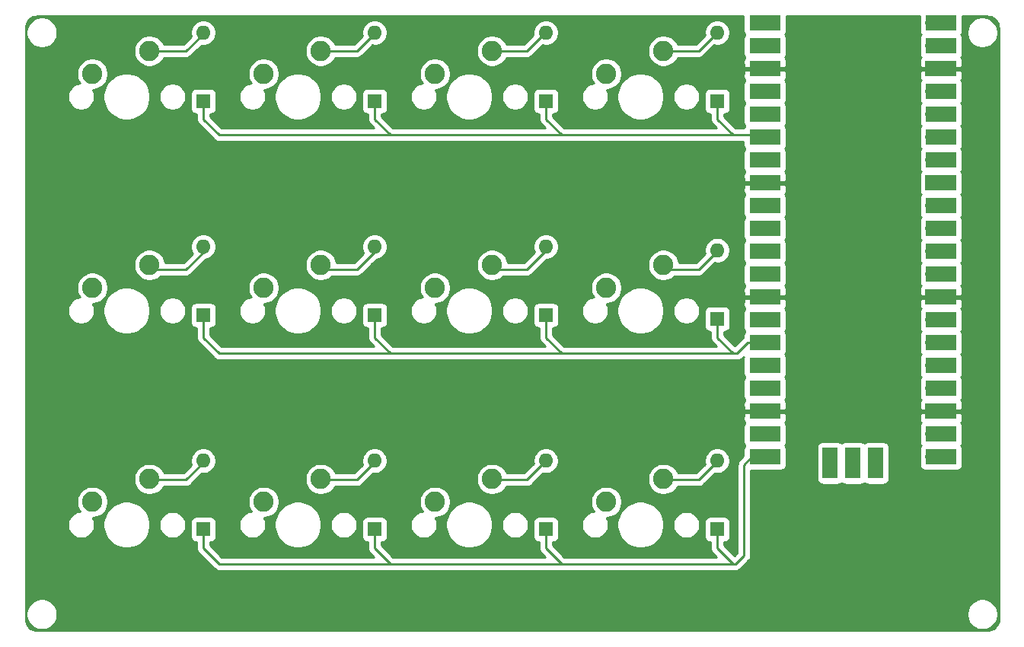
<source format=gbr>
G04 #@! TF.GenerationSoftware,KiCad,Pcbnew,(5.1.9)-1*
G04 #@! TF.CreationDate,2021-04-11T14:53:41+01:00*
G04 #@! TF.ProjectId,EnvMCRO,456e764d-4352-44f2-9e6b-696361645f70,rev?*
G04 #@! TF.SameCoordinates,Original*
G04 #@! TF.FileFunction,Copper,L1,Top*
G04 #@! TF.FilePolarity,Positive*
%FSLAX46Y46*%
G04 Gerber Fmt 4.6, Leading zero omitted, Abs format (unit mm)*
G04 Created by KiCad (PCBNEW (5.1.9)-1) date 2021-04-11 14:53:41*
%MOMM*%
%LPD*%
G01*
G04 APERTURE LIST*
G04 #@! TA.AperFunction,ComponentPad*
%ADD10O,1.700000X1.700000*%
G04 #@! TD*
G04 #@! TA.AperFunction,ComponentPad*
%ADD11R,1.700000X1.700000*%
G04 #@! TD*
G04 #@! TA.AperFunction,SMDPad,CuDef*
%ADD12R,3.500000X1.700000*%
G04 #@! TD*
G04 #@! TA.AperFunction,SMDPad,CuDef*
%ADD13R,1.700000X3.500000*%
G04 #@! TD*
G04 #@! TA.AperFunction,ComponentPad*
%ADD14C,2.250000*%
G04 #@! TD*
G04 #@! TA.AperFunction,ComponentPad*
%ADD15O,1.600000X1.600000*%
G04 #@! TD*
G04 #@! TA.AperFunction,ComponentPad*
%ADD16R,1.600000X1.600000*%
G04 #@! TD*
G04 #@! TA.AperFunction,Conductor*
%ADD17C,0.250000*%
G04 #@! TD*
G04 #@! TA.AperFunction,Conductor*
%ADD18C,0.254000*%
G04 #@! TD*
G04 #@! TA.AperFunction,Conductor*
%ADD19C,0.100000*%
G04 #@! TD*
G04 APERTURE END LIST*
D10*
X147210000Y-40270000D03*
X147210000Y-42810000D03*
D11*
X147210000Y-45350000D03*
D10*
X147210000Y-47890000D03*
X147210000Y-50430000D03*
X147210000Y-52970000D03*
X147210000Y-55510000D03*
D11*
X147210000Y-58050000D03*
D10*
X147210000Y-60590000D03*
X147210000Y-63130000D03*
X147210000Y-65670000D03*
X147210000Y-68210000D03*
D11*
X147210000Y-70750000D03*
D10*
X147210000Y-73290000D03*
X147210000Y-75830000D03*
X147210000Y-78370000D03*
X147210000Y-80910000D03*
D11*
X147210000Y-83450000D03*
D10*
X147210000Y-85990000D03*
X147210000Y-88530000D03*
X164990000Y-88530000D03*
X164990000Y-85990000D03*
D11*
X164990000Y-83450000D03*
D10*
X164990000Y-80910000D03*
X164990000Y-78370000D03*
X164990000Y-75830000D03*
X164990000Y-73290000D03*
D11*
X164990000Y-70750000D03*
D10*
X164990000Y-68210000D03*
X164990000Y-65670000D03*
X164990000Y-63130000D03*
X164990000Y-60590000D03*
D11*
X164990000Y-58050000D03*
D10*
X164990000Y-55510000D03*
X164990000Y-52970000D03*
X164990000Y-50430000D03*
X164990000Y-47890000D03*
D11*
X164990000Y-45350000D03*
D10*
X164990000Y-42810000D03*
X164990000Y-40270000D03*
D12*
X146310000Y-40270000D03*
X146310000Y-42810000D03*
X146310000Y-45350000D03*
X146310000Y-47890000D03*
X146310000Y-50430000D03*
X146310000Y-52970000D03*
X146310000Y-55510000D03*
X146310000Y-58050000D03*
X146310000Y-60590000D03*
X146310000Y-63130000D03*
X146310000Y-65670000D03*
X146310000Y-68210000D03*
X146310000Y-70750000D03*
X146310000Y-73290000D03*
X146310000Y-75830000D03*
X146310000Y-78370000D03*
X146310000Y-80910000D03*
X146310000Y-83450000D03*
X146310000Y-85990000D03*
X146310000Y-88530000D03*
X165890000Y-40270000D03*
X165890000Y-42810000D03*
X165890000Y-45350000D03*
X165890000Y-47890000D03*
X165890000Y-50430000D03*
X165890000Y-52970000D03*
X165890000Y-55510000D03*
X165890000Y-58050000D03*
X165890000Y-60590000D03*
X165890000Y-63130000D03*
X165890000Y-65670000D03*
X165890000Y-68210000D03*
X165890000Y-70750000D03*
X165890000Y-73290000D03*
X165890000Y-75830000D03*
X165890000Y-78370000D03*
X165890000Y-80910000D03*
X165890000Y-83450000D03*
X165890000Y-85990000D03*
X165890000Y-88530000D03*
D13*
X153560000Y-89200000D03*
D10*
X153560000Y-88300000D03*
D13*
X156100000Y-89200000D03*
D11*
X156100000Y-88300000D03*
D13*
X158640000Y-89200000D03*
D10*
X158640000Y-88300000D03*
D14*
X115975000Y-43355000D03*
X109625000Y-45895000D03*
X77875000Y-43355000D03*
X71525000Y-45895000D03*
D15*
X141010000Y-88940000D03*
D16*
X141010000Y-96560000D03*
D15*
X121960000Y-88940000D03*
D16*
X121960000Y-96560000D03*
D15*
X102910000Y-88940000D03*
D16*
X102910000Y-96560000D03*
D15*
X83860000Y-88940000D03*
D16*
X83860000Y-96560000D03*
D15*
X141010000Y-65527500D03*
D16*
X141010000Y-73147500D03*
D15*
X121960000Y-65127500D03*
D16*
X121960000Y-72747500D03*
D15*
X102910000Y-65127500D03*
D16*
X102910000Y-72747500D03*
D15*
X83860000Y-65127500D03*
D16*
X83860000Y-72747500D03*
D15*
X141010000Y-41315000D03*
D16*
X141010000Y-48935000D03*
D15*
X121960000Y-41315000D03*
D16*
X121960000Y-48935000D03*
D15*
X102910000Y-41315000D03*
D16*
X102910000Y-48935000D03*
D15*
X83860000Y-41315000D03*
D16*
X83860000Y-48935000D03*
D14*
X135025000Y-90980000D03*
X128675000Y-93520000D03*
X115975000Y-90980000D03*
X109625000Y-93520000D03*
X96925000Y-90980000D03*
X90575000Y-93520000D03*
X77875000Y-90980000D03*
X71525000Y-93520000D03*
X135025000Y-67167500D03*
X128675000Y-69707500D03*
X115975000Y-67167500D03*
X109625000Y-69707500D03*
X96925000Y-67167500D03*
X90575000Y-69707500D03*
X77875000Y-67167500D03*
X71525000Y-69707500D03*
X135025000Y-43355000D03*
X128675000Y-45895000D03*
X96925000Y-43355000D03*
X90575000Y-45895000D03*
D17*
X121960000Y-48935000D02*
X121960000Y-50960000D01*
X121960000Y-50960000D02*
X123700000Y-52700000D01*
X102910000Y-48935000D02*
X102910000Y-50960000D01*
X102910000Y-50960000D02*
X104650000Y-52700000D01*
X141010000Y-50960000D02*
X141010000Y-48935000D01*
X142750000Y-52700000D02*
X141010000Y-50960000D01*
X85600000Y-52700000D02*
X142750000Y-52700000D01*
X83860000Y-50960000D02*
X85600000Y-52700000D01*
X83860000Y-48935000D02*
X83860000Y-50960000D01*
X142750000Y-52700000D02*
X146940000Y-52700000D01*
X146940000Y-52700000D02*
X147210000Y-52970000D01*
X102910000Y-73235000D02*
X102910000Y-75260000D01*
X102910000Y-75260000D02*
X104650000Y-77000000D01*
X121960000Y-73235000D02*
X121960000Y-75260000D01*
X121960000Y-75260000D02*
X123700000Y-77000000D01*
X142750000Y-77000000D02*
X141010000Y-75260000D01*
X141010000Y-75260000D02*
X141010000Y-73235000D01*
X83860000Y-75260000D02*
X85600000Y-77000000D01*
X83860000Y-73235000D02*
X83860000Y-75260000D01*
X85600000Y-77000000D02*
X142750000Y-77000000D01*
X142750000Y-77000000D02*
X143230000Y-77000000D01*
X143230000Y-77000000D02*
X144400000Y-75830000D01*
X144400000Y-75830000D02*
X147210000Y-75830000D01*
X102910000Y-96635000D02*
X102910000Y-98660000D01*
X102910000Y-98660000D02*
X104650000Y-100400000D01*
X121960000Y-96635000D02*
X121960000Y-98660000D01*
X141010000Y-96635000D02*
X141010000Y-98660000D01*
X141010000Y-98660000D02*
X142750000Y-100400000D01*
X121960000Y-98660000D02*
X123700000Y-100400000D01*
X144850000Y-88530000D02*
X147210000Y-88530000D01*
X144000000Y-89380000D02*
X144850000Y-88530000D01*
X144000000Y-99470000D02*
X144000000Y-89380000D01*
X143070000Y-100400000D02*
X144000000Y-99470000D01*
X85600000Y-100400000D02*
X143070000Y-100400000D01*
X83860000Y-98660000D02*
X85600000Y-100400000D01*
X83860000Y-96635000D02*
X83860000Y-98660000D01*
X77875000Y-43355000D02*
X81945000Y-43355000D01*
X81945000Y-43355000D02*
X84000000Y-41300000D01*
X96925000Y-43355000D02*
X100945000Y-43355000D01*
X100945000Y-43355000D02*
X103000000Y-41300000D01*
X115975000Y-43355000D02*
X119845000Y-43355000D01*
X119845000Y-43355000D02*
X121900000Y-41300000D01*
X135025000Y-43355000D02*
X138945000Y-43355000D01*
X138945000Y-43355000D02*
X141000000Y-41300000D01*
X77875000Y-67655000D02*
X81945000Y-67655000D01*
X81945000Y-67655000D02*
X84000000Y-65600000D01*
X96925000Y-67655000D02*
X100945000Y-67655000D01*
X100945000Y-67655000D02*
X103000000Y-65600000D01*
X115975000Y-67655000D02*
X119845000Y-67655000D01*
X119845000Y-67655000D02*
X121900000Y-65600000D01*
X135025000Y-67655000D02*
X138945000Y-67655000D01*
X138945000Y-67655000D02*
X141000000Y-65600000D01*
X77875000Y-91055000D02*
X81945000Y-91055000D01*
X81945000Y-91055000D02*
X84000000Y-89000000D01*
X96925000Y-91055000D02*
X100945000Y-91055000D01*
X100945000Y-91055000D02*
X103000000Y-89000000D01*
X115975000Y-91055000D02*
X119845000Y-91055000D01*
X119845000Y-91055000D02*
X121900000Y-89000000D01*
X135025000Y-91055000D02*
X138945000Y-91055000D01*
X138945000Y-91055000D02*
X141000000Y-89000000D01*
D18*
X143921928Y-41120000D02*
X143934188Y-41244482D01*
X143970498Y-41364180D01*
X144029463Y-41474494D01*
X144083222Y-41540000D01*
X144029463Y-41605506D01*
X143970498Y-41715820D01*
X143934188Y-41835518D01*
X143921928Y-41960000D01*
X143921928Y-43660000D01*
X143934188Y-43784482D01*
X143970498Y-43904180D01*
X144029463Y-44014494D01*
X144083222Y-44080000D01*
X144029463Y-44145506D01*
X143970498Y-44255820D01*
X143934188Y-44375518D01*
X143921928Y-44500000D01*
X143925000Y-45064250D01*
X144083750Y-45223000D01*
X148536250Y-45223000D01*
X148695000Y-45064250D01*
X148698072Y-44500000D01*
X148685812Y-44375518D01*
X148649502Y-44255820D01*
X148590537Y-44145506D01*
X148536778Y-44080000D01*
X148590537Y-44014494D01*
X148649502Y-43904180D01*
X148685812Y-43784482D01*
X148698072Y-43660000D01*
X148698072Y-41960000D01*
X148685812Y-41835518D01*
X148649502Y-41715820D01*
X148590537Y-41605506D01*
X148536778Y-41540000D01*
X148590537Y-41474494D01*
X148649502Y-41364180D01*
X148685812Y-41244482D01*
X148698072Y-41120000D01*
X148698072Y-39485000D01*
X163501928Y-39485000D01*
X163501928Y-41120000D01*
X163514188Y-41244482D01*
X163550498Y-41364180D01*
X163609463Y-41474494D01*
X163663222Y-41540000D01*
X163609463Y-41605506D01*
X163550498Y-41715820D01*
X163514188Y-41835518D01*
X163501928Y-41960000D01*
X163501928Y-43660000D01*
X163514188Y-43784482D01*
X163550498Y-43904180D01*
X163609463Y-44014494D01*
X163663222Y-44080000D01*
X163609463Y-44145506D01*
X163550498Y-44255820D01*
X163514188Y-44375518D01*
X163501928Y-44500000D01*
X163505000Y-45064250D01*
X163663750Y-45223000D01*
X168116250Y-45223000D01*
X168275000Y-45064250D01*
X168278072Y-44500000D01*
X168265812Y-44375518D01*
X168229502Y-44255820D01*
X168170537Y-44145506D01*
X168116778Y-44080000D01*
X168170537Y-44014494D01*
X168229502Y-43904180D01*
X168265812Y-43784482D01*
X168278072Y-43660000D01*
X168278072Y-41960000D01*
X168265812Y-41835518D01*
X168229502Y-41715820D01*
X168170537Y-41605506D01*
X168116778Y-41540000D01*
X168170537Y-41474494D01*
X168229502Y-41364180D01*
X168265812Y-41244482D01*
X168277174Y-41129117D01*
X168765000Y-41129117D01*
X168765000Y-41470883D01*
X168831675Y-41806081D01*
X168962463Y-42121831D01*
X169152337Y-42405998D01*
X169394002Y-42647663D01*
X169678169Y-42837537D01*
X169993919Y-42968325D01*
X170329117Y-43035000D01*
X170670883Y-43035000D01*
X171006081Y-42968325D01*
X171321831Y-42837537D01*
X171605998Y-42647663D01*
X171847663Y-42405998D01*
X172037537Y-42121831D01*
X172168325Y-41806081D01*
X172235000Y-41470883D01*
X172235000Y-41129117D01*
X172168325Y-40793919D01*
X172037537Y-40478169D01*
X171847663Y-40194002D01*
X171605998Y-39952337D01*
X171321831Y-39762463D01*
X171006081Y-39631675D01*
X170670883Y-39565000D01*
X170329117Y-39565000D01*
X169993919Y-39631675D01*
X169678169Y-39762463D01*
X169394002Y-39952337D01*
X169152337Y-40194002D01*
X168962463Y-40478169D01*
X168831675Y-40793919D01*
X168765000Y-41129117D01*
X168277174Y-41129117D01*
X168278072Y-41120000D01*
X168278072Y-39485000D01*
X170966495Y-39485000D01*
X171254782Y-39513267D01*
X171499855Y-39587259D01*
X171725890Y-39707443D01*
X171924281Y-39869248D01*
X172087460Y-40066497D01*
X172209220Y-40291687D01*
X172284924Y-40536247D01*
X172315001Y-40822408D01*
X172315000Y-106466495D01*
X172286733Y-106754782D01*
X172212741Y-106999855D01*
X172092554Y-107225893D01*
X171930754Y-107424279D01*
X171733503Y-107587460D01*
X171508310Y-107709221D01*
X171263753Y-107784924D01*
X170977602Y-107815000D01*
X65433505Y-107815000D01*
X65145218Y-107786733D01*
X64900145Y-107712741D01*
X64674107Y-107592554D01*
X64475721Y-107430754D01*
X64312540Y-107233503D01*
X64190779Y-107008310D01*
X64115076Y-106763753D01*
X64085000Y-106477602D01*
X64085000Y-105829117D01*
X64165000Y-105829117D01*
X64165000Y-106170883D01*
X64231675Y-106506081D01*
X64362463Y-106821831D01*
X64552337Y-107105998D01*
X64794002Y-107347663D01*
X65078169Y-107537537D01*
X65393919Y-107668325D01*
X65729117Y-107735000D01*
X66070883Y-107735000D01*
X66406081Y-107668325D01*
X66721831Y-107537537D01*
X67005998Y-107347663D01*
X67247663Y-107105998D01*
X67437537Y-106821831D01*
X67568325Y-106506081D01*
X67635000Y-106170883D01*
X67635000Y-105829117D01*
X168765000Y-105829117D01*
X168765000Y-106170883D01*
X168831675Y-106506081D01*
X168962463Y-106821831D01*
X169152337Y-107105998D01*
X169394002Y-107347663D01*
X169678169Y-107537537D01*
X169993919Y-107668325D01*
X170329117Y-107735000D01*
X170670883Y-107735000D01*
X171006081Y-107668325D01*
X171321831Y-107537537D01*
X171605998Y-107347663D01*
X171847663Y-107105998D01*
X172037537Y-106821831D01*
X172168325Y-106506081D01*
X172235000Y-106170883D01*
X172235000Y-105829117D01*
X172168325Y-105493919D01*
X172037537Y-105178169D01*
X171847663Y-104894002D01*
X171605998Y-104652337D01*
X171321831Y-104462463D01*
X171006081Y-104331675D01*
X170670883Y-104265000D01*
X170329117Y-104265000D01*
X169993919Y-104331675D01*
X169678169Y-104462463D01*
X169394002Y-104652337D01*
X169152337Y-104894002D01*
X168962463Y-105178169D01*
X168831675Y-105493919D01*
X168765000Y-105829117D01*
X67635000Y-105829117D01*
X67568325Y-105493919D01*
X67437537Y-105178169D01*
X67247663Y-104894002D01*
X67005998Y-104652337D01*
X66721831Y-104462463D01*
X66406081Y-104331675D01*
X66070883Y-104265000D01*
X65729117Y-104265000D01*
X65393919Y-104331675D01*
X65078169Y-104462463D01*
X64794002Y-104652337D01*
X64552337Y-104894002D01*
X64362463Y-105178169D01*
X64231675Y-105493919D01*
X64165000Y-105829117D01*
X64085000Y-105829117D01*
X64085000Y-95911278D01*
X68745000Y-95911278D01*
X68745000Y-96208722D01*
X68803029Y-96500451D01*
X68916856Y-96775253D01*
X69082107Y-97022569D01*
X69292431Y-97232893D01*
X69539747Y-97398144D01*
X69814549Y-97511971D01*
X70106278Y-97570000D01*
X70403722Y-97570000D01*
X70695451Y-97511971D01*
X70970253Y-97398144D01*
X71217569Y-97232893D01*
X71427893Y-97022569D01*
X71593144Y-96775253D01*
X71706971Y-96500451D01*
X71765000Y-96208722D01*
X71765000Y-95911278D01*
X71743080Y-95801076D01*
X72706100Y-95801076D01*
X72706100Y-96318924D01*
X72807127Y-96826822D01*
X73005299Y-97305251D01*
X73293000Y-97735826D01*
X73659174Y-98102000D01*
X74089749Y-98389701D01*
X74568178Y-98587873D01*
X75076076Y-98688900D01*
X75593924Y-98688900D01*
X76101822Y-98587873D01*
X76580251Y-98389701D01*
X77010826Y-98102000D01*
X77377000Y-97735826D01*
X77664701Y-97305251D01*
X77862873Y-96826822D01*
X77963900Y-96318924D01*
X77963900Y-95911278D01*
X78905000Y-95911278D01*
X78905000Y-96208722D01*
X78963029Y-96500451D01*
X79076856Y-96775253D01*
X79242107Y-97022569D01*
X79452431Y-97232893D01*
X79699747Y-97398144D01*
X79974549Y-97511971D01*
X80266278Y-97570000D01*
X80563722Y-97570000D01*
X80855451Y-97511971D01*
X81130253Y-97398144D01*
X81377569Y-97232893D01*
X81587893Y-97022569D01*
X81753144Y-96775253D01*
X81866971Y-96500451D01*
X81925000Y-96208722D01*
X81925000Y-95911278D01*
X81894909Y-95760000D01*
X82421928Y-95760000D01*
X82421928Y-97360000D01*
X82434188Y-97484482D01*
X82470498Y-97604180D01*
X82529463Y-97714494D01*
X82608815Y-97811185D01*
X82705506Y-97890537D01*
X82815820Y-97949502D01*
X82935518Y-97985812D01*
X83060000Y-97998072D01*
X83100001Y-97998072D01*
X83100001Y-98622668D01*
X83096324Y-98660000D01*
X83110998Y-98808985D01*
X83154454Y-98952246D01*
X83225026Y-99084276D01*
X83296201Y-99171002D01*
X83320000Y-99200001D01*
X83348998Y-99223799D01*
X85036201Y-100911003D01*
X85059999Y-100940001D01*
X85088997Y-100963799D01*
X85175724Y-101034974D01*
X85307753Y-101105546D01*
X85451014Y-101149003D01*
X85600000Y-101163677D01*
X85637333Y-101160000D01*
X104612667Y-101160000D01*
X104650000Y-101163677D01*
X104687333Y-101160000D01*
X123662667Y-101160000D01*
X123700000Y-101163677D01*
X123737333Y-101160000D01*
X142712667Y-101160000D01*
X142750000Y-101163677D01*
X142787333Y-101160000D01*
X143032678Y-101160000D01*
X143070000Y-101163676D01*
X143107322Y-101160000D01*
X143107333Y-101160000D01*
X143218986Y-101149003D01*
X143362247Y-101105546D01*
X143494276Y-101034974D01*
X143610001Y-100940001D01*
X143633803Y-100910998D01*
X144511004Y-100033798D01*
X144540001Y-100010001D01*
X144634974Y-99894276D01*
X144705546Y-99762247D01*
X144749003Y-99618986D01*
X144760000Y-99507333D01*
X144760000Y-99507332D01*
X144763677Y-99470000D01*
X144760000Y-99432667D01*
X144760000Y-90018072D01*
X148060000Y-90018072D01*
X148184482Y-90005812D01*
X148304180Y-89969502D01*
X148414494Y-89910537D01*
X148511185Y-89831185D01*
X148590537Y-89734494D01*
X148649502Y-89624180D01*
X148685812Y-89504482D01*
X148698072Y-89380000D01*
X148698072Y-87680000D01*
X148685812Y-87555518D01*
X148653804Y-87450000D01*
X152071928Y-87450000D01*
X152071928Y-90950000D01*
X152084188Y-91074482D01*
X152120498Y-91194180D01*
X152179463Y-91304494D01*
X152258815Y-91401185D01*
X152355506Y-91480537D01*
X152465820Y-91539502D01*
X152585518Y-91575812D01*
X152710000Y-91588072D01*
X154410000Y-91588072D01*
X154534482Y-91575812D01*
X154654180Y-91539502D01*
X154764494Y-91480537D01*
X154830000Y-91426778D01*
X154895506Y-91480537D01*
X155005820Y-91539502D01*
X155125518Y-91575812D01*
X155250000Y-91588072D01*
X156950000Y-91588072D01*
X157074482Y-91575812D01*
X157194180Y-91539502D01*
X157304494Y-91480537D01*
X157370000Y-91426778D01*
X157435506Y-91480537D01*
X157545820Y-91539502D01*
X157665518Y-91575812D01*
X157790000Y-91588072D01*
X159490000Y-91588072D01*
X159614482Y-91575812D01*
X159734180Y-91539502D01*
X159844494Y-91480537D01*
X159941185Y-91401185D01*
X160020537Y-91304494D01*
X160079502Y-91194180D01*
X160115812Y-91074482D01*
X160128072Y-90950000D01*
X160128072Y-87450000D01*
X160115812Y-87325518D01*
X160079502Y-87205820D01*
X160020537Y-87095506D01*
X159941185Y-86998815D01*
X159844494Y-86919463D01*
X159734180Y-86860498D01*
X159614482Y-86824188D01*
X159490000Y-86811928D01*
X157790000Y-86811928D01*
X157665518Y-86824188D01*
X157545820Y-86860498D01*
X157435506Y-86919463D01*
X157370000Y-86973222D01*
X157304494Y-86919463D01*
X157194180Y-86860498D01*
X157074482Y-86824188D01*
X156950000Y-86811928D01*
X155250000Y-86811928D01*
X155125518Y-86824188D01*
X155005820Y-86860498D01*
X154895506Y-86919463D01*
X154830000Y-86973222D01*
X154764494Y-86919463D01*
X154654180Y-86860498D01*
X154534482Y-86824188D01*
X154410000Y-86811928D01*
X152710000Y-86811928D01*
X152585518Y-86824188D01*
X152465820Y-86860498D01*
X152355506Y-86919463D01*
X152258815Y-86998815D01*
X152179463Y-87095506D01*
X152120498Y-87205820D01*
X152084188Y-87325518D01*
X152071928Y-87450000D01*
X148653804Y-87450000D01*
X148649502Y-87435820D01*
X148590537Y-87325506D01*
X148536778Y-87260000D01*
X148590537Y-87194494D01*
X148649502Y-87084180D01*
X148685812Y-86964482D01*
X148698072Y-86840000D01*
X148698072Y-85140000D01*
X148685812Y-85015518D01*
X148649502Y-84895820D01*
X148590537Y-84785506D01*
X148536778Y-84720000D01*
X148590537Y-84654494D01*
X148649502Y-84544180D01*
X148685812Y-84424482D01*
X148698072Y-84300000D01*
X163501928Y-84300000D01*
X163514188Y-84424482D01*
X163550498Y-84544180D01*
X163609463Y-84654494D01*
X163663222Y-84720000D01*
X163609463Y-84785506D01*
X163550498Y-84895820D01*
X163514188Y-85015518D01*
X163501928Y-85140000D01*
X163501928Y-86840000D01*
X163514188Y-86964482D01*
X163550498Y-87084180D01*
X163609463Y-87194494D01*
X163663222Y-87260000D01*
X163609463Y-87325506D01*
X163550498Y-87435820D01*
X163514188Y-87555518D01*
X163501928Y-87680000D01*
X163501928Y-89380000D01*
X163514188Y-89504482D01*
X163550498Y-89624180D01*
X163609463Y-89734494D01*
X163688815Y-89831185D01*
X163785506Y-89910537D01*
X163895820Y-89969502D01*
X164015518Y-90005812D01*
X164140000Y-90018072D01*
X167640000Y-90018072D01*
X167764482Y-90005812D01*
X167884180Y-89969502D01*
X167994494Y-89910537D01*
X168091185Y-89831185D01*
X168170537Y-89734494D01*
X168229502Y-89624180D01*
X168265812Y-89504482D01*
X168278072Y-89380000D01*
X168278072Y-87680000D01*
X168265812Y-87555518D01*
X168229502Y-87435820D01*
X168170537Y-87325506D01*
X168116778Y-87260000D01*
X168170537Y-87194494D01*
X168229502Y-87084180D01*
X168265812Y-86964482D01*
X168278072Y-86840000D01*
X168278072Y-85140000D01*
X168265812Y-85015518D01*
X168229502Y-84895820D01*
X168170537Y-84785506D01*
X168116778Y-84720000D01*
X168170537Y-84654494D01*
X168229502Y-84544180D01*
X168265812Y-84424482D01*
X168278072Y-84300000D01*
X168275000Y-83735750D01*
X168116250Y-83577000D01*
X163663750Y-83577000D01*
X163505000Y-83735750D01*
X163501928Y-84300000D01*
X148698072Y-84300000D01*
X148695000Y-83735750D01*
X148536250Y-83577000D01*
X144083750Y-83577000D01*
X143925000Y-83735750D01*
X143921928Y-84300000D01*
X143934188Y-84424482D01*
X143970498Y-84544180D01*
X144029463Y-84654494D01*
X144083222Y-84720000D01*
X144029463Y-84785506D01*
X143970498Y-84895820D01*
X143934188Y-85015518D01*
X143921928Y-85140000D01*
X143921928Y-86840000D01*
X143934188Y-86964482D01*
X143970498Y-87084180D01*
X144029463Y-87194494D01*
X144083222Y-87260000D01*
X144029463Y-87325506D01*
X143970498Y-87435820D01*
X143934188Y-87555518D01*
X143921928Y-87680000D01*
X143921928Y-88383270D01*
X143488998Y-88816201D01*
X143460000Y-88839999D01*
X143436202Y-88868997D01*
X143436201Y-88868998D01*
X143365026Y-88955724D01*
X143294454Y-89087754D01*
X143275880Y-89148986D01*
X143250998Y-89231014D01*
X143245421Y-89287636D01*
X143236324Y-89380000D01*
X143240001Y-89417332D01*
X143240000Y-99155198D01*
X142910000Y-99485198D01*
X141770000Y-98345199D01*
X141770000Y-97998072D01*
X141810000Y-97998072D01*
X141934482Y-97985812D01*
X142054180Y-97949502D01*
X142164494Y-97890537D01*
X142261185Y-97811185D01*
X142340537Y-97714494D01*
X142399502Y-97604180D01*
X142435812Y-97484482D01*
X142448072Y-97360000D01*
X142448072Y-95760000D01*
X142435812Y-95635518D01*
X142399502Y-95515820D01*
X142340537Y-95405506D01*
X142261185Y-95308815D01*
X142164494Y-95229463D01*
X142054180Y-95170498D01*
X141934482Y-95134188D01*
X141810000Y-95121928D01*
X140210000Y-95121928D01*
X140085518Y-95134188D01*
X139965820Y-95170498D01*
X139855506Y-95229463D01*
X139758815Y-95308815D01*
X139679463Y-95405506D01*
X139620498Y-95515820D01*
X139584188Y-95635518D01*
X139571928Y-95760000D01*
X139571928Y-97360000D01*
X139584188Y-97484482D01*
X139620498Y-97604180D01*
X139679463Y-97714494D01*
X139758815Y-97811185D01*
X139855506Y-97890537D01*
X139965820Y-97949502D01*
X140085518Y-97985812D01*
X140210000Y-97998072D01*
X140250001Y-97998072D01*
X140250001Y-98622668D01*
X140246324Y-98660000D01*
X140260998Y-98808985D01*
X140304454Y-98952246D01*
X140375026Y-99084276D01*
X140446201Y-99171002D01*
X140470000Y-99200001D01*
X140498998Y-99223799D01*
X140915199Y-99640000D01*
X124014802Y-99640000D01*
X122720000Y-98345199D01*
X122720000Y-97998072D01*
X122760000Y-97998072D01*
X122884482Y-97985812D01*
X123004180Y-97949502D01*
X123114494Y-97890537D01*
X123211185Y-97811185D01*
X123290537Y-97714494D01*
X123349502Y-97604180D01*
X123385812Y-97484482D01*
X123398072Y-97360000D01*
X123398072Y-95911278D01*
X125895000Y-95911278D01*
X125895000Y-96208722D01*
X125953029Y-96500451D01*
X126066856Y-96775253D01*
X126232107Y-97022569D01*
X126442431Y-97232893D01*
X126689747Y-97398144D01*
X126964549Y-97511971D01*
X127256278Y-97570000D01*
X127553722Y-97570000D01*
X127845451Y-97511971D01*
X128120253Y-97398144D01*
X128367569Y-97232893D01*
X128577893Y-97022569D01*
X128743144Y-96775253D01*
X128856971Y-96500451D01*
X128915000Y-96208722D01*
X128915000Y-95911278D01*
X128893080Y-95801076D01*
X129856100Y-95801076D01*
X129856100Y-96318924D01*
X129957127Y-96826822D01*
X130155299Y-97305251D01*
X130443000Y-97735826D01*
X130809174Y-98102000D01*
X131239749Y-98389701D01*
X131718178Y-98587873D01*
X132226076Y-98688900D01*
X132743924Y-98688900D01*
X133251822Y-98587873D01*
X133730251Y-98389701D01*
X134160826Y-98102000D01*
X134527000Y-97735826D01*
X134814701Y-97305251D01*
X135012873Y-96826822D01*
X135113900Y-96318924D01*
X135113900Y-95911278D01*
X136055000Y-95911278D01*
X136055000Y-96208722D01*
X136113029Y-96500451D01*
X136226856Y-96775253D01*
X136392107Y-97022569D01*
X136602431Y-97232893D01*
X136849747Y-97398144D01*
X137124549Y-97511971D01*
X137416278Y-97570000D01*
X137713722Y-97570000D01*
X138005451Y-97511971D01*
X138280253Y-97398144D01*
X138527569Y-97232893D01*
X138737893Y-97022569D01*
X138903144Y-96775253D01*
X139016971Y-96500451D01*
X139075000Y-96208722D01*
X139075000Y-95911278D01*
X139016971Y-95619549D01*
X138903144Y-95344747D01*
X138737893Y-95097431D01*
X138527569Y-94887107D01*
X138280253Y-94721856D01*
X138005451Y-94608029D01*
X137713722Y-94550000D01*
X137416278Y-94550000D01*
X137124549Y-94608029D01*
X136849747Y-94721856D01*
X136602431Y-94887107D01*
X136392107Y-95097431D01*
X136226856Y-95344747D01*
X136113029Y-95619549D01*
X136055000Y-95911278D01*
X135113900Y-95911278D01*
X135113900Y-95801076D01*
X135012873Y-95293178D01*
X134814701Y-94814749D01*
X134527000Y-94384174D01*
X134160826Y-94018000D01*
X133730251Y-93730299D01*
X133251822Y-93532127D01*
X132743924Y-93431100D01*
X132226076Y-93431100D01*
X131718178Y-93532127D01*
X131239749Y-93730299D01*
X130809174Y-94018000D01*
X130443000Y-94384174D01*
X130155299Y-94814749D01*
X129957127Y-95293178D01*
X129856100Y-95801076D01*
X128893080Y-95801076D01*
X128856971Y-95619549D01*
X128743144Y-95344747D01*
X128699882Y-95280000D01*
X128848345Y-95280000D01*
X129188373Y-95212364D01*
X129508673Y-95079692D01*
X129796935Y-94887081D01*
X130042081Y-94641935D01*
X130234692Y-94353673D01*
X130367364Y-94033373D01*
X130435000Y-93693345D01*
X130435000Y-93346655D01*
X130367364Y-93006627D01*
X130234692Y-92686327D01*
X130042081Y-92398065D01*
X129796935Y-92152919D01*
X129508673Y-91960308D01*
X129188373Y-91827636D01*
X128848345Y-91760000D01*
X128501655Y-91760000D01*
X128161627Y-91827636D01*
X127841327Y-91960308D01*
X127553065Y-92152919D01*
X127307919Y-92398065D01*
X127115308Y-92686327D01*
X126982636Y-93006627D01*
X126915000Y-93346655D01*
X126915000Y-93693345D01*
X126982636Y-94033373D01*
X127115308Y-94353673D01*
X127247638Y-94551719D01*
X126964549Y-94608029D01*
X126689747Y-94721856D01*
X126442431Y-94887107D01*
X126232107Y-95097431D01*
X126066856Y-95344747D01*
X125953029Y-95619549D01*
X125895000Y-95911278D01*
X123398072Y-95911278D01*
X123398072Y-95760000D01*
X123385812Y-95635518D01*
X123349502Y-95515820D01*
X123290537Y-95405506D01*
X123211185Y-95308815D01*
X123114494Y-95229463D01*
X123004180Y-95170498D01*
X122884482Y-95134188D01*
X122760000Y-95121928D01*
X121160000Y-95121928D01*
X121035518Y-95134188D01*
X120915820Y-95170498D01*
X120805506Y-95229463D01*
X120708815Y-95308815D01*
X120629463Y-95405506D01*
X120570498Y-95515820D01*
X120534188Y-95635518D01*
X120521928Y-95760000D01*
X120521928Y-97360000D01*
X120534188Y-97484482D01*
X120570498Y-97604180D01*
X120629463Y-97714494D01*
X120708815Y-97811185D01*
X120805506Y-97890537D01*
X120915820Y-97949502D01*
X121035518Y-97985812D01*
X121160000Y-97998072D01*
X121200001Y-97998072D01*
X121200001Y-98622668D01*
X121196324Y-98660000D01*
X121210998Y-98808985D01*
X121254454Y-98952246D01*
X121325026Y-99084276D01*
X121396201Y-99171002D01*
X121420000Y-99200001D01*
X121448998Y-99223799D01*
X121865199Y-99640000D01*
X104964802Y-99640000D01*
X103670000Y-98345199D01*
X103670000Y-97998072D01*
X103710000Y-97998072D01*
X103834482Y-97985812D01*
X103954180Y-97949502D01*
X104064494Y-97890537D01*
X104161185Y-97811185D01*
X104240537Y-97714494D01*
X104299502Y-97604180D01*
X104335812Y-97484482D01*
X104348072Y-97360000D01*
X104348072Y-95911278D01*
X106845000Y-95911278D01*
X106845000Y-96208722D01*
X106903029Y-96500451D01*
X107016856Y-96775253D01*
X107182107Y-97022569D01*
X107392431Y-97232893D01*
X107639747Y-97398144D01*
X107914549Y-97511971D01*
X108206278Y-97570000D01*
X108503722Y-97570000D01*
X108795451Y-97511971D01*
X109070253Y-97398144D01*
X109317569Y-97232893D01*
X109527893Y-97022569D01*
X109693144Y-96775253D01*
X109806971Y-96500451D01*
X109865000Y-96208722D01*
X109865000Y-95911278D01*
X109843080Y-95801076D01*
X110806100Y-95801076D01*
X110806100Y-96318924D01*
X110907127Y-96826822D01*
X111105299Y-97305251D01*
X111393000Y-97735826D01*
X111759174Y-98102000D01*
X112189749Y-98389701D01*
X112668178Y-98587873D01*
X113176076Y-98688900D01*
X113693924Y-98688900D01*
X114201822Y-98587873D01*
X114680251Y-98389701D01*
X115110826Y-98102000D01*
X115477000Y-97735826D01*
X115764701Y-97305251D01*
X115962873Y-96826822D01*
X116063900Y-96318924D01*
X116063900Y-95911278D01*
X117005000Y-95911278D01*
X117005000Y-96208722D01*
X117063029Y-96500451D01*
X117176856Y-96775253D01*
X117342107Y-97022569D01*
X117552431Y-97232893D01*
X117799747Y-97398144D01*
X118074549Y-97511971D01*
X118366278Y-97570000D01*
X118663722Y-97570000D01*
X118955451Y-97511971D01*
X119230253Y-97398144D01*
X119477569Y-97232893D01*
X119687893Y-97022569D01*
X119853144Y-96775253D01*
X119966971Y-96500451D01*
X120025000Y-96208722D01*
X120025000Y-95911278D01*
X119966971Y-95619549D01*
X119853144Y-95344747D01*
X119687893Y-95097431D01*
X119477569Y-94887107D01*
X119230253Y-94721856D01*
X118955451Y-94608029D01*
X118663722Y-94550000D01*
X118366278Y-94550000D01*
X118074549Y-94608029D01*
X117799747Y-94721856D01*
X117552431Y-94887107D01*
X117342107Y-95097431D01*
X117176856Y-95344747D01*
X117063029Y-95619549D01*
X117005000Y-95911278D01*
X116063900Y-95911278D01*
X116063900Y-95801076D01*
X115962873Y-95293178D01*
X115764701Y-94814749D01*
X115477000Y-94384174D01*
X115110826Y-94018000D01*
X114680251Y-93730299D01*
X114201822Y-93532127D01*
X113693924Y-93431100D01*
X113176076Y-93431100D01*
X112668178Y-93532127D01*
X112189749Y-93730299D01*
X111759174Y-94018000D01*
X111393000Y-94384174D01*
X111105299Y-94814749D01*
X110907127Y-95293178D01*
X110806100Y-95801076D01*
X109843080Y-95801076D01*
X109806971Y-95619549D01*
X109693144Y-95344747D01*
X109649882Y-95280000D01*
X109798345Y-95280000D01*
X110138373Y-95212364D01*
X110458673Y-95079692D01*
X110746935Y-94887081D01*
X110992081Y-94641935D01*
X111184692Y-94353673D01*
X111317364Y-94033373D01*
X111385000Y-93693345D01*
X111385000Y-93346655D01*
X111317364Y-93006627D01*
X111184692Y-92686327D01*
X110992081Y-92398065D01*
X110746935Y-92152919D01*
X110458673Y-91960308D01*
X110138373Y-91827636D01*
X109798345Y-91760000D01*
X109451655Y-91760000D01*
X109111627Y-91827636D01*
X108791327Y-91960308D01*
X108503065Y-92152919D01*
X108257919Y-92398065D01*
X108065308Y-92686327D01*
X107932636Y-93006627D01*
X107865000Y-93346655D01*
X107865000Y-93693345D01*
X107932636Y-94033373D01*
X108065308Y-94353673D01*
X108197638Y-94551719D01*
X107914549Y-94608029D01*
X107639747Y-94721856D01*
X107392431Y-94887107D01*
X107182107Y-95097431D01*
X107016856Y-95344747D01*
X106903029Y-95619549D01*
X106845000Y-95911278D01*
X104348072Y-95911278D01*
X104348072Y-95760000D01*
X104335812Y-95635518D01*
X104299502Y-95515820D01*
X104240537Y-95405506D01*
X104161185Y-95308815D01*
X104064494Y-95229463D01*
X103954180Y-95170498D01*
X103834482Y-95134188D01*
X103710000Y-95121928D01*
X102110000Y-95121928D01*
X101985518Y-95134188D01*
X101865820Y-95170498D01*
X101755506Y-95229463D01*
X101658815Y-95308815D01*
X101579463Y-95405506D01*
X101520498Y-95515820D01*
X101484188Y-95635518D01*
X101471928Y-95760000D01*
X101471928Y-97360000D01*
X101484188Y-97484482D01*
X101520498Y-97604180D01*
X101579463Y-97714494D01*
X101658815Y-97811185D01*
X101755506Y-97890537D01*
X101865820Y-97949502D01*
X101985518Y-97985812D01*
X102110000Y-97998072D01*
X102150001Y-97998072D01*
X102150001Y-98622668D01*
X102146324Y-98660000D01*
X102160998Y-98808985D01*
X102204454Y-98952246D01*
X102275026Y-99084276D01*
X102346201Y-99171002D01*
X102370000Y-99200001D01*
X102398998Y-99223799D01*
X102815199Y-99640000D01*
X85914802Y-99640000D01*
X84620000Y-98345199D01*
X84620000Y-97998072D01*
X84660000Y-97998072D01*
X84784482Y-97985812D01*
X84904180Y-97949502D01*
X85014494Y-97890537D01*
X85111185Y-97811185D01*
X85190537Y-97714494D01*
X85249502Y-97604180D01*
X85285812Y-97484482D01*
X85298072Y-97360000D01*
X85298072Y-95911278D01*
X87795000Y-95911278D01*
X87795000Y-96208722D01*
X87853029Y-96500451D01*
X87966856Y-96775253D01*
X88132107Y-97022569D01*
X88342431Y-97232893D01*
X88589747Y-97398144D01*
X88864549Y-97511971D01*
X89156278Y-97570000D01*
X89453722Y-97570000D01*
X89745451Y-97511971D01*
X90020253Y-97398144D01*
X90267569Y-97232893D01*
X90477893Y-97022569D01*
X90643144Y-96775253D01*
X90756971Y-96500451D01*
X90815000Y-96208722D01*
X90815000Y-95911278D01*
X90793080Y-95801076D01*
X91756100Y-95801076D01*
X91756100Y-96318924D01*
X91857127Y-96826822D01*
X92055299Y-97305251D01*
X92343000Y-97735826D01*
X92709174Y-98102000D01*
X93139749Y-98389701D01*
X93618178Y-98587873D01*
X94126076Y-98688900D01*
X94643924Y-98688900D01*
X95151822Y-98587873D01*
X95630251Y-98389701D01*
X96060826Y-98102000D01*
X96427000Y-97735826D01*
X96714701Y-97305251D01*
X96912873Y-96826822D01*
X97013900Y-96318924D01*
X97013900Y-95911278D01*
X97955000Y-95911278D01*
X97955000Y-96208722D01*
X98013029Y-96500451D01*
X98126856Y-96775253D01*
X98292107Y-97022569D01*
X98502431Y-97232893D01*
X98749747Y-97398144D01*
X99024549Y-97511971D01*
X99316278Y-97570000D01*
X99613722Y-97570000D01*
X99905451Y-97511971D01*
X100180253Y-97398144D01*
X100427569Y-97232893D01*
X100637893Y-97022569D01*
X100803144Y-96775253D01*
X100916971Y-96500451D01*
X100975000Y-96208722D01*
X100975000Y-95911278D01*
X100916971Y-95619549D01*
X100803144Y-95344747D01*
X100637893Y-95097431D01*
X100427569Y-94887107D01*
X100180253Y-94721856D01*
X99905451Y-94608029D01*
X99613722Y-94550000D01*
X99316278Y-94550000D01*
X99024549Y-94608029D01*
X98749747Y-94721856D01*
X98502431Y-94887107D01*
X98292107Y-95097431D01*
X98126856Y-95344747D01*
X98013029Y-95619549D01*
X97955000Y-95911278D01*
X97013900Y-95911278D01*
X97013900Y-95801076D01*
X96912873Y-95293178D01*
X96714701Y-94814749D01*
X96427000Y-94384174D01*
X96060826Y-94018000D01*
X95630251Y-93730299D01*
X95151822Y-93532127D01*
X94643924Y-93431100D01*
X94126076Y-93431100D01*
X93618178Y-93532127D01*
X93139749Y-93730299D01*
X92709174Y-94018000D01*
X92343000Y-94384174D01*
X92055299Y-94814749D01*
X91857127Y-95293178D01*
X91756100Y-95801076D01*
X90793080Y-95801076D01*
X90756971Y-95619549D01*
X90643144Y-95344747D01*
X90599882Y-95280000D01*
X90748345Y-95280000D01*
X91088373Y-95212364D01*
X91408673Y-95079692D01*
X91696935Y-94887081D01*
X91942081Y-94641935D01*
X92134692Y-94353673D01*
X92267364Y-94033373D01*
X92335000Y-93693345D01*
X92335000Y-93346655D01*
X92267364Y-93006627D01*
X92134692Y-92686327D01*
X91942081Y-92398065D01*
X91696935Y-92152919D01*
X91408673Y-91960308D01*
X91088373Y-91827636D01*
X90748345Y-91760000D01*
X90401655Y-91760000D01*
X90061627Y-91827636D01*
X89741327Y-91960308D01*
X89453065Y-92152919D01*
X89207919Y-92398065D01*
X89015308Y-92686327D01*
X88882636Y-93006627D01*
X88815000Y-93346655D01*
X88815000Y-93693345D01*
X88882636Y-94033373D01*
X89015308Y-94353673D01*
X89147638Y-94551719D01*
X88864549Y-94608029D01*
X88589747Y-94721856D01*
X88342431Y-94887107D01*
X88132107Y-95097431D01*
X87966856Y-95344747D01*
X87853029Y-95619549D01*
X87795000Y-95911278D01*
X85298072Y-95911278D01*
X85298072Y-95760000D01*
X85285812Y-95635518D01*
X85249502Y-95515820D01*
X85190537Y-95405506D01*
X85111185Y-95308815D01*
X85014494Y-95229463D01*
X84904180Y-95170498D01*
X84784482Y-95134188D01*
X84660000Y-95121928D01*
X83060000Y-95121928D01*
X82935518Y-95134188D01*
X82815820Y-95170498D01*
X82705506Y-95229463D01*
X82608815Y-95308815D01*
X82529463Y-95405506D01*
X82470498Y-95515820D01*
X82434188Y-95635518D01*
X82421928Y-95760000D01*
X81894909Y-95760000D01*
X81866971Y-95619549D01*
X81753144Y-95344747D01*
X81587893Y-95097431D01*
X81377569Y-94887107D01*
X81130253Y-94721856D01*
X80855451Y-94608029D01*
X80563722Y-94550000D01*
X80266278Y-94550000D01*
X79974549Y-94608029D01*
X79699747Y-94721856D01*
X79452431Y-94887107D01*
X79242107Y-95097431D01*
X79076856Y-95344747D01*
X78963029Y-95619549D01*
X78905000Y-95911278D01*
X77963900Y-95911278D01*
X77963900Y-95801076D01*
X77862873Y-95293178D01*
X77664701Y-94814749D01*
X77377000Y-94384174D01*
X77010826Y-94018000D01*
X76580251Y-93730299D01*
X76101822Y-93532127D01*
X75593924Y-93431100D01*
X75076076Y-93431100D01*
X74568178Y-93532127D01*
X74089749Y-93730299D01*
X73659174Y-94018000D01*
X73293000Y-94384174D01*
X73005299Y-94814749D01*
X72807127Y-95293178D01*
X72706100Y-95801076D01*
X71743080Y-95801076D01*
X71706971Y-95619549D01*
X71593144Y-95344747D01*
X71549882Y-95280000D01*
X71698345Y-95280000D01*
X72038373Y-95212364D01*
X72358673Y-95079692D01*
X72646935Y-94887081D01*
X72892081Y-94641935D01*
X73084692Y-94353673D01*
X73217364Y-94033373D01*
X73285000Y-93693345D01*
X73285000Y-93346655D01*
X73217364Y-93006627D01*
X73084692Y-92686327D01*
X72892081Y-92398065D01*
X72646935Y-92152919D01*
X72358673Y-91960308D01*
X72038373Y-91827636D01*
X71698345Y-91760000D01*
X71351655Y-91760000D01*
X71011627Y-91827636D01*
X70691327Y-91960308D01*
X70403065Y-92152919D01*
X70157919Y-92398065D01*
X69965308Y-92686327D01*
X69832636Y-93006627D01*
X69765000Y-93346655D01*
X69765000Y-93693345D01*
X69832636Y-94033373D01*
X69965308Y-94353673D01*
X70097638Y-94551719D01*
X69814549Y-94608029D01*
X69539747Y-94721856D01*
X69292431Y-94887107D01*
X69082107Y-95097431D01*
X68916856Y-95344747D01*
X68803029Y-95619549D01*
X68745000Y-95911278D01*
X64085000Y-95911278D01*
X64085000Y-90806655D01*
X76115000Y-90806655D01*
X76115000Y-91153345D01*
X76182636Y-91493373D01*
X76315308Y-91813673D01*
X76507919Y-92101935D01*
X76753065Y-92347081D01*
X77041327Y-92539692D01*
X77361627Y-92672364D01*
X77701655Y-92740000D01*
X78048345Y-92740000D01*
X78388373Y-92672364D01*
X78708673Y-92539692D01*
X78996935Y-92347081D01*
X79242081Y-92101935D01*
X79433805Y-91815000D01*
X81907678Y-91815000D01*
X81945000Y-91818676D01*
X81982322Y-91815000D01*
X81982333Y-91815000D01*
X82093986Y-91804003D01*
X82237247Y-91760546D01*
X82369276Y-91689974D01*
X82485001Y-91595001D01*
X82508804Y-91565997D01*
X83268146Y-90806655D01*
X95165000Y-90806655D01*
X95165000Y-91153345D01*
X95232636Y-91493373D01*
X95365308Y-91813673D01*
X95557919Y-92101935D01*
X95803065Y-92347081D01*
X96091327Y-92539692D01*
X96411627Y-92672364D01*
X96751655Y-92740000D01*
X97098345Y-92740000D01*
X97438373Y-92672364D01*
X97758673Y-92539692D01*
X98046935Y-92347081D01*
X98292081Y-92101935D01*
X98483805Y-91815000D01*
X100907678Y-91815000D01*
X100945000Y-91818676D01*
X100982322Y-91815000D01*
X100982333Y-91815000D01*
X101093986Y-91804003D01*
X101237247Y-91760546D01*
X101369276Y-91689974D01*
X101485001Y-91595001D01*
X101508804Y-91565997D01*
X102268146Y-90806655D01*
X114215000Y-90806655D01*
X114215000Y-91153345D01*
X114282636Y-91493373D01*
X114415308Y-91813673D01*
X114607919Y-92101935D01*
X114853065Y-92347081D01*
X115141327Y-92539692D01*
X115461627Y-92672364D01*
X115801655Y-92740000D01*
X116148345Y-92740000D01*
X116488373Y-92672364D01*
X116808673Y-92539692D01*
X117096935Y-92347081D01*
X117342081Y-92101935D01*
X117533805Y-91815000D01*
X119807678Y-91815000D01*
X119845000Y-91818676D01*
X119882322Y-91815000D01*
X119882333Y-91815000D01*
X119993986Y-91804003D01*
X120137247Y-91760546D01*
X120269276Y-91689974D01*
X120385001Y-91595001D01*
X120408804Y-91565997D01*
X121168146Y-90806655D01*
X133265000Y-90806655D01*
X133265000Y-91153345D01*
X133332636Y-91493373D01*
X133465308Y-91813673D01*
X133657919Y-92101935D01*
X133903065Y-92347081D01*
X134191327Y-92539692D01*
X134511627Y-92672364D01*
X134851655Y-92740000D01*
X135198345Y-92740000D01*
X135538373Y-92672364D01*
X135858673Y-92539692D01*
X136146935Y-92347081D01*
X136392081Y-92101935D01*
X136583805Y-91815000D01*
X138907678Y-91815000D01*
X138945000Y-91818676D01*
X138982322Y-91815000D01*
X138982333Y-91815000D01*
X139093986Y-91804003D01*
X139237247Y-91760546D01*
X139369276Y-91689974D01*
X139485001Y-91595001D01*
X139508804Y-91565997D01*
X140727818Y-90346983D01*
X140868665Y-90375000D01*
X141151335Y-90375000D01*
X141428574Y-90319853D01*
X141689727Y-90211680D01*
X141924759Y-90054637D01*
X142124637Y-89854759D01*
X142281680Y-89619727D01*
X142389853Y-89358574D01*
X142445000Y-89081335D01*
X142445000Y-88798665D01*
X142389853Y-88521426D01*
X142281680Y-88260273D01*
X142124637Y-88025241D01*
X141924759Y-87825363D01*
X141689727Y-87668320D01*
X141428574Y-87560147D01*
X141151335Y-87505000D01*
X140868665Y-87505000D01*
X140591426Y-87560147D01*
X140330273Y-87668320D01*
X140095241Y-87825363D01*
X139895363Y-88025241D01*
X139738320Y-88260273D01*
X139630147Y-88521426D01*
X139575000Y-88798665D01*
X139575000Y-89081335D01*
X139619608Y-89305591D01*
X138630199Y-90295000D01*
X136646274Y-90295000D01*
X136584692Y-90146327D01*
X136392081Y-89858065D01*
X136146935Y-89612919D01*
X135858673Y-89420308D01*
X135538373Y-89287636D01*
X135198345Y-89220000D01*
X134851655Y-89220000D01*
X134511627Y-89287636D01*
X134191327Y-89420308D01*
X133903065Y-89612919D01*
X133657919Y-89858065D01*
X133465308Y-90146327D01*
X133332636Y-90466627D01*
X133265000Y-90806655D01*
X121168146Y-90806655D01*
X121636114Y-90338688D01*
X121818665Y-90375000D01*
X122101335Y-90375000D01*
X122378574Y-90319853D01*
X122639727Y-90211680D01*
X122874759Y-90054637D01*
X123074637Y-89854759D01*
X123231680Y-89619727D01*
X123339853Y-89358574D01*
X123395000Y-89081335D01*
X123395000Y-88798665D01*
X123339853Y-88521426D01*
X123231680Y-88260273D01*
X123074637Y-88025241D01*
X122874759Y-87825363D01*
X122639727Y-87668320D01*
X122378574Y-87560147D01*
X122101335Y-87505000D01*
X121818665Y-87505000D01*
X121541426Y-87560147D01*
X121280273Y-87668320D01*
X121045241Y-87825363D01*
X120845363Y-88025241D01*
X120688320Y-88260273D01*
X120580147Y-88521426D01*
X120525000Y-88798665D01*
X120525000Y-89081335D01*
X120561312Y-89263886D01*
X119530199Y-90295000D01*
X117596274Y-90295000D01*
X117534692Y-90146327D01*
X117342081Y-89858065D01*
X117096935Y-89612919D01*
X116808673Y-89420308D01*
X116488373Y-89287636D01*
X116148345Y-89220000D01*
X115801655Y-89220000D01*
X115461627Y-89287636D01*
X115141327Y-89420308D01*
X114853065Y-89612919D01*
X114607919Y-89858065D01*
X114415308Y-90146327D01*
X114282636Y-90466627D01*
X114215000Y-90806655D01*
X102268146Y-90806655D01*
X102711227Y-90363575D01*
X102768665Y-90375000D01*
X103051335Y-90375000D01*
X103328574Y-90319853D01*
X103589727Y-90211680D01*
X103824759Y-90054637D01*
X104024637Y-89854759D01*
X104181680Y-89619727D01*
X104289853Y-89358574D01*
X104345000Y-89081335D01*
X104345000Y-88798665D01*
X104289853Y-88521426D01*
X104181680Y-88260273D01*
X104024637Y-88025241D01*
X103824759Y-87825363D01*
X103589727Y-87668320D01*
X103328574Y-87560147D01*
X103051335Y-87505000D01*
X102768665Y-87505000D01*
X102491426Y-87560147D01*
X102230273Y-87668320D01*
X101995241Y-87825363D01*
X101795363Y-88025241D01*
X101638320Y-88260273D01*
X101530147Y-88521426D01*
X101475000Y-88798665D01*
X101475000Y-89081335D01*
X101530147Y-89358574D01*
X101540831Y-89384367D01*
X100630199Y-90295000D01*
X98546274Y-90295000D01*
X98484692Y-90146327D01*
X98292081Y-89858065D01*
X98046935Y-89612919D01*
X97758673Y-89420308D01*
X97438373Y-89287636D01*
X97098345Y-89220000D01*
X96751655Y-89220000D01*
X96411627Y-89287636D01*
X96091327Y-89420308D01*
X95803065Y-89612919D01*
X95557919Y-89858065D01*
X95365308Y-90146327D01*
X95232636Y-90466627D01*
X95165000Y-90806655D01*
X83268146Y-90806655D01*
X83702931Y-90371870D01*
X83718665Y-90375000D01*
X84001335Y-90375000D01*
X84278574Y-90319853D01*
X84539727Y-90211680D01*
X84774759Y-90054637D01*
X84974637Y-89854759D01*
X85131680Y-89619727D01*
X85239853Y-89358574D01*
X85295000Y-89081335D01*
X85295000Y-88798665D01*
X85239853Y-88521426D01*
X85131680Y-88260273D01*
X84974637Y-88025241D01*
X84774759Y-87825363D01*
X84539727Y-87668320D01*
X84278574Y-87560147D01*
X84001335Y-87505000D01*
X83718665Y-87505000D01*
X83441426Y-87560147D01*
X83180273Y-87668320D01*
X82945241Y-87825363D01*
X82745363Y-88025241D01*
X82588320Y-88260273D01*
X82480147Y-88521426D01*
X82425000Y-88798665D01*
X82425000Y-89081335D01*
X82480147Y-89358574D01*
X82505476Y-89419723D01*
X81630199Y-90295000D01*
X79496274Y-90295000D01*
X79434692Y-90146327D01*
X79242081Y-89858065D01*
X78996935Y-89612919D01*
X78708673Y-89420308D01*
X78388373Y-89287636D01*
X78048345Y-89220000D01*
X77701655Y-89220000D01*
X77361627Y-89287636D01*
X77041327Y-89420308D01*
X76753065Y-89612919D01*
X76507919Y-89858065D01*
X76315308Y-90146327D01*
X76182636Y-90466627D01*
X76115000Y-90806655D01*
X64085000Y-90806655D01*
X64085000Y-72098778D01*
X68745000Y-72098778D01*
X68745000Y-72396222D01*
X68803029Y-72687951D01*
X68916856Y-72962753D01*
X69082107Y-73210069D01*
X69292431Y-73420393D01*
X69539747Y-73585644D01*
X69814549Y-73699471D01*
X70106278Y-73757500D01*
X70403722Y-73757500D01*
X70695451Y-73699471D01*
X70970253Y-73585644D01*
X71217569Y-73420393D01*
X71427893Y-73210069D01*
X71593144Y-72962753D01*
X71706971Y-72687951D01*
X71765000Y-72396222D01*
X71765000Y-72098778D01*
X71743080Y-71988576D01*
X72706100Y-71988576D01*
X72706100Y-72506424D01*
X72807127Y-73014322D01*
X73005299Y-73492751D01*
X73293000Y-73923326D01*
X73659174Y-74289500D01*
X74089749Y-74577201D01*
X74568178Y-74775373D01*
X75076076Y-74876400D01*
X75593924Y-74876400D01*
X76101822Y-74775373D01*
X76580251Y-74577201D01*
X77010826Y-74289500D01*
X77377000Y-73923326D01*
X77664701Y-73492751D01*
X77862873Y-73014322D01*
X77963900Y-72506424D01*
X77963900Y-72098778D01*
X78905000Y-72098778D01*
X78905000Y-72396222D01*
X78963029Y-72687951D01*
X79076856Y-72962753D01*
X79242107Y-73210069D01*
X79452431Y-73420393D01*
X79699747Y-73585644D01*
X79974549Y-73699471D01*
X80266278Y-73757500D01*
X80563722Y-73757500D01*
X80855451Y-73699471D01*
X81130253Y-73585644D01*
X81377569Y-73420393D01*
X81587893Y-73210069D01*
X81753144Y-72962753D01*
X81866971Y-72687951D01*
X81925000Y-72396222D01*
X81925000Y-72098778D01*
X81894909Y-71947500D01*
X82421928Y-71947500D01*
X82421928Y-73547500D01*
X82434188Y-73671982D01*
X82470498Y-73791680D01*
X82529463Y-73901994D01*
X82608815Y-73998685D01*
X82705506Y-74078037D01*
X82815820Y-74137002D01*
X82935518Y-74173312D01*
X83060000Y-74185572D01*
X83100000Y-74185572D01*
X83100001Y-75222668D01*
X83096324Y-75260000D01*
X83110998Y-75408985D01*
X83154454Y-75552246D01*
X83225026Y-75684276D01*
X83296201Y-75771002D01*
X83320000Y-75800001D01*
X83348998Y-75823799D01*
X85036201Y-77511003D01*
X85059999Y-77540001D01*
X85088997Y-77563799D01*
X85175724Y-77634974D01*
X85307753Y-77705546D01*
X85451014Y-77749003D01*
X85600000Y-77763677D01*
X85637333Y-77760000D01*
X104612667Y-77760000D01*
X104650000Y-77763677D01*
X104687333Y-77760000D01*
X123662667Y-77760000D01*
X123700000Y-77763677D01*
X123737333Y-77760000D01*
X142712667Y-77760000D01*
X142750000Y-77763677D01*
X142787333Y-77760000D01*
X143192678Y-77760000D01*
X143230000Y-77763676D01*
X143267322Y-77760000D01*
X143267333Y-77760000D01*
X143378986Y-77749003D01*
X143522247Y-77705546D01*
X143654276Y-77634974D01*
X143770001Y-77540001D01*
X143793804Y-77510997D01*
X143945032Y-77359769D01*
X143934188Y-77395518D01*
X143921928Y-77520000D01*
X143921928Y-79220000D01*
X143934188Y-79344482D01*
X143970498Y-79464180D01*
X144029463Y-79574494D01*
X144083222Y-79640000D01*
X144029463Y-79705506D01*
X143970498Y-79815820D01*
X143934188Y-79935518D01*
X143921928Y-80060000D01*
X143921928Y-81760000D01*
X143934188Y-81884482D01*
X143970498Y-82004180D01*
X144029463Y-82114494D01*
X144083222Y-82180000D01*
X144029463Y-82245506D01*
X143970498Y-82355820D01*
X143934188Y-82475518D01*
X143921928Y-82600000D01*
X143925000Y-83164250D01*
X144083750Y-83323000D01*
X148536250Y-83323000D01*
X148695000Y-83164250D01*
X148698072Y-82600000D01*
X148685812Y-82475518D01*
X148649502Y-82355820D01*
X148590537Y-82245506D01*
X148536778Y-82180000D01*
X148590537Y-82114494D01*
X148649502Y-82004180D01*
X148685812Y-81884482D01*
X148698072Y-81760000D01*
X148698072Y-80060000D01*
X148685812Y-79935518D01*
X148649502Y-79815820D01*
X148590537Y-79705506D01*
X148536778Y-79640000D01*
X148590537Y-79574494D01*
X148649502Y-79464180D01*
X148685812Y-79344482D01*
X148698072Y-79220000D01*
X148698072Y-77520000D01*
X148685812Y-77395518D01*
X148649502Y-77275820D01*
X148590537Y-77165506D01*
X148536778Y-77100000D01*
X148590537Y-77034494D01*
X148649502Y-76924180D01*
X148685812Y-76804482D01*
X148698072Y-76680000D01*
X148698072Y-74980000D01*
X148685812Y-74855518D01*
X148649502Y-74735820D01*
X148590537Y-74625506D01*
X148536778Y-74560000D01*
X148590537Y-74494494D01*
X148649502Y-74384180D01*
X148685812Y-74264482D01*
X148698072Y-74140000D01*
X148698072Y-72440000D01*
X148685812Y-72315518D01*
X148649502Y-72195820D01*
X148590537Y-72085506D01*
X148536778Y-72020000D01*
X148590537Y-71954494D01*
X148649502Y-71844180D01*
X148685812Y-71724482D01*
X148698072Y-71600000D01*
X163501928Y-71600000D01*
X163514188Y-71724482D01*
X163550498Y-71844180D01*
X163609463Y-71954494D01*
X163663222Y-72020000D01*
X163609463Y-72085506D01*
X163550498Y-72195820D01*
X163514188Y-72315518D01*
X163501928Y-72440000D01*
X163501928Y-74140000D01*
X163514188Y-74264482D01*
X163550498Y-74384180D01*
X163609463Y-74494494D01*
X163663222Y-74560000D01*
X163609463Y-74625506D01*
X163550498Y-74735820D01*
X163514188Y-74855518D01*
X163501928Y-74980000D01*
X163501928Y-76680000D01*
X163514188Y-76804482D01*
X163550498Y-76924180D01*
X163609463Y-77034494D01*
X163663222Y-77100000D01*
X163609463Y-77165506D01*
X163550498Y-77275820D01*
X163514188Y-77395518D01*
X163501928Y-77520000D01*
X163501928Y-79220000D01*
X163514188Y-79344482D01*
X163550498Y-79464180D01*
X163609463Y-79574494D01*
X163663222Y-79640000D01*
X163609463Y-79705506D01*
X163550498Y-79815820D01*
X163514188Y-79935518D01*
X163501928Y-80060000D01*
X163501928Y-81760000D01*
X163514188Y-81884482D01*
X163550498Y-82004180D01*
X163609463Y-82114494D01*
X163663222Y-82180000D01*
X163609463Y-82245506D01*
X163550498Y-82355820D01*
X163514188Y-82475518D01*
X163501928Y-82600000D01*
X163505000Y-83164250D01*
X163663750Y-83323000D01*
X168116250Y-83323000D01*
X168275000Y-83164250D01*
X168278072Y-82600000D01*
X168265812Y-82475518D01*
X168229502Y-82355820D01*
X168170537Y-82245506D01*
X168116778Y-82180000D01*
X168170537Y-82114494D01*
X168229502Y-82004180D01*
X168265812Y-81884482D01*
X168278072Y-81760000D01*
X168278072Y-80060000D01*
X168265812Y-79935518D01*
X168229502Y-79815820D01*
X168170537Y-79705506D01*
X168116778Y-79640000D01*
X168170537Y-79574494D01*
X168229502Y-79464180D01*
X168265812Y-79344482D01*
X168278072Y-79220000D01*
X168278072Y-77520000D01*
X168265812Y-77395518D01*
X168229502Y-77275820D01*
X168170537Y-77165506D01*
X168116778Y-77100000D01*
X168170537Y-77034494D01*
X168229502Y-76924180D01*
X168265812Y-76804482D01*
X168278072Y-76680000D01*
X168278072Y-74980000D01*
X168265812Y-74855518D01*
X168229502Y-74735820D01*
X168170537Y-74625506D01*
X168116778Y-74560000D01*
X168170537Y-74494494D01*
X168229502Y-74384180D01*
X168265812Y-74264482D01*
X168278072Y-74140000D01*
X168278072Y-72440000D01*
X168265812Y-72315518D01*
X168229502Y-72195820D01*
X168170537Y-72085506D01*
X168116778Y-72020000D01*
X168170537Y-71954494D01*
X168229502Y-71844180D01*
X168265812Y-71724482D01*
X168278072Y-71600000D01*
X168275000Y-71035750D01*
X168116250Y-70877000D01*
X163663750Y-70877000D01*
X163505000Y-71035750D01*
X163501928Y-71600000D01*
X148698072Y-71600000D01*
X148695000Y-71035750D01*
X148536250Y-70877000D01*
X144083750Y-70877000D01*
X143925000Y-71035750D01*
X143921928Y-71600000D01*
X143934188Y-71724482D01*
X143970498Y-71844180D01*
X144029463Y-71954494D01*
X144083222Y-72020000D01*
X144029463Y-72085506D01*
X143970498Y-72195820D01*
X143934188Y-72315518D01*
X143921928Y-72440000D01*
X143921928Y-74140000D01*
X143934188Y-74264482D01*
X143970498Y-74384180D01*
X144029463Y-74494494D01*
X144083222Y-74560000D01*
X144029463Y-74625506D01*
X143970498Y-74735820D01*
X143934188Y-74855518D01*
X143921928Y-74980000D01*
X143921928Y-75239175D01*
X143859999Y-75289999D01*
X143836201Y-75318997D01*
X142990000Y-76165198D01*
X141770000Y-74945199D01*
X141770000Y-74585572D01*
X141810000Y-74585572D01*
X141934482Y-74573312D01*
X142054180Y-74537002D01*
X142164494Y-74478037D01*
X142261185Y-74398685D01*
X142340537Y-74301994D01*
X142399502Y-74191680D01*
X142435812Y-74071982D01*
X142448072Y-73947500D01*
X142448072Y-72347500D01*
X142435812Y-72223018D01*
X142399502Y-72103320D01*
X142340537Y-71993006D01*
X142261185Y-71896315D01*
X142164494Y-71816963D01*
X142054180Y-71757998D01*
X141934482Y-71721688D01*
X141810000Y-71709428D01*
X140210000Y-71709428D01*
X140085518Y-71721688D01*
X139965820Y-71757998D01*
X139855506Y-71816963D01*
X139758815Y-71896315D01*
X139679463Y-71993006D01*
X139620498Y-72103320D01*
X139584188Y-72223018D01*
X139571928Y-72347500D01*
X139571928Y-73947500D01*
X139584188Y-74071982D01*
X139620498Y-74191680D01*
X139679463Y-74301994D01*
X139758815Y-74398685D01*
X139855506Y-74478037D01*
X139965820Y-74537002D01*
X140085518Y-74573312D01*
X140210000Y-74585572D01*
X140250000Y-74585572D01*
X140250000Y-75222677D01*
X140246324Y-75260000D01*
X140250000Y-75297322D01*
X140250000Y-75297332D01*
X140260997Y-75408985D01*
X140300058Y-75537753D01*
X140304454Y-75552246D01*
X140375026Y-75684276D01*
X140414871Y-75732826D01*
X140469999Y-75800001D01*
X140499003Y-75823804D01*
X140915199Y-76240000D01*
X124014802Y-76240000D01*
X122720000Y-74945199D01*
X122720000Y-74185572D01*
X122760000Y-74185572D01*
X122884482Y-74173312D01*
X123004180Y-74137002D01*
X123114494Y-74078037D01*
X123211185Y-73998685D01*
X123290537Y-73901994D01*
X123349502Y-73791680D01*
X123385812Y-73671982D01*
X123398072Y-73547500D01*
X123398072Y-72098778D01*
X125895000Y-72098778D01*
X125895000Y-72396222D01*
X125953029Y-72687951D01*
X126066856Y-72962753D01*
X126232107Y-73210069D01*
X126442431Y-73420393D01*
X126689747Y-73585644D01*
X126964549Y-73699471D01*
X127256278Y-73757500D01*
X127553722Y-73757500D01*
X127845451Y-73699471D01*
X128120253Y-73585644D01*
X128367569Y-73420393D01*
X128577893Y-73210069D01*
X128743144Y-72962753D01*
X128856971Y-72687951D01*
X128915000Y-72396222D01*
X128915000Y-72098778D01*
X128893080Y-71988576D01*
X129856100Y-71988576D01*
X129856100Y-72506424D01*
X129957127Y-73014322D01*
X130155299Y-73492751D01*
X130443000Y-73923326D01*
X130809174Y-74289500D01*
X131239749Y-74577201D01*
X131718178Y-74775373D01*
X132226076Y-74876400D01*
X132743924Y-74876400D01*
X133251822Y-74775373D01*
X133730251Y-74577201D01*
X134160826Y-74289500D01*
X134527000Y-73923326D01*
X134814701Y-73492751D01*
X135012873Y-73014322D01*
X135113900Y-72506424D01*
X135113900Y-72098778D01*
X136055000Y-72098778D01*
X136055000Y-72396222D01*
X136113029Y-72687951D01*
X136226856Y-72962753D01*
X136392107Y-73210069D01*
X136602431Y-73420393D01*
X136849747Y-73585644D01*
X137124549Y-73699471D01*
X137416278Y-73757500D01*
X137713722Y-73757500D01*
X138005451Y-73699471D01*
X138280253Y-73585644D01*
X138527569Y-73420393D01*
X138737893Y-73210069D01*
X138903144Y-72962753D01*
X139016971Y-72687951D01*
X139075000Y-72396222D01*
X139075000Y-72098778D01*
X139016971Y-71807049D01*
X138903144Y-71532247D01*
X138737893Y-71284931D01*
X138527569Y-71074607D01*
X138280253Y-70909356D01*
X138005451Y-70795529D01*
X137713722Y-70737500D01*
X137416278Y-70737500D01*
X137124549Y-70795529D01*
X136849747Y-70909356D01*
X136602431Y-71074607D01*
X136392107Y-71284931D01*
X136226856Y-71532247D01*
X136113029Y-71807049D01*
X136055000Y-72098778D01*
X135113900Y-72098778D01*
X135113900Y-71988576D01*
X135012873Y-71480678D01*
X134814701Y-71002249D01*
X134527000Y-70571674D01*
X134160826Y-70205500D01*
X133730251Y-69917799D01*
X133251822Y-69719627D01*
X132743924Y-69618600D01*
X132226076Y-69618600D01*
X131718178Y-69719627D01*
X131239749Y-69917799D01*
X130809174Y-70205500D01*
X130443000Y-70571674D01*
X130155299Y-71002249D01*
X129957127Y-71480678D01*
X129856100Y-71988576D01*
X128893080Y-71988576D01*
X128856971Y-71807049D01*
X128743144Y-71532247D01*
X128699882Y-71467500D01*
X128848345Y-71467500D01*
X129188373Y-71399864D01*
X129508673Y-71267192D01*
X129796935Y-71074581D01*
X130042081Y-70829435D01*
X130234692Y-70541173D01*
X130367364Y-70220873D01*
X130435000Y-69880845D01*
X130435000Y-69534155D01*
X130367364Y-69194127D01*
X130234692Y-68873827D01*
X130042081Y-68585565D01*
X129796935Y-68340419D01*
X129508673Y-68147808D01*
X129188373Y-68015136D01*
X128848345Y-67947500D01*
X128501655Y-67947500D01*
X128161627Y-68015136D01*
X127841327Y-68147808D01*
X127553065Y-68340419D01*
X127307919Y-68585565D01*
X127115308Y-68873827D01*
X126982636Y-69194127D01*
X126915000Y-69534155D01*
X126915000Y-69880845D01*
X126982636Y-70220873D01*
X127115308Y-70541173D01*
X127247638Y-70739219D01*
X126964549Y-70795529D01*
X126689747Y-70909356D01*
X126442431Y-71074607D01*
X126232107Y-71284931D01*
X126066856Y-71532247D01*
X125953029Y-71807049D01*
X125895000Y-72098778D01*
X123398072Y-72098778D01*
X123398072Y-71947500D01*
X123385812Y-71823018D01*
X123349502Y-71703320D01*
X123290537Y-71593006D01*
X123211185Y-71496315D01*
X123114494Y-71416963D01*
X123004180Y-71357998D01*
X122884482Y-71321688D01*
X122760000Y-71309428D01*
X121160000Y-71309428D01*
X121035518Y-71321688D01*
X120915820Y-71357998D01*
X120805506Y-71416963D01*
X120708815Y-71496315D01*
X120629463Y-71593006D01*
X120570498Y-71703320D01*
X120534188Y-71823018D01*
X120521928Y-71947500D01*
X120521928Y-73547500D01*
X120534188Y-73671982D01*
X120570498Y-73791680D01*
X120629463Y-73901994D01*
X120708815Y-73998685D01*
X120805506Y-74078037D01*
X120915820Y-74137002D01*
X121035518Y-74173312D01*
X121160000Y-74185572D01*
X121200000Y-74185572D01*
X121200001Y-75222668D01*
X121196324Y-75260000D01*
X121210998Y-75408985D01*
X121254454Y-75552246D01*
X121325026Y-75684276D01*
X121396201Y-75771002D01*
X121420000Y-75800001D01*
X121448998Y-75823799D01*
X121865199Y-76240000D01*
X104964802Y-76240000D01*
X103670000Y-74945199D01*
X103670000Y-74185572D01*
X103710000Y-74185572D01*
X103834482Y-74173312D01*
X103954180Y-74137002D01*
X104064494Y-74078037D01*
X104161185Y-73998685D01*
X104240537Y-73901994D01*
X104299502Y-73791680D01*
X104335812Y-73671982D01*
X104348072Y-73547500D01*
X104348072Y-72098778D01*
X106845000Y-72098778D01*
X106845000Y-72396222D01*
X106903029Y-72687951D01*
X107016856Y-72962753D01*
X107182107Y-73210069D01*
X107392431Y-73420393D01*
X107639747Y-73585644D01*
X107914549Y-73699471D01*
X108206278Y-73757500D01*
X108503722Y-73757500D01*
X108795451Y-73699471D01*
X109070253Y-73585644D01*
X109317569Y-73420393D01*
X109527893Y-73210069D01*
X109693144Y-72962753D01*
X109806971Y-72687951D01*
X109865000Y-72396222D01*
X109865000Y-72098778D01*
X109843080Y-71988576D01*
X110806100Y-71988576D01*
X110806100Y-72506424D01*
X110907127Y-73014322D01*
X111105299Y-73492751D01*
X111393000Y-73923326D01*
X111759174Y-74289500D01*
X112189749Y-74577201D01*
X112668178Y-74775373D01*
X113176076Y-74876400D01*
X113693924Y-74876400D01*
X114201822Y-74775373D01*
X114680251Y-74577201D01*
X115110826Y-74289500D01*
X115477000Y-73923326D01*
X115764701Y-73492751D01*
X115962873Y-73014322D01*
X116063900Y-72506424D01*
X116063900Y-72098778D01*
X117005000Y-72098778D01*
X117005000Y-72396222D01*
X117063029Y-72687951D01*
X117176856Y-72962753D01*
X117342107Y-73210069D01*
X117552431Y-73420393D01*
X117799747Y-73585644D01*
X118074549Y-73699471D01*
X118366278Y-73757500D01*
X118663722Y-73757500D01*
X118955451Y-73699471D01*
X119230253Y-73585644D01*
X119477569Y-73420393D01*
X119687893Y-73210069D01*
X119853144Y-72962753D01*
X119966971Y-72687951D01*
X120025000Y-72396222D01*
X120025000Y-72098778D01*
X119966971Y-71807049D01*
X119853144Y-71532247D01*
X119687893Y-71284931D01*
X119477569Y-71074607D01*
X119230253Y-70909356D01*
X118955451Y-70795529D01*
X118663722Y-70737500D01*
X118366278Y-70737500D01*
X118074549Y-70795529D01*
X117799747Y-70909356D01*
X117552431Y-71074607D01*
X117342107Y-71284931D01*
X117176856Y-71532247D01*
X117063029Y-71807049D01*
X117005000Y-72098778D01*
X116063900Y-72098778D01*
X116063900Y-71988576D01*
X115962873Y-71480678D01*
X115764701Y-71002249D01*
X115477000Y-70571674D01*
X115110826Y-70205500D01*
X114680251Y-69917799D01*
X114201822Y-69719627D01*
X113693924Y-69618600D01*
X113176076Y-69618600D01*
X112668178Y-69719627D01*
X112189749Y-69917799D01*
X111759174Y-70205500D01*
X111393000Y-70571674D01*
X111105299Y-71002249D01*
X110907127Y-71480678D01*
X110806100Y-71988576D01*
X109843080Y-71988576D01*
X109806971Y-71807049D01*
X109693144Y-71532247D01*
X109649882Y-71467500D01*
X109798345Y-71467500D01*
X110138373Y-71399864D01*
X110458673Y-71267192D01*
X110746935Y-71074581D01*
X110992081Y-70829435D01*
X111184692Y-70541173D01*
X111317364Y-70220873D01*
X111385000Y-69880845D01*
X111385000Y-69534155D01*
X111317364Y-69194127D01*
X111184692Y-68873827D01*
X110992081Y-68585565D01*
X110746935Y-68340419D01*
X110458673Y-68147808D01*
X110138373Y-68015136D01*
X109798345Y-67947500D01*
X109451655Y-67947500D01*
X109111627Y-68015136D01*
X108791327Y-68147808D01*
X108503065Y-68340419D01*
X108257919Y-68585565D01*
X108065308Y-68873827D01*
X107932636Y-69194127D01*
X107865000Y-69534155D01*
X107865000Y-69880845D01*
X107932636Y-70220873D01*
X108065308Y-70541173D01*
X108197638Y-70739219D01*
X107914549Y-70795529D01*
X107639747Y-70909356D01*
X107392431Y-71074607D01*
X107182107Y-71284931D01*
X107016856Y-71532247D01*
X106903029Y-71807049D01*
X106845000Y-72098778D01*
X104348072Y-72098778D01*
X104348072Y-71947500D01*
X104335812Y-71823018D01*
X104299502Y-71703320D01*
X104240537Y-71593006D01*
X104161185Y-71496315D01*
X104064494Y-71416963D01*
X103954180Y-71357998D01*
X103834482Y-71321688D01*
X103710000Y-71309428D01*
X102110000Y-71309428D01*
X101985518Y-71321688D01*
X101865820Y-71357998D01*
X101755506Y-71416963D01*
X101658815Y-71496315D01*
X101579463Y-71593006D01*
X101520498Y-71703320D01*
X101484188Y-71823018D01*
X101471928Y-71947500D01*
X101471928Y-73547500D01*
X101484188Y-73671982D01*
X101520498Y-73791680D01*
X101579463Y-73901994D01*
X101658815Y-73998685D01*
X101755506Y-74078037D01*
X101865820Y-74137002D01*
X101985518Y-74173312D01*
X102110000Y-74185572D01*
X102150000Y-74185572D01*
X102150001Y-75222668D01*
X102146324Y-75260000D01*
X102160998Y-75408985D01*
X102204454Y-75552246D01*
X102275026Y-75684276D01*
X102346201Y-75771002D01*
X102370000Y-75800001D01*
X102398998Y-75823799D01*
X102815199Y-76240000D01*
X85914802Y-76240000D01*
X84620000Y-74945199D01*
X84620000Y-74185572D01*
X84660000Y-74185572D01*
X84784482Y-74173312D01*
X84904180Y-74137002D01*
X85014494Y-74078037D01*
X85111185Y-73998685D01*
X85190537Y-73901994D01*
X85249502Y-73791680D01*
X85285812Y-73671982D01*
X85298072Y-73547500D01*
X85298072Y-72098778D01*
X87795000Y-72098778D01*
X87795000Y-72396222D01*
X87853029Y-72687951D01*
X87966856Y-72962753D01*
X88132107Y-73210069D01*
X88342431Y-73420393D01*
X88589747Y-73585644D01*
X88864549Y-73699471D01*
X89156278Y-73757500D01*
X89453722Y-73757500D01*
X89745451Y-73699471D01*
X90020253Y-73585644D01*
X90267569Y-73420393D01*
X90477893Y-73210069D01*
X90643144Y-72962753D01*
X90756971Y-72687951D01*
X90815000Y-72396222D01*
X90815000Y-72098778D01*
X90793080Y-71988576D01*
X91756100Y-71988576D01*
X91756100Y-72506424D01*
X91857127Y-73014322D01*
X92055299Y-73492751D01*
X92343000Y-73923326D01*
X92709174Y-74289500D01*
X93139749Y-74577201D01*
X93618178Y-74775373D01*
X94126076Y-74876400D01*
X94643924Y-74876400D01*
X95151822Y-74775373D01*
X95630251Y-74577201D01*
X96060826Y-74289500D01*
X96427000Y-73923326D01*
X96714701Y-73492751D01*
X96912873Y-73014322D01*
X97013900Y-72506424D01*
X97013900Y-72098778D01*
X97955000Y-72098778D01*
X97955000Y-72396222D01*
X98013029Y-72687951D01*
X98126856Y-72962753D01*
X98292107Y-73210069D01*
X98502431Y-73420393D01*
X98749747Y-73585644D01*
X99024549Y-73699471D01*
X99316278Y-73757500D01*
X99613722Y-73757500D01*
X99905451Y-73699471D01*
X100180253Y-73585644D01*
X100427569Y-73420393D01*
X100637893Y-73210069D01*
X100803144Y-72962753D01*
X100916971Y-72687951D01*
X100975000Y-72396222D01*
X100975000Y-72098778D01*
X100916971Y-71807049D01*
X100803144Y-71532247D01*
X100637893Y-71284931D01*
X100427569Y-71074607D01*
X100180253Y-70909356D01*
X99905451Y-70795529D01*
X99613722Y-70737500D01*
X99316278Y-70737500D01*
X99024549Y-70795529D01*
X98749747Y-70909356D01*
X98502431Y-71074607D01*
X98292107Y-71284931D01*
X98126856Y-71532247D01*
X98013029Y-71807049D01*
X97955000Y-72098778D01*
X97013900Y-72098778D01*
X97013900Y-71988576D01*
X96912873Y-71480678D01*
X96714701Y-71002249D01*
X96427000Y-70571674D01*
X96060826Y-70205500D01*
X95630251Y-69917799D01*
X95151822Y-69719627D01*
X94643924Y-69618600D01*
X94126076Y-69618600D01*
X93618178Y-69719627D01*
X93139749Y-69917799D01*
X92709174Y-70205500D01*
X92343000Y-70571674D01*
X92055299Y-71002249D01*
X91857127Y-71480678D01*
X91756100Y-71988576D01*
X90793080Y-71988576D01*
X90756971Y-71807049D01*
X90643144Y-71532247D01*
X90599882Y-71467500D01*
X90748345Y-71467500D01*
X91088373Y-71399864D01*
X91408673Y-71267192D01*
X91696935Y-71074581D01*
X91942081Y-70829435D01*
X92134692Y-70541173D01*
X92267364Y-70220873D01*
X92335000Y-69880845D01*
X92335000Y-69534155D01*
X92267364Y-69194127D01*
X92134692Y-68873827D01*
X91942081Y-68585565D01*
X91696935Y-68340419D01*
X91408673Y-68147808D01*
X91088373Y-68015136D01*
X90748345Y-67947500D01*
X90401655Y-67947500D01*
X90061627Y-68015136D01*
X89741327Y-68147808D01*
X89453065Y-68340419D01*
X89207919Y-68585565D01*
X89015308Y-68873827D01*
X88882636Y-69194127D01*
X88815000Y-69534155D01*
X88815000Y-69880845D01*
X88882636Y-70220873D01*
X89015308Y-70541173D01*
X89147638Y-70739219D01*
X88864549Y-70795529D01*
X88589747Y-70909356D01*
X88342431Y-71074607D01*
X88132107Y-71284931D01*
X87966856Y-71532247D01*
X87853029Y-71807049D01*
X87795000Y-72098778D01*
X85298072Y-72098778D01*
X85298072Y-71947500D01*
X85285812Y-71823018D01*
X85249502Y-71703320D01*
X85190537Y-71593006D01*
X85111185Y-71496315D01*
X85014494Y-71416963D01*
X84904180Y-71357998D01*
X84784482Y-71321688D01*
X84660000Y-71309428D01*
X83060000Y-71309428D01*
X82935518Y-71321688D01*
X82815820Y-71357998D01*
X82705506Y-71416963D01*
X82608815Y-71496315D01*
X82529463Y-71593006D01*
X82470498Y-71703320D01*
X82434188Y-71823018D01*
X82421928Y-71947500D01*
X81894909Y-71947500D01*
X81866971Y-71807049D01*
X81753144Y-71532247D01*
X81587893Y-71284931D01*
X81377569Y-71074607D01*
X81130253Y-70909356D01*
X80855451Y-70795529D01*
X80563722Y-70737500D01*
X80266278Y-70737500D01*
X79974549Y-70795529D01*
X79699747Y-70909356D01*
X79452431Y-71074607D01*
X79242107Y-71284931D01*
X79076856Y-71532247D01*
X78963029Y-71807049D01*
X78905000Y-72098778D01*
X77963900Y-72098778D01*
X77963900Y-71988576D01*
X77862873Y-71480678D01*
X77664701Y-71002249D01*
X77377000Y-70571674D01*
X77010826Y-70205500D01*
X76580251Y-69917799D01*
X76101822Y-69719627D01*
X75593924Y-69618600D01*
X75076076Y-69618600D01*
X74568178Y-69719627D01*
X74089749Y-69917799D01*
X73659174Y-70205500D01*
X73293000Y-70571674D01*
X73005299Y-71002249D01*
X72807127Y-71480678D01*
X72706100Y-71988576D01*
X71743080Y-71988576D01*
X71706971Y-71807049D01*
X71593144Y-71532247D01*
X71549882Y-71467500D01*
X71698345Y-71467500D01*
X72038373Y-71399864D01*
X72358673Y-71267192D01*
X72646935Y-71074581D01*
X72892081Y-70829435D01*
X73084692Y-70541173D01*
X73217364Y-70220873D01*
X73285000Y-69880845D01*
X73285000Y-69534155D01*
X73217364Y-69194127D01*
X73084692Y-68873827D01*
X72892081Y-68585565D01*
X72646935Y-68340419D01*
X72358673Y-68147808D01*
X72038373Y-68015136D01*
X71698345Y-67947500D01*
X71351655Y-67947500D01*
X71011627Y-68015136D01*
X70691327Y-68147808D01*
X70403065Y-68340419D01*
X70157919Y-68585565D01*
X69965308Y-68873827D01*
X69832636Y-69194127D01*
X69765000Y-69534155D01*
X69765000Y-69880845D01*
X69832636Y-70220873D01*
X69965308Y-70541173D01*
X70097638Y-70739219D01*
X69814549Y-70795529D01*
X69539747Y-70909356D01*
X69292431Y-71074607D01*
X69082107Y-71284931D01*
X68916856Y-71532247D01*
X68803029Y-71807049D01*
X68745000Y-72098778D01*
X64085000Y-72098778D01*
X64085000Y-66994155D01*
X76115000Y-66994155D01*
X76115000Y-67340845D01*
X76182636Y-67680873D01*
X76315308Y-68001173D01*
X76507919Y-68289435D01*
X76753065Y-68534581D01*
X77041327Y-68727192D01*
X77361627Y-68859864D01*
X77701655Y-68927500D01*
X78048345Y-68927500D01*
X78388373Y-68859864D01*
X78708673Y-68727192D01*
X78996935Y-68534581D01*
X79116516Y-68415000D01*
X81907678Y-68415000D01*
X81945000Y-68418676D01*
X81982322Y-68415000D01*
X81982333Y-68415000D01*
X82093986Y-68404003D01*
X82237247Y-68360546D01*
X82369276Y-68289974D01*
X82485001Y-68195001D01*
X82508804Y-68165997D01*
X83680646Y-66994155D01*
X95165000Y-66994155D01*
X95165000Y-67340845D01*
X95232636Y-67680873D01*
X95365308Y-68001173D01*
X95557919Y-68289435D01*
X95803065Y-68534581D01*
X96091327Y-68727192D01*
X96411627Y-68859864D01*
X96751655Y-68927500D01*
X97098345Y-68927500D01*
X97438373Y-68859864D01*
X97758673Y-68727192D01*
X98046935Y-68534581D01*
X98166516Y-68415000D01*
X100907678Y-68415000D01*
X100945000Y-68418676D01*
X100982322Y-68415000D01*
X100982333Y-68415000D01*
X101093986Y-68404003D01*
X101237247Y-68360546D01*
X101369276Y-68289974D01*
X101485001Y-68195001D01*
X101508804Y-68165997D01*
X102680646Y-66994155D01*
X114215000Y-66994155D01*
X114215000Y-67340845D01*
X114282636Y-67680873D01*
X114415308Y-68001173D01*
X114607919Y-68289435D01*
X114853065Y-68534581D01*
X115141327Y-68727192D01*
X115461627Y-68859864D01*
X115801655Y-68927500D01*
X116148345Y-68927500D01*
X116488373Y-68859864D01*
X116808673Y-68727192D01*
X117096935Y-68534581D01*
X117216516Y-68415000D01*
X119807678Y-68415000D01*
X119845000Y-68418676D01*
X119882322Y-68415000D01*
X119882333Y-68415000D01*
X119993986Y-68404003D01*
X120137247Y-68360546D01*
X120269276Y-68289974D01*
X120385001Y-68195001D01*
X120408804Y-68165997D01*
X121580646Y-66994155D01*
X133265000Y-66994155D01*
X133265000Y-67340845D01*
X133332636Y-67680873D01*
X133465308Y-68001173D01*
X133657919Y-68289435D01*
X133903065Y-68534581D01*
X134191327Y-68727192D01*
X134511627Y-68859864D01*
X134851655Y-68927500D01*
X135198345Y-68927500D01*
X135538373Y-68859864D01*
X135858673Y-68727192D01*
X136146935Y-68534581D01*
X136266516Y-68415000D01*
X138907678Y-68415000D01*
X138945000Y-68418676D01*
X138982322Y-68415000D01*
X138982333Y-68415000D01*
X139093986Y-68404003D01*
X139237247Y-68360546D01*
X139369276Y-68289974D01*
X139485001Y-68195001D01*
X139508804Y-68165997D01*
X140738244Y-66936557D01*
X140868665Y-66962500D01*
X141151335Y-66962500D01*
X141428574Y-66907353D01*
X141689727Y-66799180D01*
X141924759Y-66642137D01*
X142124637Y-66442259D01*
X142281680Y-66207227D01*
X142389853Y-65946074D01*
X142445000Y-65668835D01*
X142445000Y-65386165D01*
X142389853Y-65108926D01*
X142281680Y-64847773D01*
X142124637Y-64612741D01*
X141924759Y-64412863D01*
X141689727Y-64255820D01*
X141428574Y-64147647D01*
X141151335Y-64092500D01*
X140868665Y-64092500D01*
X140591426Y-64147647D01*
X140330273Y-64255820D01*
X140095241Y-64412863D01*
X139895363Y-64612741D01*
X139738320Y-64847773D01*
X139630147Y-65108926D01*
X139575000Y-65386165D01*
X139575000Y-65668835D01*
X139621682Y-65903517D01*
X138630199Y-66895000D01*
X136765277Y-66895000D01*
X136717364Y-66654127D01*
X136584692Y-66333827D01*
X136392081Y-66045565D01*
X136146935Y-65800419D01*
X135858673Y-65607808D01*
X135538373Y-65475136D01*
X135198345Y-65407500D01*
X134851655Y-65407500D01*
X134511627Y-65475136D01*
X134191327Y-65607808D01*
X133903065Y-65800419D01*
X133657919Y-66045565D01*
X133465308Y-66333827D01*
X133332636Y-66654127D01*
X133265000Y-66994155D01*
X121580646Y-66994155D01*
X122012302Y-66562500D01*
X122101335Y-66562500D01*
X122378574Y-66507353D01*
X122639727Y-66399180D01*
X122874759Y-66242137D01*
X123074637Y-66042259D01*
X123231680Y-65807227D01*
X123339853Y-65546074D01*
X123395000Y-65268835D01*
X123395000Y-64986165D01*
X123339853Y-64708926D01*
X123231680Y-64447773D01*
X123074637Y-64212741D01*
X122874759Y-64012863D01*
X122639727Y-63855820D01*
X122378574Y-63747647D01*
X122101335Y-63692500D01*
X121818665Y-63692500D01*
X121541426Y-63747647D01*
X121280273Y-63855820D01*
X121045241Y-64012863D01*
X120845363Y-64212741D01*
X120688320Y-64447773D01*
X120580147Y-64708926D01*
X120525000Y-64986165D01*
X120525000Y-65268835D01*
X120580147Y-65546074D01*
X120667715Y-65757483D01*
X119530199Y-66895000D01*
X117715277Y-66895000D01*
X117667364Y-66654127D01*
X117534692Y-66333827D01*
X117342081Y-66045565D01*
X117096935Y-65800419D01*
X116808673Y-65607808D01*
X116488373Y-65475136D01*
X116148345Y-65407500D01*
X115801655Y-65407500D01*
X115461627Y-65475136D01*
X115141327Y-65607808D01*
X114853065Y-65800419D01*
X114607919Y-66045565D01*
X114415308Y-66333827D01*
X114282636Y-66654127D01*
X114215000Y-66994155D01*
X102680646Y-66994155D01*
X103127440Y-66547362D01*
X103328574Y-66507353D01*
X103589727Y-66399180D01*
X103824759Y-66242137D01*
X104024637Y-66042259D01*
X104181680Y-65807227D01*
X104289853Y-65546074D01*
X104345000Y-65268835D01*
X104345000Y-64986165D01*
X104289853Y-64708926D01*
X104181680Y-64447773D01*
X104024637Y-64212741D01*
X103824759Y-64012863D01*
X103589727Y-63855820D01*
X103328574Y-63747647D01*
X103051335Y-63692500D01*
X102768665Y-63692500D01*
X102491426Y-63747647D01*
X102230273Y-63855820D01*
X101995241Y-64012863D01*
X101795363Y-64212741D01*
X101638320Y-64447773D01*
X101530147Y-64708926D01*
X101475000Y-64986165D01*
X101475000Y-65268835D01*
X101530147Y-65546074D01*
X101638320Y-65807227D01*
X101670224Y-65854975D01*
X100630199Y-66895000D01*
X98665277Y-66895000D01*
X98617364Y-66654127D01*
X98484692Y-66333827D01*
X98292081Y-66045565D01*
X98046935Y-65800419D01*
X97758673Y-65607808D01*
X97438373Y-65475136D01*
X97098345Y-65407500D01*
X96751655Y-65407500D01*
X96411627Y-65475136D01*
X96091327Y-65607808D01*
X95803065Y-65800419D01*
X95557919Y-66045565D01*
X95365308Y-66333827D01*
X95232636Y-66654127D01*
X95165000Y-66994155D01*
X83680646Y-66994155D01*
X84139856Y-66534946D01*
X84278574Y-66507353D01*
X84539727Y-66399180D01*
X84774759Y-66242137D01*
X84974637Y-66042259D01*
X85131680Y-65807227D01*
X85239853Y-65546074D01*
X85295000Y-65268835D01*
X85295000Y-64986165D01*
X85239853Y-64708926D01*
X85131680Y-64447773D01*
X84974637Y-64212741D01*
X84774759Y-64012863D01*
X84539727Y-63855820D01*
X84278574Y-63747647D01*
X84001335Y-63692500D01*
X83718665Y-63692500D01*
X83441426Y-63747647D01*
X83180273Y-63855820D01*
X82945241Y-64012863D01*
X82745363Y-64212741D01*
X82588320Y-64447773D01*
X82480147Y-64708926D01*
X82425000Y-64986165D01*
X82425000Y-65268835D01*
X82480147Y-65546074D01*
X82588320Y-65807227D01*
X82640251Y-65884947D01*
X81630199Y-66895000D01*
X79615277Y-66895000D01*
X79567364Y-66654127D01*
X79434692Y-66333827D01*
X79242081Y-66045565D01*
X78996935Y-65800419D01*
X78708673Y-65607808D01*
X78388373Y-65475136D01*
X78048345Y-65407500D01*
X77701655Y-65407500D01*
X77361627Y-65475136D01*
X77041327Y-65607808D01*
X76753065Y-65800419D01*
X76507919Y-66045565D01*
X76315308Y-66333827D01*
X76182636Y-66654127D01*
X76115000Y-66994155D01*
X64085000Y-66994155D01*
X64085000Y-58900000D01*
X143921928Y-58900000D01*
X143934188Y-59024482D01*
X143970498Y-59144180D01*
X144029463Y-59254494D01*
X144083222Y-59320000D01*
X144029463Y-59385506D01*
X143970498Y-59495820D01*
X143934188Y-59615518D01*
X143921928Y-59740000D01*
X143921928Y-61440000D01*
X143934188Y-61564482D01*
X143970498Y-61684180D01*
X144029463Y-61794494D01*
X144083222Y-61860000D01*
X144029463Y-61925506D01*
X143970498Y-62035820D01*
X143934188Y-62155518D01*
X143921928Y-62280000D01*
X143921928Y-63980000D01*
X143934188Y-64104482D01*
X143970498Y-64224180D01*
X144029463Y-64334494D01*
X144083222Y-64400000D01*
X144029463Y-64465506D01*
X143970498Y-64575820D01*
X143934188Y-64695518D01*
X143921928Y-64820000D01*
X143921928Y-66520000D01*
X143934188Y-66644482D01*
X143970498Y-66764180D01*
X144029463Y-66874494D01*
X144083222Y-66940000D01*
X144029463Y-67005506D01*
X143970498Y-67115820D01*
X143934188Y-67235518D01*
X143921928Y-67360000D01*
X143921928Y-69060000D01*
X143934188Y-69184482D01*
X143970498Y-69304180D01*
X144029463Y-69414494D01*
X144083222Y-69480000D01*
X144029463Y-69545506D01*
X143970498Y-69655820D01*
X143934188Y-69775518D01*
X143921928Y-69900000D01*
X143925000Y-70464250D01*
X144083750Y-70623000D01*
X148536250Y-70623000D01*
X148695000Y-70464250D01*
X148698072Y-69900000D01*
X148685812Y-69775518D01*
X148649502Y-69655820D01*
X148590537Y-69545506D01*
X148536778Y-69480000D01*
X148590537Y-69414494D01*
X148649502Y-69304180D01*
X148685812Y-69184482D01*
X148698072Y-69060000D01*
X148698072Y-67360000D01*
X148685812Y-67235518D01*
X148649502Y-67115820D01*
X148590537Y-67005506D01*
X148536778Y-66940000D01*
X148590537Y-66874494D01*
X148649502Y-66764180D01*
X148685812Y-66644482D01*
X148698072Y-66520000D01*
X148698072Y-64820000D01*
X148685812Y-64695518D01*
X148649502Y-64575820D01*
X148590537Y-64465506D01*
X148536778Y-64400000D01*
X148590537Y-64334494D01*
X148649502Y-64224180D01*
X148685812Y-64104482D01*
X148698072Y-63980000D01*
X148698072Y-62280000D01*
X148685812Y-62155518D01*
X148649502Y-62035820D01*
X148590537Y-61925506D01*
X148536778Y-61860000D01*
X148590537Y-61794494D01*
X148649502Y-61684180D01*
X148685812Y-61564482D01*
X148698072Y-61440000D01*
X148698072Y-59740000D01*
X148685812Y-59615518D01*
X148649502Y-59495820D01*
X148590537Y-59385506D01*
X148536778Y-59320000D01*
X148590537Y-59254494D01*
X148649502Y-59144180D01*
X148685812Y-59024482D01*
X148698072Y-58900000D01*
X148695000Y-58335750D01*
X148536250Y-58177000D01*
X144083750Y-58177000D01*
X143925000Y-58335750D01*
X143921928Y-58900000D01*
X64085000Y-58900000D01*
X64085000Y-48286278D01*
X68745000Y-48286278D01*
X68745000Y-48583722D01*
X68803029Y-48875451D01*
X68916856Y-49150253D01*
X69082107Y-49397569D01*
X69292431Y-49607893D01*
X69539747Y-49773144D01*
X69814549Y-49886971D01*
X70106278Y-49945000D01*
X70403722Y-49945000D01*
X70695451Y-49886971D01*
X70970253Y-49773144D01*
X71217569Y-49607893D01*
X71427893Y-49397569D01*
X71593144Y-49150253D01*
X71706971Y-48875451D01*
X71765000Y-48583722D01*
X71765000Y-48286278D01*
X71743080Y-48176076D01*
X72706100Y-48176076D01*
X72706100Y-48693924D01*
X72807127Y-49201822D01*
X73005299Y-49680251D01*
X73293000Y-50110826D01*
X73659174Y-50477000D01*
X74089749Y-50764701D01*
X74568178Y-50962873D01*
X75076076Y-51063900D01*
X75593924Y-51063900D01*
X76101822Y-50962873D01*
X76580251Y-50764701D01*
X77010826Y-50477000D01*
X77377000Y-50110826D01*
X77664701Y-49680251D01*
X77862873Y-49201822D01*
X77963900Y-48693924D01*
X77963900Y-48286278D01*
X78905000Y-48286278D01*
X78905000Y-48583722D01*
X78963029Y-48875451D01*
X79076856Y-49150253D01*
X79242107Y-49397569D01*
X79452431Y-49607893D01*
X79699747Y-49773144D01*
X79974549Y-49886971D01*
X80266278Y-49945000D01*
X80563722Y-49945000D01*
X80855451Y-49886971D01*
X81130253Y-49773144D01*
X81377569Y-49607893D01*
X81587893Y-49397569D01*
X81753144Y-49150253D01*
X81866971Y-48875451D01*
X81925000Y-48583722D01*
X81925000Y-48286278D01*
X81894909Y-48135000D01*
X82421928Y-48135000D01*
X82421928Y-49735000D01*
X82434188Y-49859482D01*
X82470498Y-49979180D01*
X82529463Y-50089494D01*
X82608815Y-50186185D01*
X82705506Y-50265537D01*
X82815820Y-50324502D01*
X82935518Y-50360812D01*
X83060000Y-50373072D01*
X83100001Y-50373072D01*
X83100001Y-50922668D01*
X83096324Y-50960000D01*
X83110998Y-51108985D01*
X83154454Y-51252246D01*
X83225026Y-51384276D01*
X83296201Y-51471002D01*
X83320000Y-51500001D01*
X83348998Y-51523799D01*
X85036200Y-53211002D01*
X85059999Y-53240001D01*
X85088997Y-53263799D01*
X85175724Y-53334974D01*
X85307753Y-53405546D01*
X85451014Y-53449003D01*
X85600000Y-53463677D01*
X85637333Y-53460000D01*
X104612667Y-53460000D01*
X104650000Y-53463677D01*
X104687333Y-53460000D01*
X123662667Y-53460000D01*
X123700000Y-53463677D01*
X123737333Y-53460000D01*
X142712667Y-53460000D01*
X142750000Y-53463677D01*
X142787333Y-53460000D01*
X143921928Y-53460000D01*
X143921928Y-53820000D01*
X143934188Y-53944482D01*
X143970498Y-54064180D01*
X144029463Y-54174494D01*
X144083222Y-54240000D01*
X144029463Y-54305506D01*
X143970498Y-54415820D01*
X143934188Y-54535518D01*
X143921928Y-54660000D01*
X143921928Y-56360000D01*
X143934188Y-56484482D01*
X143970498Y-56604180D01*
X144029463Y-56714494D01*
X144083222Y-56780000D01*
X144029463Y-56845506D01*
X143970498Y-56955820D01*
X143934188Y-57075518D01*
X143921928Y-57200000D01*
X143925000Y-57764250D01*
X144083750Y-57923000D01*
X148536250Y-57923000D01*
X148695000Y-57764250D01*
X148698072Y-57200000D01*
X148685812Y-57075518D01*
X148649502Y-56955820D01*
X148590537Y-56845506D01*
X148536778Y-56780000D01*
X148590537Y-56714494D01*
X148649502Y-56604180D01*
X148685812Y-56484482D01*
X148698072Y-56360000D01*
X148698072Y-54660000D01*
X148685812Y-54535518D01*
X148649502Y-54415820D01*
X148590537Y-54305506D01*
X148536778Y-54240000D01*
X148590537Y-54174494D01*
X148649502Y-54064180D01*
X148685812Y-53944482D01*
X148698072Y-53820000D01*
X148698072Y-52120000D01*
X148685812Y-51995518D01*
X148649502Y-51875820D01*
X148590537Y-51765506D01*
X148536778Y-51700000D01*
X148590537Y-51634494D01*
X148649502Y-51524180D01*
X148685812Y-51404482D01*
X148698072Y-51280000D01*
X148698072Y-49580000D01*
X148685812Y-49455518D01*
X148649502Y-49335820D01*
X148590537Y-49225506D01*
X148536778Y-49160000D01*
X148590537Y-49094494D01*
X148649502Y-48984180D01*
X148685812Y-48864482D01*
X148698072Y-48740000D01*
X148698072Y-47040000D01*
X148685812Y-46915518D01*
X148649502Y-46795820D01*
X148590537Y-46685506D01*
X148536778Y-46620000D01*
X148590537Y-46554494D01*
X148649502Y-46444180D01*
X148685812Y-46324482D01*
X148698072Y-46200000D01*
X163501928Y-46200000D01*
X163514188Y-46324482D01*
X163550498Y-46444180D01*
X163609463Y-46554494D01*
X163663222Y-46620000D01*
X163609463Y-46685506D01*
X163550498Y-46795820D01*
X163514188Y-46915518D01*
X163501928Y-47040000D01*
X163501928Y-48740000D01*
X163514188Y-48864482D01*
X163550498Y-48984180D01*
X163609463Y-49094494D01*
X163663222Y-49160000D01*
X163609463Y-49225506D01*
X163550498Y-49335820D01*
X163514188Y-49455518D01*
X163501928Y-49580000D01*
X163501928Y-51280000D01*
X163514188Y-51404482D01*
X163550498Y-51524180D01*
X163609463Y-51634494D01*
X163663222Y-51700000D01*
X163609463Y-51765506D01*
X163550498Y-51875820D01*
X163514188Y-51995518D01*
X163501928Y-52120000D01*
X163501928Y-53820000D01*
X163514188Y-53944482D01*
X163550498Y-54064180D01*
X163609463Y-54174494D01*
X163663222Y-54240000D01*
X163609463Y-54305506D01*
X163550498Y-54415820D01*
X163514188Y-54535518D01*
X163501928Y-54660000D01*
X163501928Y-56360000D01*
X163514188Y-56484482D01*
X163550498Y-56604180D01*
X163609463Y-56714494D01*
X163663222Y-56780000D01*
X163609463Y-56845506D01*
X163550498Y-56955820D01*
X163514188Y-57075518D01*
X163501928Y-57200000D01*
X163501928Y-58900000D01*
X163514188Y-59024482D01*
X163550498Y-59144180D01*
X163609463Y-59254494D01*
X163663222Y-59320000D01*
X163609463Y-59385506D01*
X163550498Y-59495820D01*
X163514188Y-59615518D01*
X163501928Y-59740000D01*
X163501928Y-61440000D01*
X163514188Y-61564482D01*
X163550498Y-61684180D01*
X163609463Y-61794494D01*
X163663222Y-61860000D01*
X163609463Y-61925506D01*
X163550498Y-62035820D01*
X163514188Y-62155518D01*
X163501928Y-62280000D01*
X163501928Y-63980000D01*
X163514188Y-64104482D01*
X163550498Y-64224180D01*
X163609463Y-64334494D01*
X163663222Y-64400000D01*
X163609463Y-64465506D01*
X163550498Y-64575820D01*
X163514188Y-64695518D01*
X163501928Y-64820000D01*
X163501928Y-66520000D01*
X163514188Y-66644482D01*
X163550498Y-66764180D01*
X163609463Y-66874494D01*
X163663222Y-66940000D01*
X163609463Y-67005506D01*
X163550498Y-67115820D01*
X163514188Y-67235518D01*
X163501928Y-67360000D01*
X163501928Y-69060000D01*
X163514188Y-69184482D01*
X163550498Y-69304180D01*
X163609463Y-69414494D01*
X163663222Y-69480000D01*
X163609463Y-69545506D01*
X163550498Y-69655820D01*
X163514188Y-69775518D01*
X163501928Y-69900000D01*
X163505000Y-70464250D01*
X163663750Y-70623000D01*
X168116250Y-70623000D01*
X168275000Y-70464250D01*
X168278072Y-69900000D01*
X168265812Y-69775518D01*
X168229502Y-69655820D01*
X168170537Y-69545506D01*
X168116778Y-69480000D01*
X168170537Y-69414494D01*
X168229502Y-69304180D01*
X168265812Y-69184482D01*
X168278072Y-69060000D01*
X168278072Y-67360000D01*
X168265812Y-67235518D01*
X168229502Y-67115820D01*
X168170537Y-67005506D01*
X168116778Y-66940000D01*
X168170537Y-66874494D01*
X168229502Y-66764180D01*
X168265812Y-66644482D01*
X168278072Y-66520000D01*
X168278072Y-64820000D01*
X168265812Y-64695518D01*
X168229502Y-64575820D01*
X168170537Y-64465506D01*
X168116778Y-64400000D01*
X168170537Y-64334494D01*
X168229502Y-64224180D01*
X168265812Y-64104482D01*
X168278072Y-63980000D01*
X168278072Y-62280000D01*
X168265812Y-62155518D01*
X168229502Y-62035820D01*
X168170537Y-61925506D01*
X168116778Y-61860000D01*
X168170537Y-61794494D01*
X168229502Y-61684180D01*
X168265812Y-61564482D01*
X168278072Y-61440000D01*
X168278072Y-59740000D01*
X168265812Y-59615518D01*
X168229502Y-59495820D01*
X168170537Y-59385506D01*
X168116778Y-59320000D01*
X168170537Y-59254494D01*
X168229502Y-59144180D01*
X168265812Y-59024482D01*
X168278072Y-58900000D01*
X168278072Y-57200000D01*
X168265812Y-57075518D01*
X168229502Y-56955820D01*
X168170537Y-56845506D01*
X168116778Y-56780000D01*
X168170537Y-56714494D01*
X168229502Y-56604180D01*
X168265812Y-56484482D01*
X168278072Y-56360000D01*
X168278072Y-54660000D01*
X168265812Y-54535518D01*
X168229502Y-54415820D01*
X168170537Y-54305506D01*
X168116778Y-54240000D01*
X168170537Y-54174494D01*
X168229502Y-54064180D01*
X168265812Y-53944482D01*
X168278072Y-53820000D01*
X168278072Y-52120000D01*
X168265812Y-51995518D01*
X168229502Y-51875820D01*
X168170537Y-51765506D01*
X168116778Y-51700000D01*
X168170537Y-51634494D01*
X168229502Y-51524180D01*
X168265812Y-51404482D01*
X168278072Y-51280000D01*
X168278072Y-49580000D01*
X168265812Y-49455518D01*
X168229502Y-49335820D01*
X168170537Y-49225506D01*
X168116778Y-49160000D01*
X168170537Y-49094494D01*
X168229502Y-48984180D01*
X168265812Y-48864482D01*
X168278072Y-48740000D01*
X168278072Y-47040000D01*
X168265812Y-46915518D01*
X168229502Y-46795820D01*
X168170537Y-46685506D01*
X168116778Y-46620000D01*
X168170537Y-46554494D01*
X168229502Y-46444180D01*
X168265812Y-46324482D01*
X168278072Y-46200000D01*
X168275000Y-45635750D01*
X168116250Y-45477000D01*
X163663750Y-45477000D01*
X163505000Y-45635750D01*
X163501928Y-46200000D01*
X148698072Y-46200000D01*
X148695000Y-45635750D01*
X148536250Y-45477000D01*
X144083750Y-45477000D01*
X143925000Y-45635750D01*
X143921928Y-46200000D01*
X143934188Y-46324482D01*
X143970498Y-46444180D01*
X144029463Y-46554494D01*
X144083222Y-46620000D01*
X144029463Y-46685506D01*
X143970498Y-46795820D01*
X143934188Y-46915518D01*
X143921928Y-47040000D01*
X143921928Y-48740000D01*
X143934188Y-48864482D01*
X143970498Y-48984180D01*
X144029463Y-49094494D01*
X144083222Y-49160000D01*
X144029463Y-49225506D01*
X143970498Y-49335820D01*
X143934188Y-49455518D01*
X143921928Y-49580000D01*
X143921928Y-51280000D01*
X143934188Y-51404482D01*
X143970498Y-51524180D01*
X144029463Y-51634494D01*
X144083222Y-51700000D01*
X144029463Y-51765506D01*
X143970498Y-51875820D01*
X143951029Y-51940000D01*
X143064802Y-51940000D01*
X141770000Y-50645199D01*
X141770000Y-50373072D01*
X141810000Y-50373072D01*
X141934482Y-50360812D01*
X142054180Y-50324502D01*
X142164494Y-50265537D01*
X142261185Y-50186185D01*
X142340537Y-50089494D01*
X142399502Y-49979180D01*
X142435812Y-49859482D01*
X142448072Y-49735000D01*
X142448072Y-48135000D01*
X142435812Y-48010518D01*
X142399502Y-47890820D01*
X142340537Y-47780506D01*
X142261185Y-47683815D01*
X142164494Y-47604463D01*
X142054180Y-47545498D01*
X141934482Y-47509188D01*
X141810000Y-47496928D01*
X140210000Y-47496928D01*
X140085518Y-47509188D01*
X139965820Y-47545498D01*
X139855506Y-47604463D01*
X139758815Y-47683815D01*
X139679463Y-47780506D01*
X139620498Y-47890820D01*
X139584188Y-48010518D01*
X139571928Y-48135000D01*
X139571928Y-49735000D01*
X139584188Y-49859482D01*
X139620498Y-49979180D01*
X139679463Y-50089494D01*
X139758815Y-50186185D01*
X139855506Y-50265537D01*
X139965820Y-50324502D01*
X140085518Y-50360812D01*
X140210000Y-50373072D01*
X140250000Y-50373072D01*
X140250000Y-50922677D01*
X140246324Y-50960000D01*
X140250000Y-50997322D01*
X140250000Y-50997332D01*
X140260997Y-51108985D01*
X140304454Y-51252246D01*
X140375026Y-51384276D01*
X140391609Y-51404482D01*
X140469999Y-51500001D01*
X140499003Y-51523804D01*
X140915199Y-51940000D01*
X124014802Y-51940000D01*
X122720000Y-50645199D01*
X122720000Y-50373072D01*
X122760000Y-50373072D01*
X122884482Y-50360812D01*
X123004180Y-50324502D01*
X123114494Y-50265537D01*
X123211185Y-50186185D01*
X123290537Y-50089494D01*
X123349502Y-49979180D01*
X123385812Y-49859482D01*
X123398072Y-49735000D01*
X123398072Y-48286278D01*
X125895000Y-48286278D01*
X125895000Y-48583722D01*
X125953029Y-48875451D01*
X126066856Y-49150253D01*
X126232107Y-49397569D01*
X126442431Y-49607893D01*
X126689747Y-49773144D01*
X126964549Y-49886971D01*
X127256278Y-49945000D01*
X127553722Y-49945000D01*
X127845451Y-49886971D01*
X128120253Y-49773144D01*
X128367569Y-49607893D01*
X128577893Y-49397569D01*
X128743144Y-49150253D01*
X128856971Y-48875451D01*
X128915000Y-48583722D01*
X128915000Y-48286278D01*
X128893080Y-48176076D01*
X129856100Y-48176076D01*
X129856100Y-48693924D01*
X129957127Y-49201822D01*
X130155299Y-49680251D01*
X130443000Y-50110826D01*
X130809174Y-50477000D01*
X131239749Y-50764701D01*
X131718178Y-50962873D01*
X132226076Y-51063900D01*
X132743924Y-51063900D01*
X133251822Y-50962873D01*
X133730251Y-50764701D01*
X134160826Y-50477000D01*
X134527000Y-50110826D01*
X134814701Y-49680251D01*
X135012873Y-49201822D01*
X135113900Y-48693924D01*
X135113900Y-48286278D01*
X136055000Y-48286278D01*
X136055000Y-48583722D01*
X136113029Y-48875451D01*
X136226856Y-49150253D01*
X136392107Y-49397569D01*
X136602431Y-49607893D01*
X136849747Y-49773144D01*
X137124549Y-49886971D01*
X137416278Y-49945000D01*
X137713722Y-49945000D01*
X138005451Y-49886971D01*
X138280253Y-49773144D01*
X138527569Y-49607893D01*
X138737893Y-49397569D01*
X138903144Y-49150253D01*
X139016971Y-48875451D01*
X139075000Y-48583722D01*
X139075000Y-48286278D01*
X139016971Y-47994549D01*
X138903144Y-47719747D01*
X138737893Y-47472431D01*
X138527569Y-47262107D01*
X138280253Y-47096856D01*
X138005451Y-46983029D01*
X137713722Y-46925000D01*
X137416278Y-46925000D01*
X137124549Y-46983029D01*
X136849747Y-47096856D01*
X136602431Y-47262107D01*
X136392107Y-47472431D01*
X136226856Y-47719747D01*
X136113029Y-47994549D01*
X136055000Y-48286278D01*
X135113900Y-48286278D01*
X135113900Y-48176076D01*
X135012873Y-47668178D01*
X134814701Y-47189749D01*
X134527000Y-46759174D01*
X134160826Y-46393000D01*
X133730251Y-46105299D01*
X133251822Y-45907127D01*
X132743924Y-45806100D01*
X132226076Y-45806100D01*
X131718178Y-45907127D01*
X131239749Y-46105299D01*
X130809174Y-46393000D01*
X130443000Y-46759174D01*
X130155299Y-47189749D01*
X129957127Y-47668178D01*
X129856100Y-48176076D01*
X128893080Y-48176076D01*
X128856971Y-47994549D01*
X128743144Y-47719747D01*
X128699882Y-47655000D01*
X128848345Y-47655000D01*
X129188373Y-47587364D01*
X129508673Y-47454692D01*
X129796935Y-47262081D01*
X130042081Y-47016935D01*
X130234692Y-46728673D01*
X130367364Y-46408373D01*
X130435000Y-46068345D01*
X130435000Y-45721655D01*
X130367364Y-45381627D01*
X130234692Y-45061327D01*
X130042081Y-44773065D01*
X129796935Y-44527919D01*
X129508673Y-44335308D01*
X129188373Y-44202636D01*
X128848345Y-44135000D01*
X128501655Y-44135000D01*
X128161627Y-44202636D01*
X127841327Y-44335308D01*
X127553065Y-44527919D01*
X127307919Y-44773065D01*
X127115308Y-45061327D01*
X126982636Y-45381627D01*
X126915000Y-45721655D01*
X126915000Y-46068345D01*
X126982636Y-46408373D01*
X127115308Y-46728673D01*
X127247638Y-46926719D01*
X126964549Y-46983029D01*
X126689747Y-47096856D01*
X126442431Y-47262107D01*
X126232107Y-47472431D01*
X126066856Y-47719747D01*
X125953029Y-47994549D01*
X125895000Y-48286278D01*
X123398072Y-48286278D01*
X123398072Y-48135000D01*
X123385812Y-48010518D01*
X123349502Y-47890820D01*
X123290537Y-47780506D01*
X123211185Y-47683815D01*
X123114494Y-47604463D01*
X123004180Y-47545498D01*
X122884482Y-47509188D01*
X122760000Y-47496928D01*
X121160000Y-47496928D01*
X121035518Y-47509188D01*
X120915820Y-47545498D01*
X120805506Y-47604463D01*
X120708815Y-47683815D01*
X120629463Y-47780506D01*
X120570498Y-47890820D01*
X120534188Y-48010518D01*
X120521928Y-48135000D01*
X120521928Y-49735000D01*
X120534188Y-49859482D01*
X120570498Y-49979180D01*
X120629463Y-50089494D01*
X120708815Y-50186185D01*
X120805506Y-50265537D01*
X120915820Y-50324502D01*
X121035518Y-50360812D01*
X121160000Y-50373072D01*
X121200001Y-50373072D01*
X121200001Y-50922668D01*
X121196324Y-50960000D01*
X121210998Y-51108985D01*
X121254454Y-51252246D01*
X121325026Y-51384276D01*
X121396201Y-51471002D01*
X121420000Y-51500001D01*
X121448998Y-51523799D01*
X121865199Y-51940000D01*
X104964802Y-51940000D01*
X103670000Y-50645199D01*
X103670000Y-50373072D01*
X103710000Y-50373072D01*
X103834482Y-50360812D01*
X103954180Y-50324502D01*
X104064494Y-50265537D01*
X104161185Y-50186185D01*
X104240537Y-50089494D01*
X104299502Y-49979180D01*
X104335812Y-49859482D01*
X104348072Y-49735000D01*
X104348072Y-48286278D01*
X106845000Y-48286278D01*
X106845000Y-48583722D01*
X106903029Y-48875451D01*
X107016856Y-49150253D01*
X107182107Y-49397569D01*
X107392431Y-49607893D01*
X107639747Y-49773144D01*
X107914549Y-49886971D01*
X108206278Y-49945000D01*
X108503722Y-49945000D01*
X108795451Y-49886971D01*
X109070253Y-49773144D01*
X109317569Y-49607893D01*
X109527893Y-49397569D01*
X109693144Y-49150253D01*
X109806971Y-48875451D01*
X109865000Y-48583722D01*
X109865000Y-48286278D01*
X109843080Y-48176076D01*
X110806100Y-48176076D01*
X110806100Y-48693924D01*
X110907127Y-49201822D01*
X111105299Y-49680251D01*
X111393000Y-50110826D01*
X111759174Y-50477000D01*
X112189749Y-50764701D01*
X112668178Y-50962873D01*
X113176076Y-51063900D01*
X113693924Y-51063900D01*
X114201822Y-50962873D01*
X114680251Y-50764701D01*
X115110826Y-50477000D01*
X115477000Y-50110826D01*
X115764701Y-49680251D01*
X115962873Y-49201822D01*
X116063900Y-48693924D01*
X116063900Y-48286278D01*
X117005000Y-48286278D01*
X117005000Y-48583722D01*
X117063029Y-48875451D01*
X117176856Y-49150253D01*
X117342107Y-49397569D01*
X117552431Y-49607893D01*
X117799747Y-49773144D01*
X118074549Y-49886971D01*
X118366278Y-49945000D01*
X118663722Y-49945000D01*
X118955451Y-49886971D01*
X119230253Y-49773144D01*
X119477569Y-49607893D01*
X119687893Y-49397569D01*
X119853144Y-49150253D01*
X119966971Y-48875451D01*
X120025000Y-48583722D01*
X120025000Y-48286278D01*
X119966971Y-47994549D01*
X119853144Y-47719747D01*
X119687893Y-47472431D01*
X119477569Y-47262107D01*
X119230253Y-47096856D01*
X118955451Y-46983029D01*
X118663722Y-46925000D01*
X118366278Y-46925000D01*
X118074549Y-46983029D01*
X117799747Y-47096856D01*
X117552431Y-47262107D01*
X117342107Y-47472431D01*
X117176856Y-47719747D01*
X117063029Y-47994549D01*
X117005000Y-48286278D01*
X116063900Y-48286278D01*
X116063900Y-48176076D01*
X115962873Y-47668178D01*
X115764701Y-47189749D01*
X115477000Y-46759174D01*
X115110826Y-46393000D01*
X114680251Y-46105299D01*
X114201822Y-45907127D01*
X113693924Y-45806100D01*
X113176076Y-45806100D01*
X112668178Y-45907127D01*
X112189749Y-46105299D01*
X111759174Y-46393000D01*
X111393000Y-46759174D01*
X111105299Y-47189749D01*
X110907127Y-47668178D01*
X110806100Y-48176076D01*
X109843080Y-48176076D01*
X109806971Y-47994549D01*
X109693144Y-47719747D01*
X109649882Y-47655000D01*
X109798345Y-47655000D01*
X110138373Y-47587364D01*
X110458673Y-47454692D01*
X110746935Y-47262081D01*
X110992081Y-47016935D01*
X111184692Y-46728673D01*
X111317364Y-46408373D01*
X111385000Y-46068345D01*
X111385000Y-45721655D01*
X111317364Y-45381627D01*
X111184692Y-45061327D01*
X110992081Y-44773065D01*
X110746935Y-44527919D01*
X110458673Y-44335308D01*
X110138373Y-44202636D01*
X109798345Y-44135000D01*
X109451655Y-44135000D01*
X109111627Y-44202636D01*
X108791327Y-44335308D01*
X108503065Y-44527919D01*
X108257919Y-44773065D01*
X108065308Y-45061327D01*
X107932636Y-45381627D01*
X107865000Y-45721655D01*
X107865000Y-46068345D01*
X107932636Y-46408373D01*
X108065308Y-46728673D01*
X108197638Y-46926719D01*
X107914549Y-46983029D01*
X107639747Y-47096856D01*
X107392431Y-47262107D01*
X107182107Y-47472431D01*
X107016856Y-47719747D01*
X106903029Y-47994549D01*
X106845000Y-48286278D01*
X104348072Y-48286278D01*
X104348072Y-48135000D01*
X104335812Y-48010518D01*
X104299502Y-47890820D01*
X104240537Y-47780506D01*
X104161185Y-47683815D01*
X104064494Y-47604463D01*
X103954180Y-47545498D01*
X103834482Y-47509188D01*
X103710000Y-47496928D01*
X102110000Y-47496928D01*
X101985518Y-47509188D01*
X101865820Y-47545498D01*
X101755506Y-47604463D01*
X101658815Y-47683815D01*
X101579463Y-47780506D01*
X101520498Y-47890820D01*
X101484188Y-48010518D01*
X101471928Y-48135000D01*
X101471928Y-49735000D01*
X101484188Y-49859482D01*
X101520498Y-49979180D01*
X101579463Y-50089494D01*
X101658815Y-50186185D01*
X101755506Y-50265537D01*
X101865820Y-50324502D01*
X101985518Y-50360812D01*
X102110000Y-50373072D01*
X102150001Y-50373072D01*
X102150001Y-50922668D01*
X102146324Y-50960000D01*
X102160998Y-51108985D01*
X102204454Y-51252246D01*
X102275026Y-51384276D01*
X102346201Y-51471002D01*
X102370000Y-51500001D01*
X102398998Y-51523799D01*
X102815199Y-51940000D01*
X85914802Y-51940000D01*
X84620000Y-50645199D01*
X84620000Y-50373072D01*
X84660000Y-50373072D01*
X84784482Y-50360812D01*
X84904180Y-50324502D01*
X85014494Y-50265537D01*
X85111185Y-50186185D01*
X85190537Y-50089494D01*
X85249502Y-49979180D01*
X85285812Y-49859482D01*
X85298072Y-49735000D01*
X85298072Y-48286278D01*
X87795000Y-48286278D01*
X87795000Y-48583722D01*
X87853029Y-48875451D01*
X87966856Y-49150253D01*
X88132107Y-49397569D01*
X88342431Y-49607893D01*
X88589747Y-49773144D01*
X88864549Y-49886971D01*
X89156278Y-49945000D01*
X89453722Y-49945000D01*
X89745451Y-49886971D01*
X90020253Y-49773144D01*
X90267569Y-49607893D01*
X90477893Y-49397569D01*
X90643144Y-49150253D01*
X90756971Y-48875451D01*
X90815000Y-48583722D01*
X90815000Y-48286278D01*
X90793080Y-48176076D01*
X91756100Y-48176076D01*
X91756100Y-48693924D01*
X91857127Y-49201822D01*
X92055299Y-49680251D01*
X92343000Y-50110826D01*
X92709174Y-50477000D01*
X93139749Y-50764701D01*
X93618178Y-50962873D01*
X94126076Y-51063900D01*
X94643924Y-51063900D01*
X95151822Y-50962873D01*
X95630251Y-50764701D01*
X96060826Y-50477000D01*
X96427000Y-50110826D01*
X96714701Y-49680251D01*
X96912873Y-49201822D01*
X97013900Y-48693924D01*
X97013900Y-48286278D01*
X97955000Y-48286278D01*
X97955000Y-48583722D01*
X98013029Y-48875451D01*
X98126856Y-49150253D01*
X98292107Y-49397569D01*
X98502431Y-49607893D01*
X98749747Y-49773144D01*
X99024549Y-49886971D01*
X99316278Y-49945000D01*
X99613722Y-49945000D01*
X99905451Y-49886971D01*
X100180253Y-49773144D01*
X100427569Y-49607893D01*
X100637893Y-49397569D01*
X100803144Y-49150253D01*
X100916971Y-48875451D01*
X100975000Y-48583722D01*
X100975000Y-48286278D01*
X100916971Y-47994549D01*
X100803144Y-47719747D01*
X100637893Y-47472431D01*
X100427569Y-47262107D01*
X100180253Y-47096856D01*
X99905451Y-46983029D01*
X99613722Y-46925000D01*
X99316278Y-46925000D01*
X99024549Y-46983029D01*
X98749747Y-47096856D01*
X98502431Y-47262107D01*
X98292107Y-47472431D01*
X98126856Y-47719747D01*
X98013029Y-47994549D01*
X97955000Y-48286278D01*
X97013900Y-48286278D01*
X97013900Y-48176076D01*
X96912873Y-47668178D01*
X96714701Y-47189749D01*
X96427000Y-46759174D01*
X96060826Y-46393000D01*
X95630251Y-46105299D01*
X95151822Y-45907127D01*
X94643924Y-45806100D01*
X94126076Y-45806100D01*
X93618178Y-45907127D01*
X93139749Y-46105299D01*
X92709174Y-46393000D01*
X92343000Y-46759174D01*
X92055299Y-47189749D01*
X91857127Y-47668178D01*
X91756100Y-48176076D01*
X90793080Y-48176076D01*
X90756971Y-47994549D01*
X90643144Y-47719747D01*
X90599882Y-47655000D01*
X90748345Y-47655000D01*
X91088373Y-47587364D01*
X91408673Y-47454692D01*
X91696935Y-47262081D01*
X91942081Y-47016935D01*
X92134692Y-46728673D01*
X92267364Y-46408373D01*
X92335000Y-46068345D01*
X92335000Y-45721655D01*
X92267364Y-45381627D01*
X92134692Y-45061327D01*
X91942081Y-44773065D01*
X91696935Y-44527919D01*
X91408673Y-44335308D01*
X91088373Y-44202636D01*
X90748345Y-44135000D01*
X90401655Y-44135000D01*
X90061627Y-44202636D01*
X89741327Y-44335308D01*
X89453065Y-44527919D01*
X89207919Y-44773065D01*
X89015308Y-45061327D01*
X88882636Y-45381627D01*
X88815000Y-45721655D01*
X88815000Y-46068345D01*
X88882636Y-46408373D01*
X89015308Y-46728673D01*
X89147638Y-46926719D01*
X88864549Y-46983029D01*
X88589747Y-47096856D01*
X88342431Y-47262107D01*
X88132107Y-47472431D01*
X87966856Y-47719747D01*
X87853029Y-47994549D01*
X87795000Y-48286278D01*
X85298072Y-48286278D01*
X85298072Y-48135000D01*
X85285812Y-48010518D01*
X85249502Y-47890820D01*
X85190537Y-47780506D01*
X85111185Y-47683815D01*
X85014494Y-47604463D01*
X84904180Y-47545498D01*
X84784482Y-47509188D01*
X84660000Y-47496928D01*
X83060000Y-47496928D01*
X82935518Y-47509188D01*
X82815820Y-47545498D01*
X82705506Y-47604463D01*
X82608815Y-47683815D01*
X82529463Y-47780506D01*
X82470498Y-47890820D01*
X82434188Y-48010518D01*
X82421928Y-48135000D01*
X81894909Y-48135000D01*
X81866971Y-47994549D01*
X81753144Y-47719747D01*
X81587893Y-47472431D01*
X81377569Y-47262107D01*
X81130253Y-47096856D01*
X80855451Y-46983029D01*
X80563722Y-46925000D01*
X80266278Y-46925000D01*
X79974549Y-46983029D01*
X79699747Y-47096856D01*
X79452431Y-47262107D01*
X79242107Y-47472431D01*
X79076856Y-47719747D01*
X78963029Y-47994549D01*
X78905000Y-48286278D01*
X77963900Y-48286278D01*
X77963900Y-48176076D01*
X77862873Y-47668178D01*
X77664701Y-47189749D01*
X77377000Y-46759174D01*
X77010826Y-46393000D01*
X76580251Y-46105299D01*
X76101822Y-45907127D01*
X75593924Y-45806100D01*
X75076076Y-45806100D01*
X74568178Y-45907127D01*
X74089749Y-46105299D01*
X73659174Y-46393000D01*
X73293000Y-46759174D01*
X73005299Y-47189749D01*
X72807127Y-47668178D01*
X72706100Y-48176076D01*
X71743080Y-48176076D01*
X71706971Y-47994549D01*
X71593144Y-47719747D01*
X71549882Y-47655000D01*
X71698345Y-47655000D01*
X72038373Y-47587364D01*
X72358673Y-47454692D01*
X72646935Y-47262081D01*
X72892081Y-47016935D01*
X73084692Y-46728673D01*
X73217364Y-46408373D01*
X73285000Y-46068345D01*
X73285000Y-45721655D01*
X73217364Y-45381627D01*
X73084692Y-45061327D01*
X72892081Y-44773065D01*
X72646935Y-44527919D01*
X72358673Y-44335308D01*
X72038373Y-44202636D01*
X71698345Y-44135000D01*
X71351655Y-44135000D01*
X71011627Y-44202636D01*
X70691327Y-44335308D01*
X70403065Y-44527919D01*
X70157919Y-44773065D01*
X69965308Y-45061327D01*
X69832636Y-45381627D01*
X69765000Y-45721655D01*
X69765000Y-46068345D01*
X69832636Y-46408373D01*
X69965308Y-46728673D01*
X70097638Y-46926719D01*
X69814549Y-46983029D01*
X69539747Y-47096856D01*
X69292431Y-47262107D01*
X69082107Y-47472431D01*
X68916856Y-47719747D01*
X68803029Y-47994549D01*
X68745000Y-48286278D01*
X64085000Y-48286278D01*
X64085000Y-43181655D01*
X76115000Y-43181655D01*
X76115000Y-43528345D01*
X76182636Y-43868373D01*
X76315308Y-44188673D01*
X76507919Y-44476935D01*
X76753065Y-44722081D01*
X77041327Y-44914692D01*
X77361627Y-45047364D01*
X77701655Y-45115000D01*
X78048345Y-45115000D01*
X78388373Y-45047364D01*
X78708673Y-44914692D01*
X78996935Y-44722081D01*
X79242081Y-44476935D01*
X79434692Y-44188673D01*
X79465208Y-44115000D01*
X81907678Y-44115000D01*
X81945000Y-44118676D01*
X81982322Y-44115000D01*
X81982333Y-44115000D01*
X82093986Y-44104003D01*
X82237247Y-44060546D01*
X82369276Y-43989974D01*
X82485001Y-43895001D01*
X82508804Y-43865997D01*
X83193146Y-43181655D01*
X95165000Y-43181655D01*
X95165000Y-43528345D01*
X95232636Y-43868373D01*
X95365308Y-44188673D01*
X95557919Y-44476935D01*
X95803065Y-44722081D01*
X96091327Y-44914692D01*
X96411627Y-45047364D01*
X96751655Y-45115000D01*
X97098345Y-45115000D01*
X97438373Y-45047364D01*
X97758673Y-44914692D01*
X98046935Y-44722081D01*
X98292081Y-44476935D01*
X98484692Y-44188673D01*
X98515208Y-44115000D01*
X100907678Y-44115000D01*
X100945000Y-44118676D01*
X100982322Y-44115000D01*
X100982333Y-44115000D01*
X101093986Y-44104003D01*
X101237247Y-44060546D01*
X101369276Y-43989974D01*
X101485001Y-43895001D01*
X101508804Y-43865997D01*
X102193146Y-43181655D01*
X114215000Y-43181655D01*
X114215000Y-43528345D01*
X114282636Y-43868373D01*
X114415308Y-44188673D01*
X114607919Y-44476935D01*
X114853065Y-44722081D01*
X115141327Y-44914692D01*
X115461627Y-45047364D01*
X115801655Y-45115000D01*
X116148345Y-45115000D01*
X116488373Y-45047364D01*
X116808673Y-44914692D01*
X117096935Y-44722081D01*
X117342081Y-44476935D01*
X117534692Y-44188673D01*
X117565208Y-44115000D01*
X119807678Y-44115000D01*
X119845000Y-44118676D01*
X119882322Y-44115000D01*
X119882333Y-44115000D01*
X119993986Y-44104003D01*
X120137247Y-44060546D01*
X120269276Y-43989974D01*
X120385001Y-43895001D01*
X120408804Y-43865997D01*
X121093146Y-43181655D01*
X133265000Y-43181655D01*
X133265000Y-43528345D01*
X133332636Y-43868373D01*
X133465308Y-44188673D01*
X133657919Y-44476935D01*
X133903065Y-44722081D01*
X134191327Y-44914692D01*
X134511627Y-45047364D01*
X134851655Y-45115000D01*
X135198345Y-45115000D01*
X135538373Y-45047364D01*
X135858673Y-44914692D01*
X136146935Y-44722081D01*
X136392081Y-44476935D01*
X136584692Y-44188673D01*
X136615208Y-44115000D01*
X138907678Y-44115000D01*
X138945000Y-44118676D01*
X138982322Y-44115000D01*
X138982333Y-44115000D01*
X139093986Y-44104003D01*
X139237247Y-44060546D01*
X139369276Y-43989974D01*
X139485001Y-43895001D01*
X139508804Y-43865997D01*
X140665262Y-42709540D01*
X140868665Y-42750000D01*
X141151335Y-42750000D01*
X141428574Y-42694853D01*
X141689727Y-42586680D01*
X141924759Y-42429637D01*
X142124637Y-42229759D01*
X142281680Y-41994727D01*
X142389853Y-41733574D01*
X142445000Y-41456335D01*
X142445000Y-41173665D01*
X142389853Y-40896426D01*
X142281680Y-40635273D01*
X142124637Y-40400241D01*
X141924759Y-40200363D01*
X141689727Y-40043320D01*
X141428574Y-39935147D01*
X141151335Y-39880000D01*
X140868665Y-39880000D01*
X140591426Y-39935147D01*
X140330273Y-40043320D01*
X140095241Y-40200363D01*
X139895363Y-40400241D01*
X139738320Y-40635273D01*
X139630147Y-40896426D01*
X139575000Y-41173665D01*
X139575000Y-41456335D01*
X139607164Y-41618034D01*
X138630199Y-42595000D01*
X136615208Y-42595000D01*
X136584692Y-42521327D01*
X136392081Y-42233065D01*
X136146935Y-41987919D01*
X135858673Y-41795308D01*
X135538373Y-41662636D01*
X135198345Y-41595000D01*
X134851655Y-41595000D01*
X134511627Y-41662636D01*
X134191327Y-41795308D01*
X133903065Y-41987919D01*
X133657919Y-42233065D01*
X133465308Y-42521327D01*
X133332636Y-42841627D01*
X133265000Y-43181655D01*
X121093146Y-43181655D01*
X121573557Y-42701244D01*
X121818665Y-42750000D01*
X122101335Y-42750000D01*
X122378574Y-42694853D01*
X122639727Y-42586680D01*
X122874759Y-42429637D01*
X123074637Y-42229759D01*
X123231680Y-41994727D01*
X123339853Y-41733574D01*
X123395000Y-41456335D01*
X123395000Y-41173665D01*
X123339853Y-40896426D01*
X123231680Y-40635273D01*
X123074637Y-40400241D01*
X122874759Y-40200363D01*
X122639727Y-40043320D01*
X122378574Y-39935147D01*
X122101335Y-39880000D01*
X121818665Y-39880000D01*
X121541426Y-39935147D01*
X121280273Y-40043320D01*
X121045241Y-40200363D01*
X120845363Y-40400241D01*
X120688320Y-40635273D01*
X120580147Y-40896426D01*
X120525000Y-41173665D01*
X120525000Y-41456335D01*
X120548869Y-41576330D01*
X119530199Y-42595000D01*
X117565208Y-42595000D01*
X117534692Y-42521327D01*
X117342081Y-42233065D01*
X117096935Y-41987919D01*
X116808673Y-41795308D01*
X116488373Y-41662636D01*
X116148345Y-41595000D01*
X115801655Y-41595000D01*
X115461627Y-41662636D01*
X115141327Y-41795308D01*
X114853065Y-41987919D01*
X114607919Y-42233065D01*
X114415308Y-42521327D01*
X114282636Y-42841627D01*
X114215000Y-43181655D01*
X102193146Y-43181655D01*
X102648670Y-42726131D01*
X102768665Y-42750000D01*
X103051335Y-42750000D01*
X103328574Y-42694853D01*
X103589727Y-42586680D01*
X103824759Y-42429637D01*
X104024637Y-42229759D01*
X104181680Y-41994727D01*
X104289853Y-41733574D01*
X104345000Y-41456335D01*
X104345000Y-41173665D01*
X104289853Y-40896426D01*
X104181680Y-40635273D01*
X104024637Y-40400241D01*
X103824759Y-40200363D01*
X103589727Y-40043320D01*
X103328574Y-39935147D01*
X103051335Y-39880000D01*
X102768665Y-39880000D01*
X102491426Y-39935147D01*
X102230273Y-40043320D01*
X101995241Y-40200363D01*
X101795363Y-40400241D01*
X101638320Y-40635273D01*
X101530147Y-40896426D01*
X101475000Y-41173665D01*
X101475000Y-41456335D01*
X101523756Y-41701443D01*
X100630199Y-42595000D01*
X98515208Y-42595000D01*
X98484692Y-42521327D01*
X98292081Y-42233065D01*
X98046935Y-41987919D01*
X97758673Y-41795308D01*
X97438373Y-41662636D01*
X97098345Y-41595000D01*
X96751655Y-41595000D01*
X96411627Y-41662636D01*
X96091327Y-41795308D01*
X95803065Y-41987919D01*
X95557919Y-42233065D01*
X95365308Y-42521327D01*
X95232636Y-42841627D01*
X95165000Y-43181655D01*
X83193146Y-43181655D01*
X83640375Y-42734427D01*
X83718665Y-42750000D01*
X84001335Y-42750000D01*
X84278574Y-42694853D01*
X84539727Y-42586680D01*
X84774759Y-42429637D01*
X84974637Y-42229759D01*
X85131680Y-41994727D01*
X85239853Y-41733574D01*
X85295000Y-41456335D01*
X85295000Y-41173665D01*
X85239853Y-40896426D01*
X85131680Y-40635273D01*
X84974637Y-40400241D01*
X84774759Y-40200363D01*
X84539727Y-40043320D01*
X84278574Y-39935147D01*
X84001335Y-39880000D01*
X83718665Y-39880000D01*
X83441426Y-39935147D01*
X83180273Y-40043320D01*
X82945241Y-40200363D01*
X82745363Y-40400241D01*
X82588320Y-40635273D01*
X82480147Y-40896426D01*
X82425000Y-41173665D01*
X82425000Y-41456335D01*
X82480147Y-41733574D01*
X82483509Y-41741690D01*
X81630199Y-42595000D01*
X79465208Y-42595000D01*
X79434692Y-42521327D01*
X79242081Y-42233065D01*
X78996935Y-41987919D01*
X78708673Y-41795308D01*
X78388373Y-41662636D01*
X78048345Y-41595000D01*
X77701655Y-41595000D01*
X77361627Y-41662636D01*
X77041327Y-41795308D01*
X76753065Y-41987919D01*
X76507919Y-42233065D01*
X76315308Y-42521327D01*
X76182636Y-42841627D01*
X76115000Y-43181655D01*
X64085000Y-43181655D01*
X64085000Y-41129117D01*
X64165000Y-41129117D01*
X64165000Y-41470883D01*
X64231675Y-41806081D01*
X64362463Y-42121831D01*
X64552337Y-42405998D01*
X64794002Y-42647663D01*
X65078169Y-42837537D01*
X65393919Y-42968325D01*
X65729117Y-43035000D01*
X66070883Y-43035000D01*
X66406081Y-42968325D01*
X66721831Y-42837537D01*
X67005998Y-42647663D01*
X67247663Y-42405998D01*
X67437537Y-42121831D01*
X67568325Y-41806081D01*
X67635000Y-41470883D01*
X67635000Y-41129117D01*
X67568325Y-40793919D01*
X67437537Y-40478169D01*
X67247663Y-40194002D01*
X67005998Y-39952337D01*
X66721831Y-39762463D01*
X66406081Y-39631675D01*
X66070883Y-39565000D01*
X65729117Y-39565000D01*
X65393919Y-39631675D01*
X65078169Y-39762463D01*
X64794002Y-39952337D01*
X64552337Y-40194002D01*
X64362463Y-40478169D01*
X64231675Y-40793919D01*
X64165000Y-41129117D01*
X64085000Y-41129117D01*
X64085000Y-40833505D01*
X64113267Y-40545218D01*
X64187259Y-40300145D01*
X64307443Y-40074110D01*
X64469248Y-39875719D01*
X64666497Y-39712540D01*
X64891687Y-39590780D01*
X65136247Y-39515076D01*
X65422398Y-39485000D01*
X143921928Y-39485000D01*
X143921928Y-41120000D01*
G04 #@! TA.AperFunction,Conductor*
D19*
G36*
X143921928Y-41120000D02*
G01*
X143934188Y-41244482D01*
X143970498Y-41364180D01*
X144029463Y-41474494D01*
X144083222Y-41540000D01*
X144029463Y-41605506D01*
X143970498Y-41715820D01*
X143934188Y-41835518D01*
X143921928Y-41960000D01*
X143921928Y-43660000D01*
X143934188Y-43784482D01*
X143970498Y-43904180D01*
X144029463Y-44014494D01*
X144083222Y-44080000D01*
X144029463Y-44145506D01*
X143970498Y-44255820D01*
X143934188Y-44375518D01*
X143921928Y-44500000D01*
X143925000Y-45064250D01*
X144083750Y-45223000D01*
X148536250Y-45223000D01*
X148695000Y-45064250D01*
X148698072Y-44500000D01*
X148685812Y-44375518D01*
X148649502Y-44255820D01*
X148590537Y-44145506D01*
X148536778Y-44080000D01*
X148590537Y-44014494D01*
X148649502Y-43904180D01*
X148685812Y-43784482D01*
X148698072Y-43660000D01*
X148698072Y-41960000D01*
X148685812Y-41835518D01*
X148649502Y-41715820D01*
X148590537Y-41605506D01*
X148536778Y-41540000D01*
X148590537Y-41474494D01*
X148649502Y-41364180D01*
X148685812Y-41244482D01*
X148698072Y-41120000D01*
X148698072Y-39485000D01*
X163501928Y-39485000D01*
X163501928Y-41120000D01*
X163514188Y-41244482D01*
X163550498Y-41364180D01*
X163609463Y-41474494D01*
X163663222Y-41540000D01*
X163609463Y-41605506D01*
X163550498Y-41715820D01*
X163514188Y-41835518D01*
X163501928Y-41960000D01*
X163501928Y-43660000D01*
X163514188Y-43784482D01*
X163550498Y-43904180D01*
X163609463Y-44014494D01*
X163663222Y-44080000D01*
X163609463Y-44145506D01*
X163550498Y-44255820D01*
X163514188Y-44375518D01*
X163501928Y-44500000D01*
X163505000Y-45064250D01*
X163663750Y-45223000D01*
X168116250Y-45223000D01*
X168275000Y-45064250D01*
X168278072Y-44500000D01*
X168265812Y-44375518D01*
X168229502Y-44255820D01*
X168170537Y-44145506D01*
X168116778Y-44080000D01*
X168170537Y-44014494D01*
X168229502Y-43904180D01*
X168265812Y-43784482D01*
X168278072Y-43660000D01*
X168278072Y-41960000D01*
X168265812Y-41835518D01*
X168229502Y-41715820D01*
X168170537Y-41605506D01*
X168116778Y-41540000D01*
X168170537Y-41474494D01*
X168229502Y-41364180D01*
X168265812Y-41244482D01*
X168277174Y-41129117D01*
X168765000Y-41129117D01*
X168765000Y-41470883D01*
X168831675Y-41806081D01*
X168962463Y-42121831D01*
X169152337Y-42405998D01*
X169394002Y-42647663D01*
X169678169Y-42837537D01*
X169993919Y-42968325D01*
X170329117Y-43035000D01*
X170670883Y-43035000D01*
X171006081Y-42968325D01*
X171321831Y-42837537D01*
X171605998Y-42647663D01*
X171847663Y-42405998D01*
X172037537Y-42121831D01*
X172168325Y-41806081D01*
X172235000Y-41470883D01*
X172235000Y-41129117D01*
X172168325Y-40793919D01*
X172037537Y-40478169D01*
X171847663Y-40194002D01*
X171605998Y-39952337D01*
X171321831Y-39762463D01*
X171006081Y-39631675D01*
X170670883Y-39565000D01*
X170329117Y-39565000D01*
X169993919Y-39631675D01*
X169678169Y-39762463D01*
X169394002Y-39952337D01*
X169152337Y-40194002D01*
X168962463Y-40478169D01*
X168831675Y-40793919D01*
X168765000Y-41129117D01*
X168277174Y-41129117D01*
X168278072Y-41120000D01*
X168278072Y-39485000D01*
X170966495Y-39485000D01*
X171254782Y-39513267D01*
X171499855Y-39587259D01*
X171725890Y-39707443D01*
X171924281Y-39869248D01*
X172087460Y-40066497D01*
X172209220Y-40291687D01*
X172284924Y-40536247D01*
X172315001Y-40822408D01*
X172315000Y-106466495D01*
X172286733Y-106754782D01*
X172212741Y-106999855D01*
X172092554Y-107225893D01*
X171930754Y-107424279D01*
X171733503Y-107587460D01*
X171508310Y-107709221D01*
X171263753Y-107784924D01*
X170977602Y-107815000D01*
X65433505Y-107815000D01*
X65145218Y-107786733D01*
X64900145Y-107712741D01*
X64674107Y-107592554D01*
X64475721Y-107430754D01*
X64312540Y-107233503D01*
X64190779Y-107008310D01*
X64115076Y-106763753D01*
X64085000Y-106477602D01*
X64085000Y-105829117D01*
X64165000Y-105829117D01*
X64165000Y-106170883D01*
X64231675Y-106506081D01*
X64362463Y-106821831D01*
X64552337Y-107105998D01*
X64794002Y-107347663D01*
X65078169Y-107537537D01*
X65393919Y-107668325D01*
X65729117Y-107735000D01*
X66070883Y-107735000D01*
X66406081Y-107668325D01*
X66721831Y-107537537D01*
X67005998Y-107347663D01*
X67247663Y-107105998D01*
X67437537Y-106821831D01*
X67568325Y-106506081D01*
X67635000Y-106170883D01*
X67635000Y-105829117D01*
X168765000Y-105829117D01*
X168765000Y-106170883D01*
X168831675Y-106506081D01*
X168962463Y-106821831D01*
X169152337Y-107105998D01*
X169394002Y-107347663D01*
X169678169Y-107537537D01*
X169993919Y-107668325D01*
X170329117Y-107735000D01*
X170670883Y-107735000D01*
X171006081Y-107668325D01*
X171321831Y-107537537D01*
X171605998Y-107347663D01*
X171847663Y-107105998D01*
X172037537Y-106821831D01*
X172168325Y-106506081D01*
X172235000Y-106170883D01*
X172235000Y-105829117D01*
X172168325Y-105493919D01*
X172037537Y-105178169D01*
X171847663Y-104894002D01*
X171605998Y-104652337D01*
X171321831Y-104462463D01*
X171006081Y-104331675D01*
X170670883Y-104265000D01*
X170329117Y-104265000D01*
X169993919Y-104331675D01*
X169678169Y-104462463D01*
X169394002Y-104652337D01*
X169152337Y-104894002D01*
X168962463Y-105178169D01*
X168831675Y-105493919D01*
X168765000Y-105829117D01*
X67635000Y-105829117D01*
X67568325Y-105493919D01*
X67437537Y-105178169D01*
X67247663Y-104894002D01*
X67005998Y-104652337D01*
X66721831Y-104462463D01*
X66406081Y-104331675D01*
X66070883Y-104265000D01*
X65729117Y-104265000D01*
X65393919Y-104331675D01*
X65078169Y-104462463D01*
X64794002Y-104652337D01*
X64552337Y-104894002D01*
X64362463Y-105178169D01*
X64231675Y-105493919D01*
X64165000Y-105829117D01*
X64085000Y-105829117D01*
X64085000Y-95911278D01*
X68745000Y-95911278D01*
X68745000Y-96208722D01*
X68803029Y-96500451D01*
X68916856Y-96775253D01*
X69082107Y-97022569D01*
X69292431Y-97232893D01*
X69539747Y-97398144D01*
X69814549Y-97511971D01*
X70106278Y-97570000D01*
X70403722Y-97570000D01*
X70695451Y-97511971D01*
X70970253Y-97398144D01*
X71217569Y-97232893D01*
X71427893Y-97022569D01*
X71593144Y-96775253D01*
X71706971Y-96500451D01*
X71765000Y-96208722D01*
X71765000Y-95911278D01*
X71743080Y-95801076D01*
X72706100Y-95801076D01*
X72706100Y-96318924D01*
X72807127Y-96826822D01*
X73005299Y-97305251D01*
X73293000Y-97735826D01*
X73659174Y-98102000D01*
X74089749Y-98389701D01*
X74568178Y-98587873D01*
X75076076Y-98688900D01*
X75593924Y-98688900D01*
X76101822Y-98587873D01*
X76580251Y-98389701D01*
X77010826Y-98102000D01*
X77377000Y-97735826D01*
X77664701Y-97305251D01*
X77862873Y-96826822D01*
X77963900Y-96318924D01*
X77963900Y-95911278D01*
X78905000Y-95911278D01*
X78905000Y-96208722D01*
X78963029Y-96500451D01*
X79076856Y-96775253D01*
X79242107Y-97022569D01*
X79452431Y-97232893D01*
X79699747Y-97398144D01*
X79974549Y-97511971D01*
X80266278Y-97570000D01*
X80563722Y-97570000D01*
X80855451Y-97511971D01*
X81130253Y-97398144D01*
X81377569Y-97232893D01*
X81587893Y-97022569D01*
X81753144Y-96775253D01*
X81866971Y-96500451D01*
X81925000Y-96208722D01*
X81925000Y-95911278D01*
X81894909Y-95760000D01*
X82421928Y-95760000D01*
X82421928Y-97360000D01*
X82434188Y-97484482D01*
X82470498Y-97604180D01*
X82529463Y-97714494D01*
X82608815Y-97811185D01*
X82705506Y-97890537D01*
X82815820Y-97949502D01*
X82935518Y-97985812D01*
X83060000Y-97998072D01*
X83100001Y-97998072D01*
X83100001Y-98622668D01*
X83096324Y-98660000D01*
X83110998Y-98808985D01*
X83154454Y-98952246D01*
X83225026Y-99084276D01*
X83296201Y-99171002D01*
X83320000Y-99200001D01*
X83348998Y-99223799D01*
X85036201Y-100911003D01*
X85059999Y-100940001D01*
X85088997Y-100963799D01*
X85175724Y-101034974D01*
X85307753Y-101105546D01*
X85451014Y-101149003D01*
X85600000Y-101163677D01*
X85637333Y-101160000D01*
X104612667Y-101160000D01*
X104650000Y-101163677D01*
X104687333Y-101160000D01*
X123662667Y-101160000D01*
X123700000Y-101163677D01*
X123737333Y-101160000D01*
X142712667Y-101160000D01*
X142750000Y-101163677D01*
X142787333Y-101160000D01*
X143032678Y-101160000D01*
X143070000Y-101163676D01*
X143107322Y-101160000D01*
X143107333Y-101160000D01*
X143218986Y-101149003D01*
X143362247Y-101105546D01*
X143494276Y-101034974D01*
X143610001Y-100940001D01*
X143633803Y-100910998D01*
X144511004Y-100033798D01*
X144540001Y-100010001D01*
X144634974Y-99894276D01*
X144705546Y-99762247D01*
X144749003Y-99618986D01*
X144760000Y-99507333D01*
X144760000Y-99507332D01*
X144763677Y-99470000D01*
X144760000Y-99432667D01*
X144760000Y-90018072D01*
X148060000Y-90018072D01*
X148184482Y-90005812D01*
X148304180Y-89969502D01*
X148414494Y-89910537D01*
X148511185Y-89831185D01*
X148590537Y-89734494D01*
X148649502Y-89624180D01*
X148685812Y-89504482D01*
X148698072Y-89380000D01*
X148698072Y-87680000D01*
X148685812Y-87555518D01*
X148653804Y-87450000D01*
X152071928Y-87450000D01*
X152071928Y-90950000D01*
X152084188Y-91074482D01*
X152120498Y-91194180D01*
X152179463Y-91304494D01*
X152258815Y-91401185D01*
X152355506Y-91480537D01*
X152465820Y-91539502D01*
X152585518Y-91575812D01*
X152710000Y-91588072D01*
X154410000Y-91588072D01*
X154534482Y-91575812D01*
X154654180Y-91539502D01*
X154764494Y-91480537D01*
X154830000Y-91426778D01*
X154895506Y-91480537D01*
X155005820Y-91539502D01*
X155125518Y-91575812D01*
X155250000Y-91588072D01*
X156950000Y-91588072D01*
X157074482Y-91575812D01*
X157194180Y-91539502D01*
X157304494Y-91480537D01*
X157370000Y-91426778D01*
X157435506Y-91480537D01*
X157545820Y-91539502D01*
X157665518Y-91575812D01*
X157790000Y-91588072D01*
X159490000Y-91588072D01*
X159614482Y-91575812D01*
X159734180Y-91539502D01*
X159844494Y-91480537D01*
X159941185Y-91401185D01*
X160020537Y-91304494D01*
X160079502Y-91194180D01*
X160115812Y-91074482D01*
X160128072Y-90950000D01*
X160128072Y-87450000D01*
X160115812Y-87325518D01*
X160079502Y-87205820D01*
X160020537Y-87095506D01*
X159941185Y-86998815D01*
X159844494Y-86919463D01*
X159734180Y-86860498D01*
X159614482Y-86824188D01*
X159490000Y-86811928D01*
X157790000Y-86811928D01*
X157665518Y-86824188D01*
X157545820Y-86860498D01*
X157435506Y-86919463D01*
X157370000Y-86973222D01*
X157304494Y-86919463D01*
X157194180Y-86860498D01*
X157074482Y-86824188D01*
X156950000Y-86811928D01*
X155250000Y-86811928D01*
X155125518Y-86824188D01*
X155005820Y-86860498D01*
X154895506Y-86919463D01*
X154830000Y-86973222D01*
X154764494Y-86919463D01*
X154654180Y-86860498D01*
X154534482Y-86824188D01*
X154410000Y-86811928D01*
X152710000Y-86811928D01*
X152585518Y-86824188D01*
X152465820Y-86860498D01*
X152355506Y-86919463D01*
X152258815Y-86998815D01*
X152179463Y-87095506D01*
X152120498Y-87205820D01*
X152084188Y-87325518D01*
X152071928Y-87450000D01*
X148653804Y-87450000D01*
X148649502Y-87435820D01*
X148590537Y-87325506D01*
X148536778Y-87260000D01*
X148590537Y-87194494D01*
X148649502Y-87084180D01*
X148685812Y-86964482D01*
X148698072Y-86840000D01*
X148698072Y-85140000D01*
X148685812Y-85015518D01*
X148649502Y-84895820D01*
X148590537Y-84785506D01*
X148536778Y-84720000D01*
X148590537Y-84654494D01*
X148649502Y-84544180D01*
X148685812Y-84424482D01*
X148698072Y-84300000D01*
X163501928Y-84300000D01*
X163514188Y-84424482D01*
X163550498Y-84544180D01*
X163609463Y-84654494D01*
X163663222Y-84720000D01*
X163609463Y-84785506D01*
X163550498Y-84895820D01*
X163514188Y-85015518D01*
X163501928Y-85140000D01*
X163501928Y-86840000D01*
X163514188Y-86964482D01*
X163550498Y-87084180D01*
X163609463Y-87194494D01*
X163663222Y-87260000D01*
X163609463Y-87325506D01*
X163550498Y-87435820D01*
X163514188Y-87555518D01*
X163501928Y-87680000D01*
X163501928Y-89380000D01*
X163514188Y-89504482D01*
X163550498Y-89624180D01*
X163609463Y-89734494D01*
X163688815Y-89831185D01*
X163785506Y-89910537D01*
X163895820Y-89969502D01*
X164015518Y-90005812D01*
X164140000Y-90018072D01*
X167640000Y-90018072D01*
X167764482Y-90005812D01*
X167884180Y-89969502D01*
X167994494Y-89910537D01*
X168091185Y-89831185D01*
X168170537Y-89734494D01*
X168229502Y-89624180D01*
X168265812Y-89504482D01*
X168278072Y-89380000D01*
X168278072Y-87680000D01*
X168265812Y-87555518D01*
X168229502Y-87435820D01*
X168170537Y-87325506D01*
X168116778Y-87260000D01*
X168170537Y-87194494D01*
X168229502Y-87084180D01*
X168265812Y-86964482D01*
X168278072Y-86840000D01*
X168278072Y-85140000D01*
X168265812Y-85015518D01*
X168229502Y-84895820D01*
X168170537Y-84785506D01*
X168116778Y-84720000D01*
X168170537Y-84654494D01*
X168229502Y-84544180D01*
X168265812Y-84424482D01*
X168278072Y-84300000D01*
X168275000Y-83735750D01*
X168116250Y-83577000D01*
X163663750Y-83577000D01*
X163505000Y-83735750D01*
X163501928Y-84300000D01*
X148698072Y-84300000D01*
X148695000Y-83735750D01*
X148536250Y-83577000D01*
X144083750Y-83577000D01*
X143925000Y-83735750D01*
X143921928Y-84300000D01*
X143934188Y-84424482D01*
X143970498Y-84544180D01*
X144029463Y-84654494D01*
X144083222Y-84720000D01*
X144029463Y-84785506D01*
X143970498Y-84895820D01*
X143934188Y-85015518D01*
X143921928Y-85140000D01*
X143921928Y-86840000D01*
X143934188Y-86964482D01*
X143970498Y-87084180D01*
X144029463Y-87194494D01*
X144083222Y-87260000D01*
X144029463Y-87325506D01*
X143970498Y-87435820D01*
X143934188Y-87555518D01*
X143921928Y-87680000D01*
X143921928Y-88383270D01*
X143488998Y-88816201D01*
X143460000Y-88839999D01*
X143436202Y-88868997D01*
X143436201Y-88868998D01*
X143365026Y-88955724D01*
X143294454Y-89087754D01*
X143275880Y-89148986D01*
X143250998Y-89231014D01*
X143245421Y-89287636D01*
X143236324Y-89380000D01*
X143240001Y-89417332D01*
X143240000Y-99155198D01*
X142910000Y-99485198D01*
X141770000Y-98345199D01*
X141770000Y-97998072D01*
X141810000Y-97998072D01*
X141934482Y-97985812D01*
X142054180Y-97949502D01*
X142164494Y-97890537D01*
X142261185Y-97811185D01*
X142340537Y-97714494D01*
X142399502Y-97604180D01*
X142435812Y-97484482D01*
X142448072Y-97360000D01*
X142448072Y-95760000D01*
X142435812Y-95635518D01*
X142399502Y-95515820D01*
X142340537Y-95405506D01*
X142261185Y-95308815D01*
X142164494Y-95229463D01*
X142054180Y-95170498D01*
X141934482Y-95134188D01*
X141810000Y-95121928D01*
X140210000Y-95121928D01*
X140085518Y-95134188D01*
X139965820Y-95170498D01*
X139855506Y-95229463D01*
X139758815Y-95308815D01*
X139679463Y-95405506D01*
X139620498Y-95515820D01*
X139584188Y-95635518D01*
X139571928Y-95760000D01*
X139571928Y-97360000D01*
X139584188Y-97484482D01*
X139620498Y-97604180D01*
X139679463Y-97714494D01*
X139758815Y-97811185D01*
X139855506Y-97890537D01*
X139965820Y-97949502D01*
X140085518Y-97985812D01*
X140210000Y-97998072D01*
X140250001Y-97998072D01*
X140250001Y-98622668D01*
X140246324Y-98660000D01*
X140260998Y-98808985D01*
X140304454Y-98952246D01*
X140375026Y-99084276D01*
X140446201Y-99171002D01*
X140470000Y-99200001D01*
X140498998Y-99223799D01*
X140915199Y-99640000D01*
X124014802Y-99640000D01*
X122720000Y-98345199D01*
X122720000Y-97998072D01*
X122760000Y-97998072D01*
X122884482Y-97985812D01*
X123004180Y-97949502D01*
X123114494Y-97890537D01*
X123211185Y-97811185D01*
X123290537Y-97714494D01*
X123349502Y-97604180D01*
X123385812Y-97484482D01*
X123398072Y-97360000D01*
X123398072Y-95911278D01*
X125895000Y-95911278D01*
X125895000Y-96208722D01*
X125953029Y-96500451D01*
X126066856Y-96775253D01*
X126232107Y-97022569D01*
X126442431Y-97232893D01*
X126689747Y-97398144D01*
X126964549Y-97511971D01*
X127256278Y-97570000D01*
X127553722Y-97570000D01*
X127845451Y-97511971D01*
X128120253Y-97398144D01*
X128367569Y-97232893D01*
X128577893Y-97022569D01*
X128743144Y-96775253D01*
X128856971Y-96500451D01*
X128915000Y-96208722D01*
X128915000Y-95911278D01*
X128893080Y-95801076D01*
X129856100Y-95801076D01*
X129856100Y-96318924D01*
X129957127Y-96826822D01*
X130155299Y-97305251D01*
X130443000Y-97735826D01*
X130809174Y-98102000D01*
X131239749Y-98389701D01*
X131718178Y-98587873D01*
X132226076Y-98688900D01*
X132743924Y-98688900D01*
X133251822Y-98587873D01*
X133730251Y-98389701D01*
X134160826Y-98102000D01*
X134527000Y-97735826D01*
X134814701Y-97305251D01*
X135012873Y-96826822D01*
X135113900Y-96318924D01*
X135113900Y-95911278D01*
X136055000Y-95911278D01*
X136055000Y-96208722D01*
X136113029Y-96500451D01*
X136226856Y-96775253D01*
X136392107Y-97022569D01*
X136602431Y-97232893D01*
X136849747Y-97398144D01*
X137124549Y-97511971D01*
X137416278Y-97570000D01*
X137713722Y-97570000D01*
X138005451Y-97511971D01*
X138280253Y-97398144D01*
X138527569Y-97232893D01*
X138737893Y-97022569D01*
X138903144Y-96775253D01*
X139016971Y-96500451D01*
X139075000Y-96208722D01*
X139075000Y-95911278D01*
X139016971Y-95619549D01*
X138903144Y-95344747D01*
X138737893Y-95097431D01*
X138527569Y-94887107D01*
X138280253Y-94721856D01*
X138005451Y-94608029D01*
X137713722Y-94550000D01*
X137416278Y-94550000D01*
X137124549Y-94608029D01*
X136849747Y-94721856D01*
X136602431Y-94887107D01*
X136392107Y-95097431D01*
X136226856Y-95344747D01*
X136113029Y-95619549D01*
X136055000Y-95911278D01*
X135113900Y-95911278D01*
X135113900Y-95801076D01*
X135012873Y-95293178D01*
X134814701Y-94814749D01*
X134527000Y-94384174D01*
X134160826Y-94018000D01*
X133730251Y-93730299D01*
X133251822Y-93532127D01*
X132743924Y-93431100D01*
X132226076Y-93431100D01*
X131718178Y-93532127D01*
X131239749Y-93730299D01*
X130809174Y-94018000D01*
X130443000Y-94384174D01*
X130155299Y-94814749D01*
X129957127Y-95293178D01*
X129856100Y-95801076D01*
X128893080Y-95801076D01*
X128856971Y-95619549D01*
X128743144Y-95344747D01*
X128699882Y-95280000D01*
X128848345Y-95280000D01*
X129188373Y-95212364D01*
X129508673Y-95079692D01*
X129796935Y-94887081D01*
X130042081Y-94641935D01*
X130234692Y-94353673D01*
X130367364Y-94033373D01*
X130435000Y-93693345D01*
X130435000Y-93346655D01*
X130367364Y-93006627D01*
X130234692Y-92686327D01*
X130042081Y-92398065D01*
X129796935Y-92152919D01*
X129508673Y-91960308D01*
X129188373Y-91827636D01*
X128848345Y-91760000D01*
X128501655Y-91760000D01*
X128161627Y-91827636D01*
X127841327Y-91960308D01*
X127553065Y-92152919D01*
X127307919Y-92398065D01*
X127115308Y-92686327D01*
X126982636Y-93006627D01*
X126915000Y-93346655D01*
X126915000Y-93693345D01*
X126982636Y-94033373D01*
X127115308Y-94353673D01*
X127247638Y-94551719D01*
X126964549Y-94608029D01*
X126689747Y-94721856D01*
X126442431Y-94887107D01*
X126232107Y-95097431D01*
X126066856Y-95344747D01*
X125953029Y-95619549D01*
X125895000Y-95911278D01*
X123398072Y-95911278D01*
X123398072Y-95760000D01*
X123385812Y-95635518D01*
X123349502Y-95515820D01*
X123290537Y-95405506D01*
X123211185Y-95308815D01*
X123114494Y-95229463D01*
X123004180Y-95170498D01*
X122884482Y-95134188D01*
X122760000Y-95121928D01*
X121160000Y-95121928D01*
X121035518Y-95134188D01*
X120915820Y-95170498D01*
X120805506Y-95229463D01*
X120708815Y-95308815D01*
X120629463Y-95405506D01*
X120570498Y-95515820D01*
X120534188Y-95635518D01*
X120521928Y-95760000D01*
X120521928Y-97360000D01*
X120534188Y-97484482D01*
X120570498Y-97604180D01*
X120629463Y-97714494D01*
X120708815Y-97811185D01*
X120805506Y-97890537D01*
X120915820Y-97949502D01*
X121035518Y-97985812D01*
X121160000Y-97998072D01*
X121200001Y-97998072D01*
X121200001Y-98622668D01*
X121196324Y-98660000D01*
X121210998Y-98808985D01*
X121254454Y-98952246D01*
X121325026Y-99084276D01*
X121396201Y-99171002D01*
X121420000Y-99200001D01*
X121448998Y-99223799D01*
X121865199Y-99640000D01*
X104964802Y-99640000D01*
X103670000Y-98345199D01*
X103670000Y-97998072D01*
X103710000Y-97998072D01*
X103834482Y-97985812D01*
X103954180Y-97949502D01*
X104064494Y-97890537D01*
X104161185Y-97811185D01*
X104240537Y-97714494D01*
X104299502Y-97604180D01*
X104335812Y-97484482D01*
X104348072Y-97360000D01*
X104348072Y-95911278D01*
X106845000Y-95911278D01*
X106845000Y-96208722D01*
X106903029Y-96500451D01*
X107016856Y-96775253D01*
X107182107Y-97022569D01*
X107392431Y-97232893D01*
X107639747Y-97398144D01*
X107914549Y-97511971D01*
X108206278Y-97570000D01*
X108503722Y-97570000D01*
X108795451Y-97511971D01*
X109070253Y-97398144D01*
X109317569Y-97232893D01*
X109527893Y-97022569D01*
X109693144Y-96775253D01*
X109806971Y-96500451D01*
X109865000Y-96208722D01*
X109865000Y-95911278D01*
X109843080Y-95801076D01*
X110806100Y-95801076D01*
X110806100Y-96318924D01*
X110907127Y-96826822D01*
X111105299Y-97305251D01*
X111393000Y-97735826D01*
X111759174Y-98102000D01*
X112189749Y-98389701D01*
X112668178Y-98587873D01*
X113176076Y-98688900D01*
X113693924Y-98688900D01*
X114201822Y-98587873D01*
X114680251Y-98389701D01*
X115110826Y-98102000D01*
X115477000Y-97735826D01*
X115764701Y-97305251D01*
X115962873Y-96826822D01*
X116063900Y-96318924D01*
X116063900Y-95911278D01*
X117005000Y-95911278D01*
X117005000Y-96208722D01*
X117063029Y-96500451D01*
X117176856Y-96775253D01*
X117342107Y-97022569D01*
X117552431Y-97232893D01*
X117799747Y-97398144D01*
X118074549Y-97511971D01*
X118366278Y-97570000D01*
X118663722Y-97570000D01*
X118955451Y-97511971D01*
X119230253Y-97398144D01*
X119477569Y-97232893D01*
X119687893Y-97022569D01*
X119853144Y-96775253D01*
X119966971Y-96500451D01*
X120025000Y-96208722D01*
X120025000Y-95911278D01*
X119966971Y-95619549D01*
X119853144Y-95344747D01*
X119687893Y-95097431D01*
X119477569Y-94887107D01*
X119230253Y-94721856D01*
X118955451Y-94608029D01*
X118663722Y-94550000D01*
X118366278Y-94550000D01*
X118074549Y-94608029D01*
X117799747Y-94721856D01*
X117552431Y-94887107D01*
X117342107Y-95097431D01*
X117176856Y-95344747D01*
X117063029Y-95619549D01*
X117005000Y-95911278D01*
X116063900Y-95911278D01*
X116063900Y-95801076D01*
X115962873Y-95293178D01*
X115764701Y-94814749D01*
X115477000Y-94384174D01*
X115110826Y-94018000D01*
X114680251Y-93730299D01*
X114201822Y-93532127D01*
X113693924Y-93431100D01*
X113176076Y-93431100D01*
X112668178Y-93532127D01*
X112189749Y-93730299D01*
X111759174Y-94018000D01*
X111393000Y-94384174D01*
X111105299Y-94814749D01*
X110907127Y-95293178D01*
X110806100Y-95801076D01*
X109843080Y-95801076D01*
X109806971Y-95619549D01*
X109693144Y-95344747D01*
X109649882Y-95280000D01*
X109798345Y-95280000D01*
X110138373Y-95212364D01*
X110458673Y-95079692D01*
X110746935Y-94887081D01*
X110992081Y-94641935D01*
X111184692Y-94353673D01*
X111317364Y-94033373D01*
X111385000Y-93693345D01*
X111385000Y-93346655D01*
X111317364Y-93006627D01*
X111184692Y-92686327D01*
X110992081Y-92398065D01*
X110746935Y-92152919D01*
X110458673Y-91960308D01*
X110138373Y-91827636D01*
X109798345Y-91760000D01*
X109451655Y-91760000D01*
X109111627Y-91827636D01*
X108791327Y-91960308D01*
X108503065Y-92152919D01*
X108257919Y-92398065D01*
X108065308Y-92686327D01*
X107932636Y-93006627D01*
X107865000Y-93346655D01*
X107865000Y-93693345D01*
X107932636Y-94033373D01*
X108065308Y-94353673D01*
X108197638Y-94551719D01*
X107914549Y-94608029D01*
X107639747Y-94721856D01*
X107392431Y-94887107D01*
X107182107Y-95097431D01*
X107016856Y-95344747D01*
X106903029Y-95619549D01*
X106845000Y-95911278D01*
X104348072Y-95911278D01*
X104348072Y-95760000D01*
X104335812Y-95635518D01*
X104299502Y-95515820D01*
X104240537Y-95405506D01*
X104161185Y-95308815D01*
X104064494Y-95229463D01*
X103954180Y-95170498D01*
X103834482Y-95134188D01*
X103710000Y-95121928D01*
X102110000Y-95121928D01*
X101985518Y-95134188D01*
X101865820Y-95170498D01*
X101755506Y-95229463D01*
X101658815Y-95308815D01*
X101579463Y-95405506D01*
X101520498Y-95515820D01*
X101484188Y-95635518D01*
X101471928Y-95760000D01*
X101471928Y-97360000D01*
X101484188Y-97484482D01*
X101520498Y-97604180D01*
X101579463Y-97714494D01*
X101658815Y-97811185D01*
X101755506Y-97890537D01*
X101865820Y-97949502D01*
X101985518Y-97985812D01*
X102110000Y-97998072D01*
X102150001Y-97998072D01*
X102150001Y-98622668D01*
X102146324Y-98660000D01*
X102160998Y-98808985D01*
X102204454Y-98952246D01*
X102275026Y-99084276D01*
X102346201Y-99171002D01*
X102370000Y-99200001D01*
X102398998Y-99223799D01*
X102815199Y-99640000D01*
X85914802Y-99640000D01*
X84620000Y-98345199D01*
X84620000Y-97998072D01*
X84660000Y-97998072D01*
X84784482Y-97985812D01*
X84904180Y-97949502D01*
X85014494Y-97890537D01*
X85111185Y-97811185D01*
X85190537Y-97714494D01*
X85249502Y-97604180D01*
X85285812Y-97484482D01*
X85298072Y-97360000D01*
X85298072Y-95911278D01*
X87795000Y-95911278D01*
X87795000Y-96208722D01*
X87853029Y-96500451D01*
X87966856Y-96775253D01*
X88132107Y-97022569D01*
X88342431Y-97232893D01*
X88589747Y-97398144D01*
X88864549Y-97511971D01*
X89156278Y-97570000D01*
X89453722Y-97570000D01*
X89745451Y-97511971D01*
X90020253Y-97398144D01*
X90267569Y-97232893D01*
X90477893Y-97022569D01*
X90643144Y-96775253D01*
X90756971Y-96500451D01*
X90815000Y-96208722D01*
X90815000Y-95911278D01*
X90793080Y-95801076D01*
X91756100Y-95801076D01*
X91756100Y-96318924D01*
X91857127Y-96826822D01*
X92055299Y-97305251D01*
X92343000Y-97735826D01*
X92709174Y-98102000D01*
X93139749Y-98389701D01*
X93618178Y-98587873D01*
X94126076Y-98688900D01*
X94643924Y-98688900D01*
X95151822Y-98587873D01*
X95630251Y-98389701D01*
X96060826Y-98102000D01*
X96427000Y-97735826D01*
X96714701Y-97305251D01*
X96912873Y-96826822D01*
X97013900Y-96318924D01*
X97013900Y-95911278D01*
X97955000Y-95911278D01*
X97955000Y-96208722D01*
X98013029Y-96500451D01*
X98126856Y-96775253D01*
X98292107Y-97022569D01*
X98502431Y-97232893D01*
X98749747Y-97398144D01*
X99024549Y-97511971D01*
X99316278Y-97570000D01*
X99613722Y-97570000D01*
X99905451Y-97511971D01*
X100180253Y-97398144D01*
X100427569Y-97232893D01*
X100637893Y-97022569D01*
X100803144Y-96775253D01*
X100916971Y-96500451D01*
X100975000Y-96208722D01*
X100975000Y-95911278D01*
X100916971Y-95619549D01*
X100803144Y-95344747D01*
X100637893Y-95097431D01*
X100427569Y-94887107D01*
X100180253Y-94721856D01*
X99905451Y-94608029D01*
X99613722Y-94550000D01*
X99316278Y-94550000D01*
X99024549Y-94608029D01*
X98749747Y-94721856D01*
X98502431Y-94887107D01*
X98292107Y-95097431D01*
X98126856Y-95344747D01*
X98013029Y-95619549D01*
X97955000Y-95911278D01*
X97013900Y-95911278D01*
X97013900Y-95801076D01*
X96912873Y-95293178D01*
X96714701Y-94814749D01*
X96427000Y-94384174D01*
X96060826Y-94018000D01*
X95630251Y-93730299D01*
X95151822Y-93532127D01*
X94643924Y-93431100D01*
X94126076Y-93431100D01*
X93618178Y-93532127D01*
X93139749Y-93730299D01*
X92709174Y-94018000D01*
X92343000Y-94384174D01*
X92055299Y-94814749D01*
X91857127Y-95293178D01*
X91756100Y-95801076D01*
X90793080Y-95801076D01*
X90756971Y-95619549D01*
X90643144Y-95344747D01*
X90599882Y-95280000D01*
X90748345Y-95280000D01*
X91088373Y-95212364D01*
X91408673Y-95079692D01*
X91696935Y-94887081D01*
X91942081Y-94641935D01*
X92134692Y-94353673D01*
X92267364Y-94033373D01*
X92335000Y-93693345D01*
X92335000Y-93346655D01*
X92267364Y-93006627D01*
X92134692Y-92686327D01*
X91942081Y-92398065D01*
X91696935Y-92152919D01*
X91408673Y-91960308D01*
X91088373Y-91827636D01*
X90748345Y-91760000D01*
X90401655Y-91760000D01*
X90061627Y-91827636D01*
X89741327Y-91960308D01*
X89453065Y-92152919D01*
X89207919Y-92398065D01*
X89015308Y-92686327D01*
X88882636Y-93006627D01*
X88815000Y-93346655D01*
X88815000Y-93693345D01*
X88882636Y-94033373D01*
X89015308Y-94353673D01*
X89147638Y-94551719D01*
X88864549Y-94608029D01*
X88589747Y-94721856D01*
X88342431Y-94887107D01*
X88132107Y-95097431D01*
X87966856Y-95344747D01*
X87853029Y-95619549D01*
X87795000Y-95911278D01*
X85298072Y-95911278D01*
X85298072Y-95760000D01*
X85285812Y-95635518D01*
X85249502Y-95515820D01*
X85190537Y-95405506D01*
X85111185Y-95308815D01*
X85014494Y-95229463D01*
X84904180Y-95170498D01*
X84784482Y-95134188D01*
X84660000Y-95121928D01*
X83060000Y-95121928D01*
X82935518Y-95134188D01*
X82815820Y-95170498D01*
X82705506Y-95229463D01*
X82608815Y-95308815D01*
X82529463Y-95405506D01*
X82470498Y-95515820D01*
X82434188Y-95635518D01*
X82421928Y-95760000D01*
X81894909Y-95760000D01*
X81866971Y-95619549D01*
X81753144Y-95344747D01*
X81587893Y-95097431D01*
X81377569Y-94887107D01*
X81130253Y-94721856D01*
X80855451Y-94608029D01*
X80563722Y-94550000D01*
X80266278Y-94550000D01*
X79974549Y-94608029D01*
X79699747Y-94721856D01*
X79452431Y-94887107D01*
X79242107Y-95097431D01*
X79076856Y-95344747D01*
X78963029Y-95619549D01*
X78905000Y-95911278D01*
X77963900Y-95911278D01*
X77963900Y-95801076D01*
X77862873Y-95293178D01*
X77664701Y-94814749D01*
X77377000Y-94384174D01*
X77010826Y-94018000D01*
X76580251Y-93730299D01*
X76101822Y-93532127D01*
X75593924Y-93431100D01*
X75076076Y-93431100D01*
X74568178Y-93532127D01*
X74089749Y-93730299D01*
X73659174Y-94018000D01*
X73293000Y-94384174D01*
X73005299Y-94814749D01*
X72807127Y-95293178D01*
X72706100Y-95801076D01*
X71743080Y-95801076D01*
X71706971Y-95619549D01*
X71593144Y-95344747D01*
X71549882Y-95280000D01*
X71698345Y-95280000D01*
X72038373Y-95212364D01*
X72358673Y-95079692D01*
X72646935Y-94887081D01*
X72892081Y-94641935D01*
X73084692Y-94353673D01*
X73217364Y-94033373D01*
X73285000Y-93693345D01*
X73285000Y-93346655D01*
X73217364Y-93006627D01*
X73084692Y-92686327D01*
X72892081Y-92398065D01*
X72646935Y-92152919D01*
X72358673Y-91960308D01*
X72038373Y-91827636D01*
X71698345Y-91760000D01*
X71351655Y-91760000D01*
X71011627Y-91827636D01*
X70691327Y-91960308D01*
X70403065Y-92152919D01*
X70157919Y-92398065D01*
X69965308Y-92686327D01*
X69832636Y-93006627D01*
X69765000Y-93346655D01*
X69765000Y-93693345D01*
X69832636Y-94033373D01*
X69965308Y-94353673D01*
X70097638Y-94551719D01*
X69814549Y-94608029D01*
X69539747Y-94721856D01*
X69292431Y-94887107D01*
X69082107Y-95097431D01*
X68916856Y-95344747D01*
X68803029Y-95619549D01*
X68745000Y-95911278D01*
X64085000Y-95911278D01*
X64085000Y-90806655D01*
X76115000Y-90806655D01*
X76115000Y-91153345D01*
X76182636Y-91493373D01*
X76315308Y-91813673D01*
X76507919Y-92101935D01*
X76753065Y-92347081D01*
X77041327Y-92539692D01*
X77361627Y-92672364D01*
X77701655Y-92740000D01*
X78048345Y-92740000D01*
X78388373Y-92672364D01*
X78708673Y-92539692D01*
X78996935Y-92347081D01*
X79242081Y-92101935D01*
X79433805Y-91815000D01*
X81907678Y-91815000D01*
X81945000Y-91818676D01*
X81982322Y-91815000D01*
X81982333Y-91815000D01*
X82093986Y-91804003D01*
X82237247Y-91760546D01*
X82369276Y-91689974D01*
X82485001Y-91595001D01*
X82508804Y-91565997D01*
X83268146Y-90806655D01*
X95165000Y-90806655D01*
X95165000Y-91153345D01*
X95232636Y-91493373D01*
X95365308Y-91813673D01*
X95557919Y-92101935D01*
X95803065Y-92347081D01*
X96091327Y-92539692D01*
X96411627Y-92672364D01*
X96751655Y-92740000D01*
X97098345Y-92740000D01*
X97438373Y-92672364D01*
X97758673Y-92539692D01*
X98046935Y-92347081D01*
X98292081Y-92101935D01*
X98483805Y-91815000D01*
X100907678Y-91815000D01*
X100945000Y-91818676D01*
X100982322Y-91815000D01*
X100982333Y-91815000D01*
X101093986Y-91804003D01*
X101237247Y-91760546D01*
X101369276Y-91689974D01*
X101485001Y-91595001D01*
X101508804Y-91565997D01*
X102268146Y-90806655D01*
X114215000Y-90806655D01*
X114215000Y-91153345D01*
X114282636Y-91493373D01*
X114415308Y-91813673D01*
X114607919Y-92101935D01*
X114853065Y-92347081D01*
X115141327Y-92539692D01*
X115461627Y-92672364D01*
X115801655Y-92740000D01*
X116148345Y-92740000D01*
X116488373Y-92672364D01*
X116808673Y-92539692D01*
X117096935Y-92347081D01*
X117342081Y-92101935D01*
X117533805Y-91815000D01*
X119807678Y-91815000D01*
X119845000Y-91818676D01*
X119882322Y-91815000D01*
X119882333Y-91815000D01*
X119993986Y-91804003D01*
X120137247Y-91760546D01*
X120269276Y-91689974D01*
X120385001Y-91595001D01*
X120408804Y-91565997D01*
X121168146Y-90806655D01*
X133265000Y-90806655D01*
X133265000Y-91153345D01*
X133332636Y-91493373D01*
X133465308Y-91813673D01*
X133657919Y-92101935D01*
X133903065Y-92347081D01*
X134191327Y-92539692D01*
X134511627Y-92672364D01*
X134851655Y-92740000D01*
X135198345Y-92740000D01*
X135538373Y-92672364D01*
X135858673Y-92539692D01*
X136146935Y-92347081D01*
X136392081Y-92101935D01*
X136583805Y-91815000D01*
X138907678Y-91815000D01*
X138945000Y-91818676D01*
X138982322Y-91815000D01*
X138982333Y-91815000D01*
X139093986Y-91804003D01*
X139237247Y-91760546D01*
X139369276Y-91689974D01*
X139485001Y-91595001D01*
X139508804Y-91565997D01*
X140727818Y-90346983D01*
X140868665Y-90375000D01*
X141151335Y-90375000D01*
X141428574Y-90319853D01*
X141689727Y-90211680D01*
X141924759Y-90054637D01*
X142124637Y-89854759D01*
X142281680Y-89619727D01*
X142389853Y-89358574D01*
X142445000Y-89081335D01*
X142445000Y-88798665D01*
X142389853Y-88521426D01*
X142281680Y-88260273D01*
X142124637Y-88025241D01*
X141924759Y-87825363D01*
X141689727Y-87668320D01*
X141428574Y-87560147D01*
X141151335Y-87505000D01*
X140868665Y-87505000D01*
X140591426Y-87560147D01*
X140330273Y-87668320D01*
X140095241Y-87825363D01*
X139895363Y-88025241D01*
X139738320Y-88260273D01*
X139630147Y-88521426D01*
X139575000Y-88798665D01*
X139575000Y-89081335D01*
X139619608Y-89305591D01*
X138630199Y-90295000D01*
X136646274Y-90295000D01*
X136584692Y-90146327D01*
X136392081Y-89858065D01*
X136146935Y-89612919D01*
X135858673Y-89420308D01*
X135538373Y-89287636D01*
X135198345Y-89220000D01*
X134851655Y-89220000D01*
X134511627Y-89287636D01*
X134191327Y-89420308D01*
X133903065Y-89612919D01*
X133657919Y-89858065D01*
X133465308Y-90146327D01*
X133332636Y-90466627D01*
X133265000Y-90806655D01*
X121168146Y-90806655D01*
X121636114Y-90338688D01*
X121818665Y-90375000D01*
X122101335Y-90375000D01*
X122378574Y-90319853D01*
X122639727Y-90211680D01*
X122874759Y-90054637D01*
X123074637Y-89854759D01*
X123231680Y-89619727D01*
X123339853Y-89358574D01*
X123395000Y-89081335D01*
X123395000Y-88798665D01*
X123339853Y-88521426D01*
X123231680Y-88260273D01*
X123074637Y-88025241D01*
X122874759Y-87825363D01*
X122639727Y-87668320D01*
X122378574Y-87560147D01*
X122101335Y-87505000D01*
X121818665Y-87505000D01*
X121541426Y-87560147D01*
X121280273Y-87668320D01*
X121045241Y-87825363D01*
X120845363Y-88025241D01*
X120688320Y-88260273D01*
X120580147Y-88521426D01*
X120525000Y-88798665D01*
X120525000Y-89081335D01*
X120561312Y-89263886D01*
X119530199Y-90295000D01*
X117596274Y-90295000D01*
X117534692Y-90146327D01*
X117342081Y-89858065D01*
X117096935Y-89612919D01*
X116808673Y-89420308D01*
X116488373Y-89287636D01*
X116148345Y-89220000D01*
X115801655Y-89220000D01*
X115461627Y-89287636D01*
X115141327Y-89420308D01*
X114853065Y-89612919D01*
X114607919Y-89858065D01*
X114415308Y-90146327D01*
X114282636Y-90466627D01*
X114215000Y-90806655D01*
X102268146Y-90806655D01*
X102711227Y-90363575D01*
X102768665Y-90375000D01*
X103051335Y-90375000D01*
X103328574Y-90319853D01*
X103589727Y-90211680D01*
X103824759Y-90054637D01*
X104024637Y-89854759D01*
X104181680Y-89619727D01*
X104289853Y-89358574D01*
X104345000Y-89081335D01*
X104345000Y-88798665D01*
X104289853Y-88521426D01*
X104181680Y-88260273D01*
X104024637Y-88025241D01*
X103824759Y-87825363D01*
X103589727Y-87668320D01*
X103328574Y-87560147D01*
X103051335Y-87505000D01*
X102768665Y-87505000D01*
X102491426Y-87560147D01*
X102230273Y-87668320D01*
X101995241Y-87825363D01*
X101795363Y-88025241D01*
X101638320Y-88260273D01*
X101530147Y-88521426D01*
X101475000Y-88798665D01*
X101475000Y-89081335D01*
X101530147Y-89358574D01*
X101540831Y-89384367D01*
X100630199Y-90295000D01*
X98546274Y-90295000D01*
X98484692Y-90146327D01*
X98292081Y-89858065D01*
X98046935Y-89612919D01*
X97758673Y-89420308D01*
X97438373Y-89287636D01*
X97098345Y-89220000D01*
X96751655Y-89220000D01*
X96411627Y-89287636D01*
X96091327Y-89420308D01*
X95803065Y-89612919D01*
X95557919Y-89858065D01*
X95365308Y-90146327D01*
X95232636Y-90466627D01*
X95165000Y-90806655D01*
X83268146Y-90806655D01*
X83702931Y-90371870D01*
X83718665Y-90375000D01*
X84001335Y-90375000D01*
X84278574Y-90319853D01*
X84539727Y-90211680D01*
X84774759Y-90054637D01*
X84974637Y-89854759D01*
X85131680Y-89619727D01*
X85239853Y-89358574D01*
X85295000Y-89081335D01*
X85295000Y-88798665D01*
X85239853Y-88521426D01*
X85131680Y-88260273D01*
X84974637Y-88025241D01*
X84774759Y-87825363D01*
X84539727Y-87668320D01*
X84278574Y-87560147D01*
X84001335Y-87505000D01*
X83718665Y-87505000D01*
X83441426Y-87560147D01*
X83180273Y-87668320D01*
X82945241Y-87825363D01*
X82745363Y-88025241D01*
X82588320Y-88260273D01*
X82480147Y-88521426D01*
X82425000Y-88798665D01*
X82425000Y-89081335D01*
X82480147Y-89358574D01*
X82505476Y-89419723D01*
X81630199Y-90295000D01*
X79496274Y-90295000D01*
X79434692Y-90146327D01*
X79242081Y-89858065D01*
X78996935Y-89612919D01*
X78708673Y-89420308D01*
X78388373Y-89287636D01*
X78048345Y-89220000D01*
X77701655Y-89220000D01*
X77361627Y-89287636D01*
X77041327Y-89420308D01*
X76753065Y-89612919D01*
X76507919Y-89858065D01*
X76315308Y-90146327D01*
X76182636Y-90466627D01*
X76115000Y-90806655D01*
X64085000Y-90806655D01*
X64085000Y-72098778D01*
X68745000Y-72098778D01*
X68745000Y-72396222D01*
X68803029Y-72687951D01*
X68916856Y-72962753D01*
X69082107Y-73210069D01*
X69292431Y-73420393D01*
X69539747Y-73585644D01*
X69814549Y-73699471D01*
X70106278Y-73757500D01*
X70403722Y-73757500D01*
X70695451Y-73699471D01*
X70970253Y-73585644D01*
X71217569Y-73420393D01*
X71427893Y-73210069D01*
X71593144Y-72962753D01*
X71706971Y-72687951D01*
X71765000Y-72396222D01*
X71765000Y-72098778D01*
X71743080Y-71988576D01*
X72706100Y-71988576D01*
X72706100Y-72506424D01*
X72807127Y-73014322D01*
X73005299Y-73492751D01*
X73293000Y-73923326D01*
X73659174Y-74289500D01*
X74089749Y-74577201D01*
X74568178Y-74775373D01*
X75076076Y-74876400D01*
X75593924Y-74876400D01*
X76101822Y-74775373D01*
X76580251Y-74577201D01*
X77010826Y-74289500D01*
X77377000Y-73923326D01*
X77664701Y-73492751D01*
X77862873Y-73014322D01*
X77963900Y-72506424D01*
X77963900Y-72098778D01*
X78905000Y-72098778D01*
X78905000Y-72396222D01*
X78963029Y-72687951D01*
X79076856Y-72962753D01*
X79242107Y-73210069D01*
X79452431Y-73420393D01*
X79699747Y-73585644D01*
X79974549Y-73699471D01*
X80266278Y-73757500D01*
X80563722Y-73757500D01*
X80855451Y-73699471D01*
X81130253Y-73585644D01*
X81377569Y-73420393D01*
X81587893Y-73210069D01*
X81753144Y-72962753D01*
X81866971Y-72687951D01*
X81925000Y-72396222D01*
X81925000Y-72098778D01*
X81894909Y-71947500D01*
X82421928Y-71947500D01*
X82421928Y-73547500D01*
X82434188Y-73671982D01*
X82470498Y-73791680D01*
X82529463Y-73901994D01*
X82608815Y-73998685D01*
X82705506Y-74078037D01*
X82815820Y-74137002D01*
X82935518Y-74173312D01*
X83060000Y-74185572D01*
X83100000Y-74185572D01*
X83100001Y-75222668D01*
X83096324Y-75260000D01*
X83110998Y-75408985D01*
X83154454Y-75552246D01*
X83225026Y-75684276D01*
X83296201Y-75771002D01*
X83320000Y-75800001D01*
X83348998Y-75823799D01*
X85036201Y-77511003D01*
X85059999Y-77540001D01*
X85088997Y-77563799D01*
X85175724Y-77634974D01*
X85307753Y-77705546D01*
X85451014Y-77749003D01*
X85600000Y-77763677D01*
X85637333Y-77760000D01*
X104612667Y-77760000D01*
X104650000Y-77763677D01*
X104687333Y-77760000D01*
X123662667Y-77760000D01*
X123700000Y-77763677D01*
X123737333Y-77760000D01*
X142712667Y-77760000D01*
X142750000Y-77763677D01*
X142787333Y-77760000D01*
X143192678Y-77760000D01*
X143230000Y-77763676D01*
X143267322Y-77760000D01*
X143267333Y-77760000D01*
X143378986Y-77749003D01*
X143522247Y-77705546D01*
X143654276Y-77634974D01*
X143770001Y-77540001D01*
X143793804Y-77510997D01*
X143945032Y-77359769D01*
X143934188Y-77395518D01*
X143921928Y-77520000D01*
X143921928Y-79220000D01*
X143934188Y-79344482D01*
X143970498Y-79464180D01*
X144029463Y-79574494D01*
X144083222Y-79640000D01*
X144029463Y-79705506D01*
X143970498Y-79815820D01*
X143934188Y-79935518D01*
X143921928Y-80060000D01*
X143921928Y-81760000D01*
X143934188Y-81884482D01*
X143970498Y-82004180D01*
X144029463Y-82114494D01*
X144083222Y-82180000D01*
X144029463Y-82245506D01*
X143970498Y-82355820D01*
X143934188Y-82475518D01*
X143921928Y-82600000D01*
X143925000Y-83164250D01*
X144083750Y-83323000D01*
X148536250Y-83323000D01*
X148695000Y-83164250D01*
X148698072Y-82600000D01*
X148685812Y-82475518D01*
X148649502Y-82355820D01*
X148590537Y-82245506D01*
X148536778Y-82180000D01*
X148590537Y-82114494D01*
X148649502Y-82004180D01*
X148685812Y-81884482D01*
X148698072Y-81760000D01*
X148698072Y-80060000D01*
X148685812Y-79935518D01*
X148649502Y-79815820D01*
X148590537Y-79705506D01*
X148536778Y-79640000D01*
X148590537Y-79574494D01*
X148649502Y-79464180D01*
X148685812Y-79344482D01*
X148698072Y-79220000D01*
X148698072Y-77520000D01*
X148685812Y-77395518D01*
X148649502Y-77275820D01*
X148590537Y-77165506D01*
X148536778Y-77100000D01*
X148590537Y-77034494D01*
X148649502Y-76924180D01*
X148685812Y-76804482D01*
X148698072Y-76680000D01*
X148698072Y-74980000D01*
X148685812Y-74855518D01*
X148649502Y-74735820D01*
X148590537Y-74625506D01*
X148536778Y-74560000D01*
X148590537Y-74494494D01*
X148649502Y-74384180D01*
X148685812Y-74264482D01*
X148698072Y-74140000D01*
X148698072Y-72440000D01*
X148685812Y-72315518D01*
X148649502Y-72195820D01*
X148590537Y-72085506D01*
X148536778Y-72020000D01*
X148590537Y-71954494D01*
X148649502Y-71844180D01*
X148685812Y-71724482D01*
X148698072Y-71600000D01*
X163501928Y-71600000D01*
X163514188Y-71724482D01*
X163550498Y-71844180D01*
X163609463Y-71954494D01*
X163663222Y-72020000D01*
X163609463Y-72085506D01*
X163550498Y-72195820D01*
X163514188Y-72315518D01*
X163501928Y-72440000D01*
X163501928Y-74140000D01*
X163514188Y-74264482D01*
X163550498Y-74384180D01*
X163609463Y-74494494D01*
X163663222Y-74560000D01*
X163609463Y-74625506D01*
X163550498Y-74735820D01*
X163514188Y-74855518D01*
X163501928Y-74980000D01*
X163501928Y-76680000D01*
X163514188Y-76804482D01*
X163550498Y-76924180D01*
X163609463Y-77034494D01*
X163663222Y-77100000D01*
X163609463Y-77165506D01*
X163550498Y-77275820D01*
X163514188Y-77395518D01*
X163501928Y-77520000D01*
X163501928Y-79220000D01*
X163514188Y-79344482D01*
X163550498Y-79464180D01*
X163609463Y-79574494D01*
X163663222Y-79640000D01*
X163609463Y-79705506D01*
X163550498Y-79815820D01*
X163514188Y-79935518D01*
X163501928Y-80060000D01*
X163501928Y-81760000D01*
X163514188Y-81884482D01*
X163550498Y-82004180D01*
X163609463Y-82114494D01*
X163663222Y-82180000D01*
X163609463Y-82245506D01*
X163550498Y-82355820D01*
X163514188Y-82475518D01*
X163501928Y-82600000D01*
X163505000Y-83164250D01*
X163663750Y-83323000D01*
X168116250Y-83323000D01*
X168275000Y-83164250D01*
X168278072Y-82600000D01*
X168265812Y-82475518D01*
X168229502Y-82355820D01*
X168170537Y-82245506D01*
X168116778Y-82180000D01*
X168170537Y-82114494D01*
X168229502Y-82004180D01*
X168265812Y-81884482D01*
X168278072Y-81760000D01*
X168278072Y-80060000D01*
X168265812Y-79935518D01*
X168229502Y-79815820D01*
X168170537Y-79705506D01*
X168116778Y-79640000D01*
X168170537Y-79574494D01*
X168229502Y-79464180D01*
X168265812Y-79344482D01*
X168278072Y-79220000D01*
X168278072Y-77520000D01*
X168265812Y-77395518D01*
X168229502Y-77275820D01*
X168170537Y-77165506D01*
X168116778Y-77100000D01*
X168170537Y-77034494D01*
X168229502Y-76924180D01*
X168265812Y-76804482D01*
X168278072Y-76680000D01*
X168278072Y-74980000D01*
X168265812Y-74855518D01*
X168229502Y-74735820D01*
X168170537Y-74625506D01*
X168116778Y-74560000D01*
X168170537Y-74494494D01*
X168229502Y-74384180D01*
X168265812Y-74264482D01*
X168278072Y-74140000D01*
X168278072Y-72440000D01*
X168265812Y-72315518D01*
X168229502Y-72195820D01*
X168170537Y-72085506D01*
X168116778Y-72020000D01*
X168170537Y-71954494D01*
X168229502Y-71844180D01*
X168265812Y-71724482D01*
X168278072Y-71600000D01*
X168275000Y-71035750D01*
X168116250Y-70877000D01*
X163663750Y-70877000D01*
X163505000Y-71035750D01*
X163501928Y-71600000D01*
X148698072Y-71600000D01*
X148695000Y-71035750D01*
X148536250Y-70877000D01*
X144083750Y-70877000D01*
X143925000Y-71035750D01*
X143921928Y-71600000D01*
X143934188Y-71724482D01*
X143970498Y-71844180D01*
X144029463Y-71954494D01*
X144083222Y-72020000D01*
X144029463Y-72085506D01*
X143970498Y-72195820D01*
X143934188Y-72315518D01*
X143921928Y-72440000D01*
X143921928Y-74140000D01*
X143934188Y-74264482D01*
X143970498Y-74384180D01*
X144029463Y-74494494D01*
X144083222Y-74560000D01*
X144029463Y-74625506D01*
X143970498Y-74735820D01*
X143934188Y-74855518D01*
X143921928Y-74980000D01*
X143921928Y-75239175D01*
X143859999Y-75289999D01*
X143836201Y-75318997D01*
X142990000Y-76165198D01*
X141770000Y-74945199D01*
X141770000Y-74585572D01*
X141810000Y-74585572D01*
X141934482Y-74573312D01*
X142054180Y-74537002D01*
X142164494Y-74478037D01*
X142261185Y-74398685D01*
X142340537Y-74301994D01*
X142399502Y-74191680D01*
X142435812Y-74071982D01*
X142448072Y-73947500D01*
X142448072Y-72347500D01*
X142435812Y-72223018D01*
X142399502Y-72103320D01*
X142340537Y-71993006D01*
X142261185Y-71896315D01*
X142164494Y-71816963D01*
X142054180Y-71757998D01*
X141934482Y-71721688D01*
X141810000Y-71709428D01*
X140210000Y-71709428D01*
X140085518Y-71721688D01*
X139965820Y-71757998D01*
X139855506Y-71816963D01*
X139758815Y-71896315D01*
X139679463Y-71993006D01*
X139620498Y-72103320D01*
X139584188Y-72223018D01*
X139571928Y-72347500D01*
X139571928Y-73947500D01*
X139584188Y-74071982D01*
X139620498Y-74191680D01*
X139679463Y-74301994D01*
X139758815Y-74398685D01*
X139855506Y-74478037D01*
X139965820Y-74537002D01*
X140085518Y-74573312D01*
X140210000Y-74585572D01*
X140250000Y-74585572D01*
X140250000Y-75222677D01*
X140246324Y-75260000D01*
X140250000Y-75297322D01*
X140250000Y-75297332D01*
X140260997Y-75408985D01*
X140300058Y-75537753D01*
X140304454Y-75552246D01*
X140375026Y-75684276D01*
X140414871Y-75732826D01*
X140469999Y-75800001D01*
X140499003Y-75823804D01*
X140915199Y-76240000D01*
X124014802Y-76240000D01*
X122720000Y-74945199D01*
X122720000Y-74185572D01*
X122760000Y-74185572D01*
X122884482Y-74173312D01*
X123004180Y-74137002D01*
X123114494Y-74078037D01*
X123211185Y-73998685D01*
X123290537Y-73901994D01*
X123349502Y-73791680D01*
X123385812Y-73671982D01*
X123398072Y-73547500D01*
X123398072Y-72098778D01*
X125895000Y-72098778D01*
X125895000Y-72396222D01*
X125953029Y-72687951D01*
X126066856Y-72962753D01*
X126232107Y-73210069D01*
X126442431Y-73420393D01*
X126689747Y-73585644D01*
X126964549Y-73699471D01*
X127256278Y-73757500D01*
X127553722Y-73757500D01*
X127845451Y-73699471D01*
X128120253Y-73585644D01*
X128367569Y-73420393D01*
X128577893Y-73210069D01*
X128743144Y-72962753D01*
X128856971Y-72687951D01*
X128915000Y-72396222D01*
X128915000Y-72098778D01*
X128893080Y-71988576D01*
X129856100Y-71988576D01*
X129856100Y-72506424D01*
X129957127Y-73014322D01*
X130155299Y-73492751D01*
X130443000Y-73923326D01*
X130809174Y-74289500D01*
X131239749Y-74577201D01*
X131718178Y-74775373D01*
X132226076Y-74876400D01*
X132743924Y-74876400D01*
X133251822Y-74775373D01*
X133730251Y-74577201D01*
X134160826Y-74289500D01*
X134527000Y-73923326D01*
X134814701Y-73492751D01*
X135012873Y-73014322D01*
X135113900Y-72506424D01*
X135113900Y-72098778D01*
X136055000Y-72098778D01*
X136055000Y-72396222D01*
X136113029Y-72687951D01*
X136226856Y-72962753D01*
X136392107Y-73210069D01*
X136602431Y-73420393D01*
X136849747Y-73585644D01*
X137124549Y-73699471D01*
X137416278Y-73757500D01*
X137713722Y-73757500D01*
X138005451Y-73699471D01*
X138280253Y-73585644D01*
X138527569Y-73420393D01*
X138737893Y-73210069D01*
X138903144Y-72962753D01*
X139016971Y-72687951D01*
X139075000Y-72396222D01*
X139075000Y-72098778D01*
X139016971Y-71807049D01*
X138903144Y-71532247D01*
X138737893Y-71284931D01*
X138527569Y-71074607D01*
X138280253Y-70909356D01*
X138005451Y-70795529D01*
X137713722Y-70737500D01*
X137416278Y-70737500D01*
X137124549Y-70795529D01*
X136849747Y-70909356D01*
X136602431Y-71074607D01*
X136392107Y-71284931D01*
X136226856Y-71532247D01*
X136113029Y-71807049D01*
X136055000Y-72098778D01*
X135113900Y-72098778D01*
X135113900Y-71988576D01*
X135012873Y-71480678D01*
X134814701Y-71002249D01*
X134527000Y-70571674D01*
X134160826Y-70205500D01*
X133730251Y-69917799D01*
X133251822Y-69719627D01*
X132743924Y-69618600D01*
X132226076Y-69618600D01*
X131718178Y-69719627D01*
X131239749Y-69917799D01*
X130809174Y-70205500D01*
X130443000Y-70571674D01*
X130155299Y-71002249D01*
X129957127Y-71480678D01*
X129856100Y-71988576D01*
X128893080Y-71988576D01*
X128856971Y-71807049D01*
X128743144Y-71532247D01*
X128699882Y-71467500D01*
X128848345Y-71467500D01*
X129188373Y-71399864D01*
X129508673Y-71267192D01*
X129796935Y-71074581D01*
X130042081Y-70829435D01*
X130234692Y-70541173D01*
X130367364Y-70220873D01*
X130435000Y-69880845D01*
X130435000Y-69534155D01*
X130367364Y-69194127D01*
X130234692Y-68873827D01*
X130042081Y-68585565D01*
X129796935Y-68340419D01*
X129508673Y-68147808D01*
X129188373Y-68015136D01*
X128848345Y-67947500D01*
X128501655Y-67947500D01*
X128161627Y-68015136D01*
X127841327Y-68147808D01*
X127553065Y-68340419D01*
X127307919Y-68585565D01*
X127115308Y-68873827D01*
X126982636Y-69194127D01*
X126915000Y-69534155D01*
X126915000Y-69880845D01*
X126982636Y-70220873D01*
X127115308Y-70541173D01*
X127247638Y-70739219D01*
X126964549Y-70795529D01*
X126689747Y-70909356D01*
X126442431Y-71074607D01*
X126232107Y-71284931D01*
X126066856Y-71532247D01*
X125953029Y-71807049D01*
X125895000Y-72098778D01*
X123398072Y-72098778D01*
X123398072Y-71947500D01*
X123385812Y-71823018D01*
X123349502Y-71703320D01*
X123290537Y-71593006D01*
X123211185Y-71496315D01*
X123114494Y-71416963D01*
X123004180Y-71357998D01*
X122884482Y-71321688D01*
X122760000Y-71309428D01*
X121160000Y-71309428D01*
X121035518Y-71321688D01*
X120915820Y-71357998D01*
X120805506Y-71416963D01*
X120708815Y-71496315D01*
X120629463Y-71593006D01*
X120570498Y-71703320D01*
X120534188Y-71823018D01*
X120521928Y-71947500D01*
X120521928Y-73547500D01*
X120534188Y-73671982D01*
X120570498Y-73791680D01*
X120629463Y-73901994D01*
X120708815Y-73998685D01*
X120805506Y-74078037D01*
X120915820Y-74137002D01*
X121035518Y-74173312D01*
X121160000Y-74185572D01*
X121200000Y-74185572D01*
X121200001Y-75222668D01*
X121196324Y-75260000D01*
X121210998Y-75408985D01*
X121254454Y-75552246D01*
X121325026Y-75684276D01*
X121396201Y-75771002D01*
X121420000Y-75800001D01*
X121448998Y-75823799D01*
X121865199Y-76240000D01*
X104964802Y-76240000D01*
X103670000Y-74945199D01*
X103670000Y-74185572D01*
X103710000Y-74185572D01*
X103834482Y-74173312D01*
X103954180Y-74137002D01*
X104064494Y-74078037D01*
X104161185Y-73998685D01*
X104240537Y-73901994D01*
X104299502Y-73791680D01*
X104335812Y-73671982D01*
X104348072Y-73547500D01*
X104348072Y-72098778D01*
X106845000Y-72098778D01*
X106845000Y-72396222D01*
X106903029Y-72687951D01*
X107016856Y-72962753D01*
X107182107Y-73210069D01*
X107392431Y-73420393D01*
X107639747Y-73585644D01*
X107914549Y-73699471D01*
X108206278Y-73757500D01*
X108503722Y-73757500D01*
X108795451Y-73699471D01*
X109070253Y-73585644D01*
X109317569Y-73420393D01*
X109527893Y-73210069D01*
X109693144Y-72962753D01*
X109806971Y-72687951D01*
X109865000Y-72396222D01*
X109865000Y-72098778D01*
X109843080Y-71988576D01*
X110806100Y-71988576D01*
X110806100Y-72506424D01*
X110907127Y-73014322D01*
X111105299Y-73492751D01*
X111393000Y-73923326D01*
X111759174Y-74289500D01*
X112189749Y-74577201D01*
X112668178Y-74775373D01*
X113176076Y-74876400D01*
X113693924Y-74876400D01*
X114201822Y-74775373D01*
X114680251Y-74577201D01*
X115110826Y-74289500D01*
X115477000Y-73923326D01*
X115764701Y-73492751D01*
X115962873Y-73014322D01*
X116063900Y-72506424D01*
X116063900Y-72098778D01*
X117005000Y-72098778D01*
X117005000Y-72396222D01*
X117063029Y-72687951D01*
X117176856Y-72962753D01*
X117342107Y-73210069D01*
X117552431Y-73420393D01*
X117799747Y-73585644D01*
X118074549Y-73699471D01*
X118366278Y-73757500D01*
X118663722Y-73757500D01*
X118955451Y-73699471D01*
X119230253Y-73585644D01*
X119477569Y-73420393D01*
X119687893Y-73210069D01*
X119853144Y-72962753D01*
X119966971Y-72687951D01*
X120025000Y-72396222D01*
X120025000Y-72098778D01*
X119966971Y-71807049D01*
X119853144Y-71532247D01*
X119687893Y-71284931D01*
X119477569Y-71074607D01*
X119230253Y-70909356D01*
X118955451Y-70795529D01*
X118663722Y-70737500D01*
X118366278Y-70737500D01*
X118074549Y-70795529D01*
X117799747Y-70909356D01*
X117552431Y-71074607D01*
X117342107Y-71284931D01*
X117176856Y-71532247D01*
X117063029Y-71807049D01*
X117005000Y-72098778D01*
X116063900Y-72098778D01*
X116063900Y-71988576D01*
X115962873Y-71480678D01*
X115764701Y-71002249D01*
X115477000Y-70571674D01*
X115110826Y-70205500D01*
X114680251Y-69917799D01*
X114201822Y-69719627D01*
X113693924Y-69618600D01*
X113176076Y-69618600D01*
X112668178Y-69719627D01*
X112189749Y-69917799D01*
X111759174Y-70205500D01*
X111393000Y-70571674D01*
X111105299Y-71002249D01*
X110907127Y-71480678D01*
X110806100Y-71988576D01*
X109843080Y-71988576D01*
X109806971Y-71807049D01*
X109693144Y-71532247D01*
X109649882Y-71467500D01*
X109798345Y-71467500D01*
X110138373Y-71399864D01*
X110458673Y-71267192D01*
X110746935Y-71074581D01*
X110992081Y-70829435D01*
X111184692Y-70541173D01*
X111317364Y-70220873D01*
X111385000Y-69880845D01*
X111385000Y-69534155D01*
X111317364Y-69194127D01*
X111184692Y-68873827D01*
X110992081Y-68585565D01*
X110746935Y-68340419D01*
X110458673Y-68147808D01*
X110138373Y-68015136D01*
X109798345Y-67947500D01*
X109451655Y-67947500D01*
X109111627Y-68015136D01*
X108791327Y-68147808D01*
X108503065Y-68340419D01*
X108257919Y-68585565D01*
X108065308Y-68873827D01*
X107932636Y-69194127D01*
X107865000Y-69534155D01*
X107865000Y-69880845D01*
X107932636Y-70220873D01*
X108065308Y-70541173D01*
X108197638Y-70739219D01*
X107914549Y-70795529D01*
X107639747Y-70909356D01*
X107392431Y-71074607D01*
X107182107Y-71284931D01*
X107016856Y-71532247D01*
X106903029Y-71807049D01*
X106845000Y-72098778D01*
X104348072Y-72098778D01*
X104348072Y-71947500D01*
X104335812Y-71823018D01*
X104299502Y-71703320D01*
X104240537Y-71593006D01*
X104161185Y-71496315D01*
X104064494Y-71416963D01*
X103954180Y-71357998D01*
X103834482Y-71321688D01*
X103710000Y-71309428D01*
X102110000Y-71309428D01*
X101985518Y-71321688D01*
X101865820Y-71357998D01*
X101755506Y-71416963D01*
X101658815Y-71496315D01*
X101579463Y-71593006D01*
X101520498Y-71703320D01*
X101484188Y-71823018D01*
X101471928Y-71947500D01*
X101471928Y-73547500D01*
X101484188Y-73671982D01*
X101520498Y-73791680D01*
X101579463Y-73901994D01*
X101658815Y-73998685D01*
X101755506Y-74078037D01*
X101865820Y-74137002D01*
X101985518Y-74173312D01*
X102110000Y-74185572D01*
X102150000Y-74185572D01*
X102150001Y-75222668D01*
X102146324Y-75260000D01*
X102160998Y-75408985D01*
X102204454Y-75552246D01*
X102275026Y-75684276D01*
X102346201Y-75771002D01*
X102370000Y-75800001D01*
X102398998Y-75823799D01*
X102815199Y-76240000D01*
X85914802Y-76240000D01*
X84620000Y-74945199D01*
X84620000Y-74185572D01*
X84660000Y-74185572D01*
X84784482Y-74173312D01*
X84904180Y-74137002D01*
X85014494Y-74078037D01*
X85111185Y-73998685D01*
X85190537Y-73901994D01*
X85249502Y-73791680D01*
X85285812Y-73671982D01*
X85298072Y-73547500D01*
X85298072Y-72098778D01*
X87795000Y-72098778D01*
X87795000Y-72396222D01*
X87853029Y-72687951D01*
X87966856Y-72962753D01*
X88132107Y-73210069D01*
X88342431Y-73420393D01*
X88589747Y-73585644D01*
X88864549Y-73699471D01*
X89156278Y-73757500D01*
X89453722Y-73757500D01*
X89745451Y-73699471D01*
X90020253Y-73585644D01*
X90267569Y-73420393D01*
X90477893Y-73210069D01*
X90643144Y-72962753D01*
X90756971Y-72687951D01*
X90815000Y-72396222D01*
X90815000Y-72098778D01*
X90793080Y-71988576D01*
X91756100Y-71988576D01*
X91756100Y-72506424D01*
X91857127Y-73014322D01*
X92055299Y-73492751D01*
X92343000Y-73923326D01*
X92709174Y-74289500D01*
X93139749Y-74577201D01*
X93618178Y-74775373D01*
X94126076Y-74876400D01*
X94643924Y-74876400D01*
X95151822Y-74775373D01*
X95630251Y-74577201D01*
X96060826Y-74289500D01*
X96427000Y-73923326D01*
X96714701Y-73492751D01*
X96912873Y-73014322D01*
X97013900Y-72506424D01*
X97013900Y-72098778D01*
X97955000Y-72098778D01*
X97955000Y-72396222D01*
X98013029Y-72687951D01*
X98126856Y-72962753D01*
X98292107Y-73210069D01*
X98502431Y-73420393D01*
X98749747Y-73585644D01*
X99024549Y-73699471D01*
X99316278Y-73757500D01*
X99613722Y-73757500D01*
X99905451Y-73699471D01*
X100180253Y-73585644D01*
X100427569Y-73420393D01*
X100637893Y-73210069D01*
X100803144Y-72962753D01*
X100916971Y-72687951D01*
X100975000Y-72396222D01*
X100975000Y-72098778D01*
X100916971Y-71807049D01*
X100803144Y-71532247D01*
X100637893Y-71284931D01*
X100427569Y-71074607D01*
X100180253Y-70909356D01*
X99905451Y-70795529D01*
X99613722Y-70737500D01*
X99316278Y-70737500D01*
X99024549Y-70795529D01*
X98749747Y-70909356D01*
X98502431Y-71074607D01*
X98292107Y-71284931D01*
X98126856Y-71532247D01*
X98013029Y-71807049D01*
X97955000Y-72098778D01*
X97013900Y-72098778D01*
X97013900Y-71988576D01*
X96912873Y-71480678D01*
X96714701Y-71002249D01*
X96427000Y-70571674D01*
X96060826Y-70205500D01*
X95630251Y-69917799D01*
X95151822Y-69719627D01*
X94643924Y-69618600D01*
X94126076Y-69618600D01*
X93618178Y-69719627D01*
X93139749Y-69917799D01*
X92709174Y-70205500D01*
X92343000Y-70571674D01*
X92055299Y-71002249D01*
X91857127Y-71480678D01*
X91756100Y-71988576D01*
X90793080Y-71988576D01*
X90756971Y-71807049D01*
X90643144Y-71532247D01*
X90599882Y-71467500D01*
X90748345Y-71467500D01*
X91088373Y-71399864D01*
X91408673Y-71267192D01*
X91696935Y-71074581D01*
X91942081Y-70829435D01*
X92134692Y-70541173D01*
X92267364Y-70220873D01*
X92335000Y-69880845D01*
X92335000Y-69534155D01*
X92267364Y-69194127D01*
X92134692Y-68873827D01*
X91942081Y-68585565D01*
X91696935Y-68340419D01*
X91408673Y-68147808D01*
X91088373Y-68015136D01*
X90748345Y-67947500D01*
X90401655Y-67947500D01*
X90061627Y-68015136D01*
X89741327Y-68147808D01*
X89453065Y-68340419D01*
X89207919Y-68585565D01*
X89015308Y-68873827D01*
X88882636Y-69194127D01*
X88815000Y-69534155D01*
X88815000Y-69880845D01*
X88882636Y-70220873D01*
X89015308Y-70541173D01*
X89147638Y-70739219D01*
X88864549Y-70795529D01*
X88589747Y-70909356D01*
X88342431Y-71074607D01*
X88132107Y-71284931D01*
X87966856Y-71532247D01*
X87853029Y-71807049D01*
X87795000Y-72098778D01*
X85298072Y-72098778D01*
X85298072Y-71947500D01*
X85285812Y-71823018D01*
X85249502Y-71703320D01*
X85190537Y-71593006D01*
X85111185Y-71496315D01*
X85014494Y-71416963D01*
X84904180Y-71357998D01*
X84784482Y-71321688D01*
X84660000Y-71309428D01*
X83060000Y-71309428D01*
X82935518Y-71321688D01*
X82815820Y-71357998D01*
X82705506Y-71416963D01*
X82608815Y-71496315D01*
X82529463Y-71593006D01*
X82470498Y-71703320D01*
X82434188Y-71823018D01*
X82421928Y-71947500D01*
X81894909Y-71947500D01*
X81866971Y-71807049D01*
X81753144Y-71532247D01*
X81587893Y-71284931D01*
X81377569Y-71074607D01*
X81130253Y-70909356D01*
X80855451Y-70795529D01*
X80563722Y-70737500D01*
X80266278Y-70737500D01*
X79974549Y-70795529D01*
X79699747Y-70909356D01*
X79452431Y-71074607D01*
X79242107Y-71284931D01*
X79076856Y-71532247D01*
X78963029Y-71807049D01*
X78905000Y-72098778D01*
X77963900Y-72098778D01*
X77963900Y-71988576D01*
X77862873Y-71480678D01*
X77664701Y-71002249D01*
X77377000Y-70571674D01*
X77010826Y-70205500D01*
X76580251Y-69917799D01*
X76101822Y-69719627D01*
X75593924Y-69618600D01*
X75076076Y-69618600D01*
X74568178Y-69719627D01*
X74089749Y-69917799D01*
X73659174Y-70205500D01*
X73293000Y-70571674D01*
X73005299Y-71002249D01*
X72807127Y-71480678D01*
X72706100Y-71988576D01*
X71743080Y-71988576D01*
X71706971Y-71807049D01*
X71593144Y-71532247D01*
X71549882Y-71467500D01*
X71698345Y-71467500D01*
X72038373Y-71399864D01*
X72358673Y-71267192D01*
X72646935Y-71074581D01*
X72892081Y-70829435D01*
X73084692Y-70541173D01*
X73217364Y-70220873D01*
X73285000Y-69880845D01*
X73285000Y-69534155D01*
X73217364Y-69194127D01*
X73084692Y-68873827D01*
X72892081Y-68585565D01*
X72646935Y-68340419D01*
X72358673Y-68147808D01*
X72038373Y-68015136D01*
X71698345Y-67947500D01*
X71351655Y-67947500D01*
X71011627Y-68015136D01*
X70691327Y-68147808D01*
X70403065Y-68340419D01*
X70157919Y-68585565D01*
X69965308Y-68873827D01*
X69832636Y-69194127D01*
X69765000Y-69534155D01*
X69765000Y-69880845D01*
X69832636Y-70220873D01*
X69965308Y-70541173D01*
X70097638Y-70739219D01*
X69814549Y-70795529D01*
X69539747Y-70909356D01*
X69292431Y-71074607D01*
X69082107Y-71284931D01*
X68916856Y-71532247D01*
X68803029Y-71807049D01*
X68745000Y-72098778D01*
X64085000Y-72098778D01*
X64085000Y-66994155D01*
X76115000Y-66994155D01*
X76115000Y-67340845D01*
X76182636Y-67680873D01*
X76315308Y-68001173D01*
X76507919Y-68289435D01*
X76753065Y-68534581D01*
X77041327Y-68727192D01*
X77361627Y-68859864D01*
X77701655Y-68927500D01*
X78048345Y-68927500D01*
X78388373Y-68859864D01*
X78708673Y-68727192D01*
X78996935Y-68534581D01*
X79116516Y-68415000D01*
X81907678Y-68415000D01*
X81945000Y-68418676D01*
X81982322Y-68415000D01*
X81982333Y-68415000D01*
X82093986Y-68404003D01*
X82237247Y-68360546D01*
X82369276Y-68289974D01*
X82485001Y-68195001D01*
X82508804Y-68165997D01*
X83680646Y-66994155D01*
X95165000Y-66994155D01*
X95165000Y-67340845D01*
X95232636Y-67680873D01*
X95365308Y-68001173D01*
X95557919Y-68289435D01*
X95803065Y-68534581D01*
X96091327Y-68727192D01*
X96411627Y-68859864D01*
X96751655Y-68927500D01*
X97098345Y-68927500D01*
X97438373Y-68859864D01*
X97758673Y-68727192D01*
X98046935Y-68534581D01*
X98166516Y-68415000D01*
X100907678Y-68415000D01*
X100945000Y-68418676D01*
X100982322Y-68415000D01*
X100982333Y-68415000D01*
X101093986Y-68404003D01*
X101237247Y-68360546D01*
X101369276Y-68289974D01*
X101485001Y-68195001D01*
X101508804Y-68165997D01*
X102680646Y-66994155D01*
X114215000Y-66994155D01*
X114215000Y-67340845D01*
X114282636Y-67680873D01*
X114415308Y-68001173D01*
X114607919Y-68289435D01*
X114853065Y-68534581D01*
X115141327Y-68727192D01*
X115461627Y-68859864D01*
X115801655Y-68927500D01*
X116148345Y-68927500D01*
X116488373Y-68859864D01*
X116808673Y-68727192D01*
X117096935Y-68534581D01*
X117216516Y-68415000D01*
X119807678Y-68415000D01*
X119845000Y-68418676D01*
X119882322Y-68415000D01*
X119882333Y-68415000D01*
X119993986Y-68404003D01*
X120137247Y-68360546D01*
X120269276Y-68289974D01*
X120385001Y-68195001D01*
X120408804Y-68165997D01*
X121580646Y-66994155D01*
X133265000Y-66994155D01*
X133265000Y-67340845D01*
X133332636Y-67680873D01*
X133465308Y-68001173D01*
X133657919Y-68289435D01*
X133903065Y-68534581D01*
X134191327Y-68727192D01*
X134511627Y-68859864D01*
X134851655Y-68927500D01*
X135198345Y-68927500D01*
X135538373Y-68859864D01*
X135858673Y-68727192D01*
X136146935Y-68534581D01*
X136266516Y-68415000D01*
X138907678Y-68415000D01*
X138945000Y-68418676D01*
X138982322Y-68415000D01*
X138982333Y-68415000D01*
X139093986Y-68404003D01*
X139237247Y-68360546D01*
X139369276Y-68289974D01*
X139485001Y-68195001D01*
X139508804Y-68165997D01*
X140738244Y-66936557D01*
X140868665Y-66962500D01*
X141151335Y-66962500D01*
X141428574Y-66907353D01*
X141689727Y-66799180D01*
X141924759Y-66642137D01*
X142124637Y-66442259D01*
X142281680Y-66207227D01*
X142389853Y-65946074D01*
X142445000Y-65668835D01*
X142445000Y-65386165D01*
X142389853Y-65108926D01*
X142281680Y-64847773D01*
X142124637Y-64612741D01*
X141924759Y-64412863D01*
X141689727Y-64255820D01*
X141428574Y-64147647D01*
X141151335Y-64092500D01*
X140868665Y-64092500D01*
X140591426Y-64147647D01*
X140330273Y-64255820D01*
X140095241Y-64412863D01*
X139895363Y-64612741D01*
X139738320Y-64847773D01*
X139630147Y-65108926D01*
X139575000Y-65386165D01*
X139575000Y-65668835D01*
X139621682Y-65903517D01*
X138630199Y-66895000D01*
X136765277Y-66895000D01*
X136717364Y-66654127D01*
X136584692Y-66333827D01*
X136392081Y-66045565D01*
X136146935Y-65800419D01*
X135858673Y-65607808D01*
X135538373Y-65475136D01*
X135198345Y-65407500D01*
X134851655Y-65407500D01*
X134511627Y-65475136D01*
X134191327Y-65607808D01*
X133903065Y-65800419D01*
X133657919Y-66045565D01*
X133465308Y-66333827D01*
X133332636Y-66654127D01*
X133265000Y-66994155D01*
X121580646Y-66994155D01*
X122012302Y-66562500D01*
X122101335Y-66562500D01*
X122378574Y-66507353D01*
X122639727Y-66399180D01*
X122874759Y-66242137D01*
X123074637Y-66042259D01*
X123231680Y-65807227D01*
X123339853Y-65546074D01*
X123395000Y-65268835D01*
X123395000Y-64986165D01*
X123339853Y-64708926D01*
X123231680Y-64447773D01*
X123074637Y-64212741D01*
X122874759Y-64012863D01*
X122639727Y-63855820D01*
X122378574Y-63747647D01*
X122101335Y-63692500D01*
X121818665Y-63692500D01*
X121541426Y-63747647D01*
X121280273Y-63855820D01*
X121045241Y-64012863D01*
X120845363Y-64212741D01*
X120688320Y-64447773D01*
X120580147Y-64708926D01*
X120525000Y-64986165D01*
X120525000Y-65268835D01*
X120580147Y-65546074D01*
X120667715Y-65757483D01*
X119530199Y-66895000D01*
X117715277Y-66895000D01*
X117667364Y-66654127D01*
X117534692Y-66333827D01*
X117342081Y-66045565D01*
X117096935Y-65800419D01*
X116808673Y-65607808D01*
X116488373Y-65475136D01*
X116148345Y-65407500D01*
X115801655Y-65407500D01*
X115461627Y-65475136D01*
X115141327Y-65607808D01*
X114853065Y-65800419D01*
X114607919Y-66045565D01*
X114415308Y-66333827D01*
X114282636Y-66654127D01*
X114215000Y-66994155D01*
X102680646Y-66994155D01*
X103127440Y-66547362D01*
X103328574Y-66507353D01*
X103589727Y-66399180D01*
X103824759Y-66242137D01*
X104024637Y-66042259D01*
X104181680Y-65807227D01*
X104289853Y-65546074D01*
X104345000Y-65268835D01*
X104345000Y-64986165D01*
X104289853Y-64708926D01*
X104181680Y-64447773D01*
X104024637Y-64212741D01*
X103824759Y-64012863D01*
X103589727Y-63855820D01*
X103328574Y-63747647D01*
X103051335Y-63692500D01*
X102768665Y-63692500D01*
X102491426Y-63747647D01*
X102230273Y-63855820D01*
X101995241Y-64012863D01*
X101795363Y-64212741D01*
X101638320Y-64447773D01*
X101530147Y-64708926D01*
X101475000Y-64986165D01*
X101475000Y-65268835D01*
X101530147Y-65546074D01*
X101638320Y-65807227D01*
X101670224Y-65854975D01*
X100630199Y-66895000D01*
X98665277Y-66895000D01*
X98617364Y-66654127D01*
X98484692Y-66333827D01*
X98292081Y-66045565D01*
X98046935Y-65800419D01*
X97758673Y-65607808D01*
X97438373Y-65475136D01*
X97098345Y-65407500D01*
X96751655Y-65407500D01*
X96411627Y-65475136D01*
X96091327Y-65607808D01*
X95803065Y-65800419D01*
X95557919Y-66045565D01*
X95365308Y-66333827D01*
X95232636Y-66654127D01*
X95165000Y-66994155D01*
X83680646Y-66994155D01*
X84139856Y-66534946D01*
X84278574Y-66507353D01*
X84539727Y-66399180D01*
X84774759Y-66242137D01*
X84974637Y-66042259D01*
X85131680Y-65807227D01*
X85239853Y-65546074D01*
X85295000Y-65268835D01*
X85295000Y-64986165D01*
X85239853Y-64708926D01*
X85131680Y-64447773D01*
X84974637Y-64212741D01*
X84774759Y-64012863D01*
X84539727Y-63855820D01*
X84278574Y-63747647D01*
X84001335Y-63692500D01*
X83718665Y-63692500D01*
X83441426Y-63747647D01*
X83180273Y-63855820D01*
X82945241Y-64012863D01*
X82745363Y-64212741D01*
X82588320Y-64447773D01*
X82480147Y-64708926D01*
X82425000Y-64986165D01*
X82425000Y-65268835D01*
X82480147Y-65546074D01*
X82588320Y-65807227D01*
X82640251Y-65884947D01*
X81630199Y-66895000D01*
X79615277Y-66895000D01*
X79567364Y-66654127D01*
X79434692Y-66333827D01*
X79242081Y-66045565D01*
X78996935Y-65800419D01*
X78708673Y-65607808D01*
X78388373Y-65475136D01*
X78048345Y-65407500D01*
X77701655Y-65407500D01*
X77361627Y-65475136D01*
X77041327Y-65607808D01*
X76753065Y-65800419D01*
X76507919Y-66045565D01*
X76315308Y-66333827D01*
X76182636Y-66654127D01*
X76115000Y-66994155D01*
X64085000Y-66994155D01*
X64085000Y-58900000D01*
X143921928Y-58900000D01*
X143934188Y-59024482D01*
X143970498Y-59144180D01*
X144029463Y-59254494D01*
X144083222Y-59320000D01*
X144029463Y-59385506D01*
X143970498Y-59495820D01*
X143934188Y-59615518D01*
X143921928Y-59740000D01*
X143921928Y-61440000D01*
X143934188Y-61564482D01*
X143970498Y-61684180D01*
X144029463Y-61794494D01*
X144083222Y-61860000D01*
X144029463Y-61925506D01*
X143970498Y-62035820D01*
X143934188Y-62155518D01*
X143921928Y-62280000D01*
X143921928Y-63980000D01*
X143934188Y-64104482D01*
X143970498Y-64224180D01*
X144029463Y-64334494D01*
X144083222Y-64400000D01*
X144029463Y-64465506D01*
X143970498Y-64575820D01*
X143934188Y-64695518D01*
X143921928Y-64820000D01*
X143921928Y-66520000D01*
X143934188Y-66644482D01*
X143970498Y-66764180D01*
X144029463Y-66874494D01*
X144083222Y-66940000D01*
X144029463Y-67005506D01*
X143970498Y-67115820D01*
X143934188Y-67235518D01*
X143921928Y-67360000D01*
X143921928Y-69060000D01*
X143934188Y-69184482D01*
X143970498Y-69304180D01*
X144029463Y-69414494D01*
X144083222Y-69480000D01*
X144029463Y-69545506D01*
X143970498Y-69655820D01*
X143934188Y-69775518D01*
X143921928Y-69900000D01*
X143925000Y-70464250D01*
X144083750Y-70623000D01*
X148536250Y-70623000D01*
X148695000Y-70464250D01*
X148698072Y-69900000D01*
X148685812Y-69775518D01*
X148649502Y-69655820D01*
X148590537Y-69545506D01*
X148536778Y-69480000D01*
X148590537Y-69414494D01*
X148649502Y-69304180D01*
X148685812Y-69184482D01*
X148698072Y-69060000D01*
X148698072Y-67360000D01*
X148685812Y-67235518D01*
X148649502Y-67115820D01*
X148590537Y-67005506D01*
X148536778Y-66940000D01*
X148590537Y-66874494D01*
X148649502Y-66764180D01*
X148685812Y-66644482D01*
X148698072Y-66520000D01*
X148698072Y-64820000D01*
X148685812Y-64695518D01*
X148649502Y-64575820D01*
X148590537Y-64465506D01*
X148536778Y-64400000D01*
X148590537Y-64334494D01*
X148649502Y-64224180D01*
X148685812Y-64104482D01*
X148698072Y-63980000D01*
X148698072Y-62280000D01*
X148685812Y-62155518D01*
X148649502Y-62035820D01*
X148590537Y-61925506D01*
X148536778Y-61860000D01*
X148590537Y-61794494D01*
X148649502Y-61684180D01*
X148685812Y-61564482D01*
X148698072Y-61440000D01*
X148698072Y-59740000D01*
X148685812Y-59615518D01*
X148649502Y-59495820D01*
X148590537Y-59385506D01*
X148536778Y-59320000D01*
X148590537Y-59254494D01*
X148649502Y-59144180D01*
X148685812Y-59024482D01*
X148698072Y-58900000D01*
X148695000Y-58335750D01*
X148536250Y-58177000D01*
X144083750Y-58177000D01*
X143925000Y-58335750D01*
X143921928Y-58900000D01*
X64085000Y-58900000D01*
X64085000Y-48286278D01*
X68745000Y-48286278D01*
X68745000Y-48583722D01*
X68803029Y-48875451D01*
X68916856Y-49150253D01*
X69082107Y-49397569D01*
X69292431Y-49607893D01*
X69539747Y-49773144D01*
X69814549Y-49886971D01*
X70106278Y-49945000D01*
X70403722Y-49945000D01*
X70695451Y-49886971D01*
X70970253Y-49773144D01*
X71217569Y-49607893D01*
X71427893Y-49397569D01*
X71593144Y-49150253D01*
X71706971Y-48875451D01*
X71765000Y-48583722D01*
X71765000Y-48286278D01*
X71743080Y-48176076D01*
X72706100Y-48176076D01*
X72706100Y-48693924D01*
X72807127Y-49201822D01*
X73005299Y-49680251D01*
X73293000Y-50110826D01*
X73659174Y-50477000D01*
X74089749Y-50764701D01*
X74568178Y-50962873D01*
X75076076Y-51063900D01*
X75593924Y-51063900D01*
X76101822Y-50962873D01*
X76580251Y-50764701D01*
X77010826Y-50477000D01*
X77377000Y-50110826D01*
X77664701Y-49680251D01*
X77862873Y-49201822D01*
X77963900Y-48693924D01*
X77963900Y-48286278D01*
X78905000Y-48286278D01*
X78905000Y-48583722D01*
X78963029Y-48875451D01*
X79076856Y-49150253D01*
X79242107Y-49397569D01*
X79452431Y-49607893D01*
X79699747Y-49773144D01*
X79974549Y-49886971D01*
X80266278Y-49945000D01*
X80563722Y-49945000D01*
X80855451Y-49886971D01*
X81130253Y-49773144D01*
X81377569Y-49607893D01*
X81587893Y-49397569D01*
X81753144Y-49150253D01*
X81866971Y-48875451D01*
X81925000Y-48583722D01*
X81925000Y-48286278D01*
X81894909Y-48135000D01*
X82421928Y-48135000D01*
X82421928Y-49735000D01*
X82434188Y-49859482D01*
X82470498Y-49979180D01*
X82529463Y-50089494D01*
X82608815Y-50186185D01*
X82705506Y-50265537D01*
X82815820Y-50324502D01*
X82935518Y-50360812D01*
X83060000Y-50373072D01*
X83100001Y-50373072D01*
X83100001Y-50922668D01*
X83096324Y-50960000D01*
X83110998Y-51108985D01*
X83154454Y-51252246D01*
X83225026Y-51384276D01*
X83296201Y-51471002D01*
X83320000Y-51500001D01*
X83348998Y-51523799D01*
X85036200Y-53211002D01*
X85059999Y-53240001D01*
X85088997Y-53263799D01*
X85175724Y-53334974D01*
X85307753Y-53405546D01*
X85451014Y-53449003D01*
X85600000Y-53463677D01*
X85637333Y-53460000D01*
X104612667Y-53460000D01*
X104650000Y-53463677D01*
X104687333Y-53460000D01*
X123662667Y-53460000D01*
X123700000Y-53463677D01*
X123737333Y-53460000D01*
X142712667Y-53460000D01*
X142750000Y-53463677D01*
X142787333Y-53460000D01*
X143921928Y-53460000D01*
X143921928Y-53820000D01*
X143934188Y-53944482D01*
X143970498Y-54064180D01*
X144029463Y-54174494D01*
X144083222Y-54240000D01*
X144029463Y-54305506D01*
X143970498Y-54415820D01*
X143934188Y-54535518D01*
X143921928Y-54660000D01*
X143921928Y-56360000D01*
X143934188Y-56484482D01*
X143970498Y-56604180D01*
X144029463Y-56714494D01*
X144083222Y-56780000D01*
X144029463Y-56845506D01*
X143970498Y-56955820D01*
X143934188Y-57075518D01*
X143921928Y-57200000D01*
X143925000Y-57764250D01*
X144083750Y-57923000D01*
X148536250Y-57923000D01*
X148695000Y-57764250D01*
X148698072Y-57200000D01*
X148685812Y-57075518D01*
X148649502Y-56955820D01*
X148590537Y-56845506D01*
X148536778Y-56780000D01*
X148590537Y-56714494D01*
X148649502Y-56604180D01*
X148685812Y-56484482D01*
X148698072Y-56360000D01*
X148698072Y-54660000D01*
X148685812Y-54535518D01*
X148649502Y-54415820D01*
X148590537Y-54305506D01*
X148536778Y-54240000D01*
X148590537Y-54174494D01*
X148649502Y-54064180D01*
X148685812Y-53944482D01*
X148698072Y-53820000D01*
X148698072Y-52120000D01*
X148685812Y-51995518D01*
X148649502Y-51875820D01*
X148590537Y-51765506D01*
X148536778Y-51700000D01*
X148590537Y-51634494D01*
X148649502Y-51524180D01*
X148685812Y-51404482D01*
X148698072Y-51280000D01*
X148698072Y-49580000D01*
X148685812Y-49455518D01*
X148649502Y-49335820D01*
X148590537Y-49225506D01*
X148536778Y-49160000D01*
X148590537Y-49094494D01*
X148649502Y-48984180D01*
X148685812Y-48864482D01*
X148698072Y-48740000D01*
X148698072Y-47040000D01*
X148685812Y-46915518D01*
X148649502Y-46795820D01*
X148590537Y-46685506D01*
X148536778Y-46620000D01*
X148590537Y-46554494D01*
X148649502Y-46444180D01*
X148685812Y-46324482D01*
X148698072Y-46200000D01*
X163501928Y-46200000D01*
X163514188Y-46324482D01*
X163550498Y-46444180D01*
X163609463Y-46554494D01*
X163663222Y-46620000D01*
X163609463Y-46685506D01*
X163550498Y-46795820D01*
X163514188Y-46915518D01*
X163501928Y-47040000D01*
X163501928Y-48740000D01*
X163514188Y-48864482D01*
X163550498Y-48984180D01*
X163609463Y-49094494D01*
X163663222Y-49160000D01*
X163609463Y-49225506D01*
X163550498Y-49335820D01*
X163514188Y-49455518D01*
X163501928Y-49580000D01*
X163501928Y-51280000D01*
X163514188Y-51404482D01*
X163550498Y-51524180D01*
X163609463Y-51634494D01*
X163663222Y-51700000D01*
X163609463Y-51765506D01*
X163550498Y-51875820D01*
X163514188Y-51995518D01*
X163501928Y-52120000D01*
X163501928Y-53820000D01*
X163514188Y-53944482D01*
X163550498Y-54064180D01*
X163609463Y-54174494D01*
X163663222Y-54240000D01*
X163609463Y-54305506D01*
X163550498Y-54415820D01*
X163514188Y-54535518D01*
X163501928Y-54660000D01*
X163501928Y-56360000D01*
X163514188Y-56484482D01*
X163550498Y-56604180D01*
X163609463Y-56714494D01*
X163663222Y-56780000D01*
X163609463Y-56845506D01*
X163550498Y-56955820D01*
X163514188Y-57075518D01*
X163501928Y-57200000D01*
X163501928Y-58900000D01*
X163514188Y-59024482D01*
X163550498Y-59144180D01*
X163609463Y-59254494D01*
X163663222Y-59320000D01*
X163609463Y-59385506D01*
X163550498Y-59495820D01*
X163514188Y-59615518D01*
X163501928Y-59740000D01*
X163501928Y-61440000D01*
X163514188Y-61564482D01*
X163550498Y-61684180D01*
X163609463Y-61794494D01*
X163663222Y-61860000D01*
X163609463Y-61925506D01*
X163550498Y-62035820D01*
X163514188Y-62155518D01*
X163501928Y-62280000D01*
X163501928Y-63980000D01*
X163514188Y-64104482D01*
X163550498Y-64224180D01*
X163609463Y-64334494D01*
X163663222Y-64400000D01*
X163609463Y-64465506D01*
X163550498Y-64575820D01*
X163514188Y-64695518D01*
X163501928Y-64820000D01*
X163501928Y-66520000D01*
X163514188Y-66644482D01*
X163550498Y-66764180D01*
X163609463Y-66874494D01*
X163663222Y-66940000D01*
X163609463Y-67005506D01*
X163550498Y-67115820D01*
X163514188Y-67235518D01*
X163501928Y-67360000D01*
X163501928Y-69060000D01*
X163514188Y-69184482D01*
X163550498Y-69304180D01*
X163609463Y-69414494D01*
X163663222Y-69480000D01*
X163609463Y-69545506D01*
X163550498Y-69655820D01*
X163514188Y-69775518D01*
X163501928Y-69900000D01*
X163505000Y-70464250D01*
X163663750Y-70623000D01*
X168116250Y-70623000D01*
X168275000Y-70464250D01*
X168278072Y-69900000D01*
X168265812Y-69775518D01*
X168229502Y-69655820D01*
X168170537Y-69545506D01*
X168116778Y-69480000D01*
X168170537Y-69414494D01*
X168229502Y-69304180D01*
X168265812Y-69184482D01*
X168278072Y-69060000D01*
X168278072Y-67360000D01*
X168265812Y-67235518D01*
X168229502Y-67115820D01*
X168170537Y-67005506D01*
X168116778Y-66940000D01*
X168170537Y-66874494D01*
X168229502Y-66764180D01*
X168265812Y-66644482D01*
X168278072Y-66520000D01*
X168278072Y-64820000D01*
X168265812Y-64695518D01*
X168229502Y-64575820D01*
X168170537Y-64465506D01*
X168116778Y-64400000D01*
X168170537Y-64334494D01*
X168229502Y-64224180D01*
X168265812Y-64104482D01*
X168278072Y-63980000D01*
X168278072Y-62280000D01*
X168265812Y-62155518D01*
X168229502Y-62035820D01*
X168170537Y-61925506D01*
X168116778Y-61860000D01*
X168170537Y-61794494D01*
X168229502Y-61684180D01*
X168265812Y-61564482D01*
X168278072Y-61440000D01*
X168278072Y-59740000D01*
X168265812Y-59615518D01*
X168229502Y-59495820D01*
X168170537Y-59385506D01*
X168116778Y-59320000D01*
X168170537Y-59254494D01*
X168229502Y-59144180D01*
X168265812Y-59024482D01*
X168278072Y-58900000D01*
X168278072Y-57200000D01*
X168265812Y-57075518D01*
X168229502Y-56955820D01*
X168170537Y-56845506D01*
X168116778Y-56780000D01*
X168170537Y-56714494D01*
X168229502Y-56604180D01*
X168265812Y-56484482D01*
X168278072Y-56360000D01*
X168278072Y-54660000D01*
X168265812Y-54535518D01*
X168229502Y-54415820D01*
X168170537Y-54305506D01*
X168116778Y-54240000D01*
X168170537Y-54174494D01*
X168229502Y-54064180D01*
X168265812Y-53944482D01*
X168278072Y-53820000D01*
X168278072Y-52120000D01*
X168265812Y-51995518D01*
X168229502Y-51875820D01*
X168170537Y-51765506D01*
X168116778Y-51700000D01*
X168170537Y-51634494D01*
X168229502Y-51524180D01*
X168265812Y-51404482D01*
X168278072Y-51280000D01*
X168278072Y-49580000D01*
X168265812Y-49455518D01*
X168229502Y-49335820D01*
X168170537Y-49225506D01*
X168116778Y-49160000D01*
X168170537Y-49094494D01*
X168229502Y-48984180D01*
X168265812Y-48864482D01*
X168278072Y-48740000D01*
X168278072Y-47040000D01*
X168265812Y-46915518D01*
X168229502Y-46795820D01*
X168170537Y-46685506D01*
X168116778Y-46620000D01*
X168170537Y-46554494D01*
X168229502Y-46444180D01*
X168265812Y-46324482D01*
X168278072Y-46200000D01*
X168275000Y-45635750D01*
X168116250Y-45477000D01*
X163663750Y-45477000D01*
X163505000Y-45635750D01*
X163501928Y-46200000D01*
X148698072Y-46200000D01*
X148695000Y-45635750D01*
X148536250Y-45477000D01*
X144083750Y-45477000D01*
X143925000Y-45635750D01*
X143921928Y-46200000D01*
X143934188Y-46324482D01*
X143970498Y-46444180D01*
X144029463Y-46554494D01*
X144083222Y-46620000D01*
X144029463Y-46685506D01*
X143970498Y-46795820D01*
X143934188Y-46915518D01*
X143921928Y-47040000D01*
X143921928Y-48740000D01*
X143934188Y-48864482D01*
X143970498Y-48984180D01*
X144029463Y-49094494D01*
X144083222Y-49160000D01*
X144029463Y-49225506D01*
X143970498Y-49335820D01*
X143934188Y-49455518D01*
X143921928Y-49580000D01*
X143921928Y-51280000D01*
X143934188Y-51404482D01*
X143970498Y-51524180D01*
X144029463Y-51634494D01*
X144083222Y-51700000D01*
X144029463Y-51765506D01*
X143970498Y-51875820D01*
X143951029Y-51940000D01*
X143064802Y-51940000D01*
X141770000Y-50645199D01*
X141770000Y-50373072D01*
X141810000Y-50373072D01*
X141934482Y-50360812D01*
X142054180Y-50324502D01*
X142164494Y-50265537D01*
X142261185Y-50186185D01*
X142340537Y-50089494D01*
X142399502Y-49979180D01*
X142435812Y-49859482D01*
X142448072Y-49735000D01*
X142448072Y-48135000D01*
X142435812Y-48010518D01*
X142399502Y-47890820D01*
X142340537Y-47780506D01*
X142261185Y-47683815D01*
X142164494Y-47604463D01*
X142054180Y-47545498D01*
X141934482Y-47509188D01*
X141810000Y-47496928D01*
X140210000Y-47496928D01*
X140085518Y-47509188D01*
X139965820Y-47545498D01*
X139855506Y-47604463D01*
X139758815Y-47683815D01*
X139679463Y-47780506D01*
X139620498Y-47890820D01*
X139584188Y-48010518D01*
X139571928Y-48135000D01*
X139571928Y-49735000D01*
X139584188Y-49859482D01*
X139620498Y-49979180D01*
X139679463Y-50089494D01*
X139758815Y-50186185D01*
X139855506Y-50265537D01*
X139965820Y-50324502D01*
X140085518Y-50360812D01*
X140210000Y-50373072D01*
X140250000Y-50373072D01*
X140250000Y-50922677D01*
X140246324Y-50960000D01*
X140250000Y-50997322D01*
X140250000Y-50997332D01*
X140260997Y-51108985D01*
X140304454Y-51252246D01*
X140375026Y-51384276D01*
X140391609Y-51404482D01*
X140469999Y-51500001D01*
X140499003Y-51523804D01*
X140915199Y-51940000D01*
X124014802Y-51940000D01*
X122720000Y-50645199D01*
X122720000Y-50373072D01*
X122760000Y-50373072D01*
X122884482Y-50360812D01*
X123004180Y-50324502D01*
X123114494Y-50265537D01*
X123211185Y-50186185D01*
X123290537Y-50089494D01*
X123349502Y-49979180D01*
X123385812Y-49859482D01*
X123398072Y-49735000D01*
X123398072Y-48286278D01*
X125895000Y-48286278D01*
X125895000Y-48583722D01*
X125953029Y-48875451D01*
X126066856Y-49150253D01*
X126232107Y-49397569D01*
X126442431Y-49607893D01*
X126689747Y-49773144D01*
X126964549Y-49886971D01*
X127256278Y-49945000D01*
X127553722Y-49945000D01*
X127845451Y-49886971D01*
X128120253Y-49773144D01*
X128367569Y-49607893D01*
X128577893Y-49397569D01*
X128743144Y-49150253D01*
X128856971Y-48875451D01*
X128915000Y-48583722D01*
X128915000Y-48286278D01*
X128893080Y-48176076D01*
X129856100Y-48176076D01*
X129856100Y-48693924D01*
X129957127Y-49201822D01*
X130155299Y-49680251D01*
X130443000Y-50110826D01*
X130809174Y-50477000D01*
X131239749Y-50764701D01*
X131718178Y-50962873D01*
X132226076Y-51063900D01*
X132743924Y-51063900D01*
X133251822Y-50962873D01*
X133730251Y-50764701D01*
X134160826Y-50477000D01*
X134527000Y-50110826D01*
X134814701Y-49680251D01*
X135012873Y-49201822D01*
X135113900Y-48693924D01*
X135113900Y-48286278D01*
X136055000Y-48286278D01*
X136055000Y-48583722D01*
X136113029Y-48875451D01*
X136226856Y-49150253D01*
X136392107Y-49397569D01*
X136602431Y-49607893D01*
X136849747Y-49773144D01*
X137124549Y-49886971D01*
X137416278Y-49945000D01*
X137713722Y-49945000D01*
X138005451Y-49886971D01*
X138280253Y-49773144D01*
X138527569Y-49607893D01*
X138737893Y-49397569D01*
X138903144Y-49150253D01*
X139016971Y-48875451D01*
X139075000Y-48583722D01*
X139075000Y-48286278D01*
X139016971Y-47994549D01*
X138903144Y-47719747D01*
X138737893Y-47472431D01*
X138527569Y-47262107D01*
X138280253Y-47096856D01*
X138005451Y-46983029D01*
X137713722Y-46925000D01*
X137416278Y-46925000D01*
X137124549Y-46983029D01*
X136849747Y-47096856D01*
X136602431Y-47262107D01*
X136392107Y-47472431D01*
X136226856Y-47719747D01*
X136113029Y-47994549D01*
X136055000Y-48286278D01*
X135113900Y-48286278D01*
X135113900Y-48176076D01*
X135012873Y-47668178D01*
X134814701Y-47189749D01*
X134527000Y-46759174D01*
X134160826Y-46393000D01*
X133730251Y-46105299D01*
X133251822Y-45907127D01*
X132743924Y-45806100D01*
X132226076Y-45806100D01*
X131718178Y-45907127D01*
X131239749Y-46105299D01*
X130809174Y-46393000D01*
X130443000Y-46759174D01*
X130155299Y-47189749D01*
X129957127Y-47668178D01*
X129856100Y-48176076D01*
X128893080Y-48176076D01*
X128856971Y-47994549D01*
X128743144Y-47719747D01*
X128699882Y-47655000D01*
X128848345Y-47655000D01*
X129188373Y-47587364D01*
X129508673Y-47454692D01*
X129796935Y-47262081D01*
X130042081Y-47016935D01*
X130234692Y-46728673D01*
X130367364Y-46408373D01*
X130435000Y-46068345D01*
X130435000Y-45721655D01*
X130367364Y-45381627D01*
X130234692Y-45061327D01*
X130042081Y-44773065D01*
X129796935Y-44527919D01*
X129508673Y-44335308D01*
X129188373Y-44202636D01*
X128848345Y-44135000D01*
X128501655Y-44135000D01*
X128161627Y-44202636D01*
X127841327Y-44335308D01*
X127553065Y-44527919D01*
X127307919Y-44773065D01*
X127115308Y-45061327D01*
X126982636Y-45381627D01*
X126915000Y-45721655D01*
X126915000Y-46068345D01*
X126982636Y-46408373D01*
X127115308Y-46728673D01*
X127247638Y-46926719D01*
X126964549Y-46983029D01*
X126689747Y-47096856D01*
X126442431Y-47262107D01*
X126232107Y-47472431D01*
X126066856Y-47719747D01*
X125953029Y-47994549D01*
X125895000Y-48286278D01*
X123398072Y-48286278D01*
X123398072Y-48135000D01*
X123385812Y-48010518D01*
X123349502Y-47890820D01*
X123290537Y-47780506D01*
X123211185Y-47683815D01*
X123114494Y-47604463D01*
X123004180Y-47545498D01*
X122884482Y-47509188D01*
X122760000Y-47496928D01*
X121160000Y-47496928D01*
X121035518Y-47509188D01*
X120915820Y-47545498D01*
X120805506Y-47604463D01*
X120708815Y-47683815D01*
X120629463Y-47780506D01*
X120570498Y-47890820D01*
X120534188Y-48010518D01*
X120521928Y-48135000D01*
X120521928Y-49735000D01*
X120534188Y-49859482D01*
X120570498Y-49979180D01*
X120629463Y-50089494D01*
X120708815Y-50186185D01*
X120805506Y-50265537D01*
X120915820Y-50324502D01*
X121035518Y-50360812D01*
X121160000Y-50373072D01*
X121200001Y-50373072D01*
X121200001Y-50922668D01*
X121196324Y-50960000D01*
X121210998Y-51108985D01*
X121254454Y-51252246D01*
X121325026Y-51384276D01*
X121396201Y-51471002D01*
X121420000Y-51500001D01*
X121448998Y-51523799D01*
X121865199Y-51940000D01*
X104964802Y-51940000D01*
X103670000Y-50645199D01*
X103670000Y-50373072D01*
X103710000Y-50373072D01*
X103834482Y-50360812D01*
X103954180Y-50324502D01*
X104064494Y-50265537D01*
X104161185Y-50186185D01*
X104240537Y-50089494D01*
X104299502Y-49979180D01*
X104335812Y-49859482D01*
X104348072Y-49735000D01*
X104348072Y-48286278D01*
X106845000Y-48286278D01*
X106845000Y-48583722D01*
X106903029Y-48875451D01*
X107016856Y-49150253D01*
X107182107Y-49397569D01*
X107392431Y-49607893D01*
X107639747Y-49773144D01*
X107914549Y-49886971D01*
X108206278Y-49945000D01*
X108503722Y-49945000D01*
X108795451Y-49886971D01*
X109070253Y-49773144D01*
X109317569Y-49607893D01*
X109527893Y-49397569D01*
X109693144Y-49150253D01*
X109806971Y-48875451D01*
X109865000Y-48583722D01*
X109865000Y-48286278D01*
X109843080Y-48176076D01*
X110806100Y-48176076D01*
X110806100Y-48693924D01*
X110907127Y-49201822D01*
X111105299Y-49680251D01*
X111393000Y-50110826D01*
X111759174Y-50477000D01*
X112189749Y-50764701D01*
X112668178Y-50962873D01*
X113176076Y-51063900D01*
X113693924Y-51063900D01*
X114201822Y-50962873D01*
X114680251Y-50764701D01*
X115110826Y-50477000D01*
X115477000Y-50110826D01*
X115764701Y-49680251D01*
X115962873Y-49201822D01*
X116063900Y-48693924D01*
X116063900Y-48286278D01*
X117005000Y-48286278D01*
X117005000Y-48583722D01*
X117063029Y-48875451D01*
X117176856Y-49150253D01*
X117342107Y-49397569D01*
X117552431Y-49607893D01*
X117799747Y-49773144D01*
X118074549Y-49886971D01*
X118366278Y-49945000D01*
X118663722Y-49945000D01*
X118955451Y-49886971D01*
X119230253Y-49773144D01*
X119477569Y-49607893D01*
X119687893Y-49397569D01*
X119853144Y-49150253D01*
X119966971Y-48875451D01*
X120025000Y-48583722D01*
X120025000Y-48286278D01*
X119966971Y-47994549D01*
X119853144Y-47719747D01*
X119687893Y-47472431D01*
X119477569Y-47262107D01*
X119230253Y-47096856D01*
X118955451Y-46983029D01*
X118663722Y-46925000D01*
X118366278Y-46925000D01*
X118074549Y-46983029D01*
X117799747Y-47096856D01*
X117552431Y-47262107D01*
X117342107Y-47472431D01*
X117176856Y-47719747D01*
X117063029Y-47994549D01*
X117005000Y-48286278D01*
X116063900Y-48286278D01*
X116063900Y-48176076D01*
X115962873Y-47668178D01*
X115764701Y-47189749D01*
X115477000Y-46759174D01*
X115110826Y-46393000D01*
X114680251Y-46105299D01*
X114201822Y-45907127D01*
X113693924Y-45806100D01*
X113176076Y-45806100D01*
X112668178Y-45907127D01*
X112189749Y-46105299D01*
X111759174Y-46393000D01*
X111393000Y-46759174D01*
X111105299Y-47189749D01*
X110907127Y-47668178D01*
X110806100Y-48176076D01*
X109843080Y-48176076D01*
X109806971Y-47994549D01*
X109693144Y-47719747D01*
X109649882Y-47655000D01*
X109798345Y-47655000D01*
X110138373Y-47587364D01*
X110458673Y-47454692D01*
X110746935Y-47262081D01*
X110992081Y-47016935D01*
X111184692Y-46728673D01*
X111317364Y-46408373D01*
X111385000Y-46068345D01*
X111385000Y-45721655D01*
X111317364Y-45381627D01*
X111184692Y-45061327D01*
X110992081Y-44773065D01*
X110746935Y-44527919D01*
X110458673Y-44335308D01*
X110138373Y-44202636D01*
X109798345Y-44135000D01*
X109451655Y-44135000D01*
X109111627Y-44202636D01*
X108791327Y-44335308D01*
X108503065Y-44527919D01*
X108257919Y-44773065D01*
X108065308Y-45061327D01*
X107932636Y-45381627D01*
X107865000Y-45721655D01*
X107865000Y-46068345D01*
X107932636Y-46408373D01*
X108065308Y-46728673D01*
X108197638Y-46926719D01*
X107914549Y-46983029D01*
X107639747Y-47096856D01*
X107392431Y-47262107D01*
X107182107Y-47472431D01*
X107016856Y-47719747D01*
X106903029Y-47994549D01*
X106845000Y-48286278D01*
X104348072Y-48286278D01*
X104348072Y-48135000D01*
X104335812Y-48010518D01*
X104299502Y-47890820D01*
X104240537Y-47780506D01*
X104161185Y-47683815D01*
X104064494Y-47604463D01*
X103954180Y-47545498D01*
X103834482Y-47509188D01*
X103710000Y-47496928D01*
X102110000Y-47496928D01*
X101985518Y-47509188D01*
X101865820Y-47545498D01*
X101755506Y-47604463D01*
X101658815Y-47683815D01*
X101579463Y-47780506D01*
X101520498Y-47890820D01*
X101484188Y-48010518D01*
X101471928Y-48135000D01*
X101471928Y-49735000D01*
X101484188Y-49859482D01*
X101520498Y-49979180D01*
X101579463Y-50089494D01*
X101658815Y-50186185D01*
X101755506Y-50265537D01*
X101865820Y-50324502D01*
X101985518Y-50360812D01*
X102110000Y-50373072D01*
X102150001Y-50373072D01*
X102150001Y-50922668D01*
X102146324Y-50960000D01*
X102160998Y-51108985D01*
X102204454Y-51252246D01*
X102275026Y-51384276D01*
X102346201Y-51471002D01*
X102370000Y-51500001D01*
X102398998Y-51523799D01*
X102815199Y-51940000D01*
X85914802Y-51940000D01*
X84620000Y-50645199D01*
X84620000Y-50373072D01*
X84660000Y-50373072D01*
X84784482Y-50360812D01*
X84904180Y-50324502D01*
X85014494Y-50265537D01*
X85111185Y-50186185D01*
X85190537Y-50089494D01*
X85249502Y-49979180D01*
X85285812Y-49859482D01*
X85298072Y-49735000D01*
X85298072Y-48286278D01*
X87795000Y-48286278D01*
X87795000Y-48583722D01*
X87853029Y-48875451D01*
X87966856Y-49150253D01*
X88132107Y-49397569D01*
X88342431Y-49607893D01*
X88589747Y-49773144D01*
X88864549Y-49886971D01*
X89156278Y-49945000D01*
X89453722Y-49945000D01*
X89745451Y-49886971D01*
X90020253Y-49773144D01*
X90267569Y-49607893D01*
X90477893Y-49397569D01*
X90643144Y-49150253D01*
X90756971Y-48875451D01*
X90815000Y-48583722D01*
X90815000Y-48286278D01*
X90793080Y-48176076D01*
X91756100Y-48176076D01*
X91756100Y-48693924D01*
X91857127Y-49201822D01*
X92055299Y-49680251D01*
X92343000Y-50110826D01*
X92709174Y-50477000D01*
X93139749Y-50764701D01*
X93618178Y-50962873D01*
X94126076Y-51063900D01*
X94643924Y-51063900D01*
X95151822Y-50962873D01*
X95630251Y-50764701D01*
X96060826Y-50477000D01*
X96427000Y-50110826D01*
X96714701Y-49680251D01*
X96912873Y-49201822D01*
X97013900Y-48693924D01*
X97013900Y-48286278D01*
X97955000Y-48286278D01*
X97955000Y-48583722D01*
X98013029Y-48875451D01*
X98126856Y-49150253D01*
X98292107Y-49397569D01*
X98502431Y-49607893D01*
X98749747Y-49773144D01*
X99024549Y-49886971D01*
X99316278Y-49945000D01*
X99613722Y-49945000D01*
X99905451Y-49886971D01*
X100180253Y-49773144D01*
X100427569Y-49607893D01*
X100637893Y-49397569D01*
X100803144Y-49150253D01*
X100916971Y-48875451D01*
X100975000Y-48583722D01*
X100975000Y-48286278D01*
X100916971Y-47994549D01*
X100803144Y-47719747D01*
X100637893Y-47472431D01*
X100427569Y-47262107D01*
X100180253Y-47096856D01*
X99905451Y-46983029D01*
X99613722Y-46925000D01*
X99316278Y-46925000D01*
X99024549Y-46983029D01*
X98749747Y-47096856D01*
X98502431Y-47262107D01*
X98292107Y-47472431D01*
X98126856Y-47719747D01*
X98013029Y-47994549D01*
X97955000Y-48286278D01*
X97013900Y-48286278D01*
X97013900Y-48176076D01*
X96912873Y-47668178D01*
X96714701Y-47189749D01*
X96427000Y-46759174D01*
X96060826Y-46393000D01*
X95630251Y-46105299D01*
X95151822Y-45907127D01*
X94643924Y-45806100D01*
X94126076Y-45806100D01*
X93618178Y-45907127D01*
X93139749Y-46105299D01*
X92709174Y-46393000D01*
X92343000Y-46759174D01*
X92055299Y-47189749D01*
X91857127Y-47668178D01*
X91756100Y-48176076D01*
X90793080Y-48176076D01*
X90756971Y-47994549D01*
X90643144Y-47719747D01*
X90599882Y-47655000D01*
X90748345Y-47655000D01*
X91088373Y-47587364D01*
X91408673Y-47454692D01*
X91696935Y-47262081D01*
X91942081Y-47016935D01*
X92134692Y-46728673D01*
X92267364Y-46408373D01*
X92335000Y-46068345D01*
X92335000Y-45721655D01*
X92267364Y-45381627D01*
X92134692Y-45061327D01*
X91942081Y-44773065D01*
X91696935Y-44527919D01*
X91408673Y-44335308D01*
X91088373Y-44202636D01*
X90748345Y-44135000D01*
X90401655Y-44135000D01*
X90061627Y-44202636D01*
X89741327Y-44335308D01*
X89453065Y-44527919D01*
X89207919Y-44773065D01*
X89015308Y-45061327D01*
X88882636Y-45381627D01*
X88815000Y-45721655D01*
X88815000Y-46068345D01*
X88882636Y-464083
... [10592 chars truncated]
</source>
